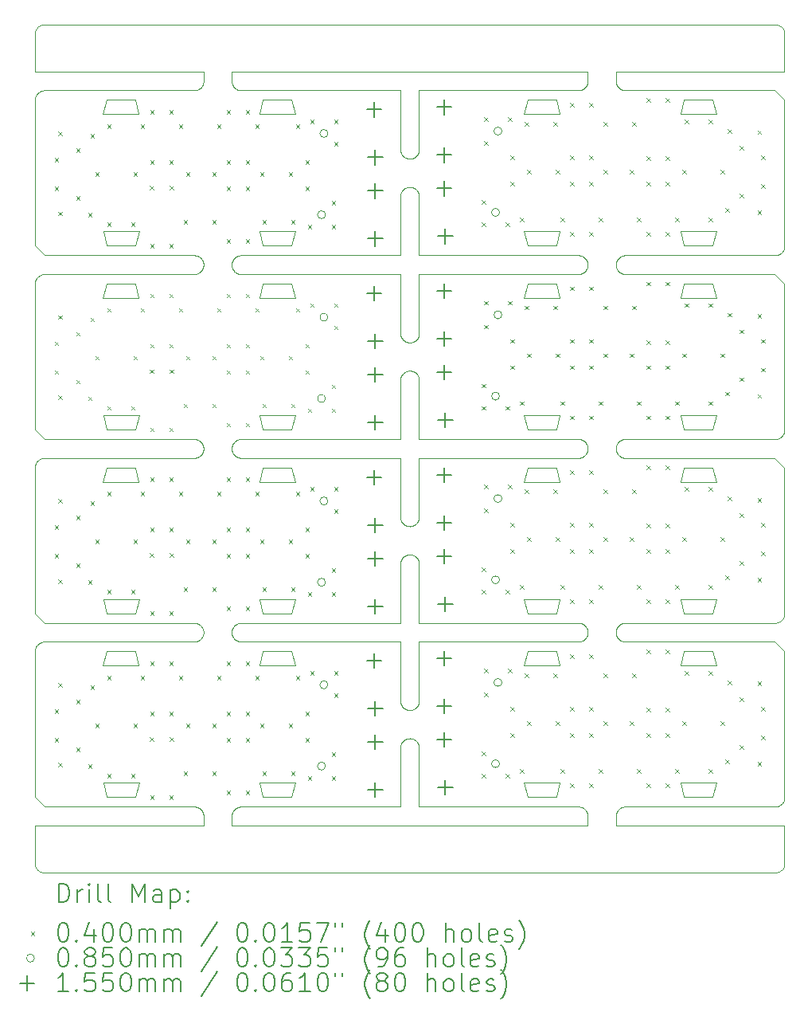
<source format=gbr>
%TF.GenerationSoftware,KiCad,Pcbnew,(6.0.10)*%
%TF.CreationDate,2023-02-03T22:18:13+05:30*%
%TF.ProjectId,Diplexer Panel,4469706c-6578-4657-9220-50616e656c2e,rev?*%
%TF.SameCoordinates,Original*%
%TF.FileFunction,Drillmap*%
%TF.FilePolarity,Positive*%
%FSLAX45Y45*%
G04 Gerber Fmt 4.5, Leading zero omitted, Abs format (unit mm)*
G04 Created by KiCad (PCBNEW (6.0.10)) date 2023-02-03 22:18:13*
%MOMM*%
%LPD*%
G01*
G04 APERTURE LIST*
%ADD10C,0.100000*%
%ADD11C,0.200000*%
%ADD12C,0.040000*%
%ADD13C,0.085000*%
%ADD14C,0.155000*%
G04 APERTURE END LIST*
D10*
X14826724Y-3423553D02*
X14824325Y-3422948D01*
X17047117Y-8429742D02*
X17047840Y-8427377D01*
X13034819Y-4455068D02*
X13037238Y-4454552D01*
X17079661Y-2677301D02*
X17077783Y-2675721D01*
X14940248Y-7688428D02*
X14941286Y-7690673D01*
X14886864Y-5371857D02*
X14884590Y-5372727D01*
X17087155Y-4635486D02*
X17085122Y-4634077D01*
X14950000Y-3826300D02*
X14950000Y-4452600D01*
X13049543Y-2699729D02*
X13047098Y-2699518D01*
X14848773Y-7331492D02*
X14846300Y-7331431D01*
X14760514Y-5323535D02*
X14759454Y-5321343D01*
X16645573Y-8557769D02*
X16643100Y-8557800D01*
X14750000Y-3826300D02*
X14750030Y-3823826D01*
X14808056Y-3735521D02*
X14810314Y-3734512D01*
X13056900Y-4452600D02*
X14750000Y-4452600D01*
X12978065Y-10348877D02*
X12979599Y-10346961D01*
X10934772Y-2004306D02*
X10925532Y-2007612D01*
X14943194Y-3790038D02*
X14944062Y-3792354D01*
X16715966Y-6436713D02*
X16717638Y-6438536D01*
X17135685Y-4452875D02*
X17138154Y-4452722D01*
X14764448Y-3378077D02*
X14763194Y-3375945D01*
X17135685Y-8557525D02*
X17133221Y-8557311D01*
X18792641Y-6386989D02*
X18796790Y-6383943D01*
X12989312Y-6431498D02*
X12991156Y-6429849D01*
X17044023Y-6518754D02*
X17043718Y-6516300D01*
X17062341Y-4493626D02*
X17063824Y-4491647D01*
X14945626Y-3797048D02*
X14946320Y-3799422D01*
X12616876Y-8537818D02*
X12614878Y-8539277D01*
X17121190Y-10312830D02*
X17123591Y-10312321D01*
X14810883Y-5370932D02*
X14808654Y-5369952D01*
X14898559Y-9271518D02*
X14896382Y-9272693D01*
X10925333Y-2708234D02*
X10920656Y-2710383D01*
X18835028Y-4366385D02*
X18835679Y-4361279D01*
X13007255Y-4465794D02*
X13009417Y-4464592D01*
X12993040Y-4629554D02*
X12991156Y-4627951D01*
X13011608Y-6416044D02*
X13013828Y-6414951D01*
X16712054Y-10337975D02*
X16713811Y-10339689D01*
X12640047Y-10354843D02*
X12641385Y-10356900D01*
X16665181Y-8360268D02*
X16667587Y-8360844D01*
X17087155Y-6422314D02*
X17089222Y-6420955D01*
X14752468Y-7253581D02*
X14751952Y-7251162D01*
X17118613Y-4649556D02*
X17116222Y-4648920D01*
X16738794Y-10381372D02*
X16739478Y-10383729D01*
X12578981Y-6602732D02*
X12576562Y-6603248D01*
X16742177Y-8444245D02*
X16742482Y-8446700D01*
X17111491Y-6410327D02*
X17113848Y-6409574D01*
X10863800Y-4351000D02*
X10965400Y-4452600D01*
X16665010Y-10312830D02*
X16667398Y-10313397D01*
X14913971Y-5355761D02*
X14912081Y-5357296D01*
X12556900Y-4452600D02*
X12559373Y-4452631D01*
X18836200Y-2500000D02*
X18836200Y-2100000D01*
X14870863Y-7633701D02*
X14873276Y-7634247D01*
X12614481Y-2681758D02*
X12612457Y-2683147D01*
X12986189Y-2670711D02*
X12984475Y-2668954D01*
X17048622Y-6472430D02*
X17049461Y-6470103D01*
X16657889Y-6406299D02*
X16660330Y-6406696D01*
X14873276Y-7328753D02*
X14870863Y-7329299D01*
X12973323Y-8512707D02*
X12971990Y-8510623D01*
X12610400Y-10325915D02*
X12612457Y-10327253D01*
X12625854Y-10337975D02*
X12627611Y-10339689D01*
X18824392Y-10957540D02*
X18828588Y-10948668D01*
X12649642Y-8420397D02*
X12650538Y-8422703D01*
X12645092Y-10363260D02*
X12646222Y-10365439D01*
X14812597Y-3419042D02*
X14810314Y-3418088D01*
X12608677Y-6419648D02*
X12610778Y-6420955D01*
X12639093Y-8400842D02*
X12640477Y-8402893D01*
X17085122Y-4634077D02*
X17083124Y-4632618D01*
X10888310Y-4688021D02*
X10885057Y-4692010D01*
X10950015Y-8558972D02*
X10944948Y-8559880D01*
X17097809Y-6416044D02*
X17100028Y-6414951D01*
X16692745Y-8370994D02*
X16694877Y-8372248D01*
X10930114Y-6611524D02*
X10925333Y-6613434D01*
X16690583Y-6593208D02*
X16688391Y-6594355D01*
X12655977Y-4539045D02*
X12656282Y-4541500D01*
X16696978Y-8373555D02*
X16699045Y-8374914D01*
X10960254Y-6605330D02*
X10955121Y-6605721D01*
X17109411Y-10316246D02*
X17111732Y-10315447D01*
X17065799Y-2663439D02*
X17064265Y-2661523D01*
X17056909Y-4501893D02*
X17058190Y-4499777D01*
X12960252Y-4526925D02*
X12960917Y-4524542D01*
X14831562Y-9282385D02*
X14829136Y-9281899D01*
X10886499Y-10973839D02*
X10893089Y-10981111D01*
X12958614Y-8476238D02*
X12958188Y-8473801D01*
X14940248Y-7274572D02*
X14939155Y-7276791D01*
X17083124Y-6585218D02*
X17081163Y-6583710D01*
X14949725Y-7238915D02*
X14949511Y-7241379D01*
X12973323Y-6560107D02*
X12971990Y-6558023D01*
X12588508Y-8362927D02*
X12590846Y-8363738D01*
X14750122Y-7726554D02*
X14750275Y-7724085D01*
X16710688Y-8384098D02*
X16712490Y-8385793D01*
X12656148Y-10398159D02*
X12656418Y-10400598D01*
X14753680Y-9210978D02*
X14753044Y-9208587D01*
X14946320Y-7704622D02*
X14946956Y-7707013D01*
X14850007Y-5378907D02*
X14850000Y-5379514D01*
X13011939Y-2689322D02*
X13009760Y-2688192D01*
X17044815Y-8476238D02*
X17044388Y-8473801D01*
X16741385Y-6523638D02*
X16740899Y-6526063D01*
X16679089Y-2693299D02*
X16676789Y-2694154D01*
X14904907Y-3409877D02*
X14902823Y-3411210D01*
X16739478Y-10383729D02*
X16740103Y-10386102D01*
X12602191Y-8546955D02*
X12599972Y-8548048D01*
X14860946Y-5378299D02*
X14858522Y-5378536D01*
X14861100Y-7632118D02*
X14863554Y-7632423D01*
X10965400Y-2700000D02*
X10960254Y-2700130D01*
X12610778Y-6420955D02*
X12612845Y-6422314D01*
X16677046Y-8551862D02*
X16674708Y-8552673D01*
X10875608Y-10957540D02*
X10880653Y-10965957D01*
X16743107Y-6505207D02*
X16743092Y-6506427D01*
X16737578Y-4585370D02*
X16736738Y-4587697D01*
X12993461Y-2677301D02*
X12991583Y-2675721D01*
X17121019Y-8360268D02*
X17123438Y-8359752D01*
X14896382Y-9595507D02*
X14898559Y-9596682D01*
X14924480Y-5712171D02*
X14926083Y-5714005D01*
X12656892Y-8456573D02*
X12656907Y-8457793D01*
X17058190Y-6558023D02*
X17056909Y-6555907D01*
X14895730Y-5689969D02*
X14897882Y-5691109D01*
X16700681Y-2681758D02*
X16698657Y-2683147D01*
X12963261Y-4517503D02*
X12964158Y-4515197D01*
X12569238Y-4651836D02*
X12566779Y-4652111D01*
X17116222Y-8554120D02*
X17113848Y-8553426D01*
X14949511Y-3336179D02*
X14949236Y-3338638D01*
X12653903Y-2624298D02*
X12653278Y-2626671D01*
X14945626Y-7260752D02*
X14944873Y-7263108D01*
X14801441Y-7644081D02*
X14803618Y-7642907D01*
X17053387Y-6549376D02*
X17052322Y-6547144D01*
X14949881Y-5283768D02*
X14949733Y-5286199D01*
X16681368Y-2692388D02*
X16679089Y-2693299D01*
X17113848Y-6600826D02*
X17111491Y-6600073D01*
X12625854Y-2672425D02*
X12624056Y-2674095D01*
X12583778Y-6408880D02*
X12586152Y-6409574D01*
X14760844Y-9638809D02*
X14761992Y-9636617D01*
X14750764Y-3338638D02*
X14750489Y-3336179D01*
X17091690Y-10324627D02*
X17093810Y-10323391D01*
X17043168Y-8461500D02*
X17043108Y-8459027D01*
X17066936Y-6440400D02*
X17068562Y-6438536D01*
X12571689Y-8556700D02*
X12569238Y-8557036D01*
X10950015Y-6606372D02*
X10944948Y-6607280D01*
X14761992Y-7684017D02*
X14763194Y-7681855D01*
X16655341Y-10311152D02*
X16657773Y-10311482D01*
X12958821Y-10390891D02*
X12959330Y-10388490D01*
X16729290Y-6555907D02*
X16728010Y-6558023D01*
X14904162Y-5362962D02*
X14902099Y-5364256D01*
X14885097Y-9590461D02*
X14887403Y-9591358D01*
X12999319Y-10328642D02*
X13001343Y-10327253D01*
X14772359Y-5341923D02*
X14770848Y-5340014D01*
X10863800Y-6303600D02*
X10965400Y-6405200D01*
X14948934Y-5764341D02*
X14949260Y-5766754D01*
X12636176Y-8396847D02*
X12637659Y-8398826D01*
X12989312Y-4626301D02*
X12987510Y-4624607D01*
X14817230Y-9589622D02*
X14819577Y-9588840D01*
X14751952Y-9203762D02*
X14751496Y-9201331D01*
X17056909Y-8407093D02*
X17058190Y-8404977D01*
X17123591Y-10312321D02*
X17126004Y-10311872D01*
X16688391Y-6594355D02*
X16686172Y-6595448D01*
X14764011Y-5329948D02*
X14762793Y-5327839D01*
X12656282Y-6494100D02*
X12656526Y-6496562D01*
X17102273Y-6413914D02*
X17104544Y-6412932D01*
X16686172Y-8548048D02*
X16683927Y-8549086D01*
X12650538Y-8422703D02*
X12651378Y-8425030D01*
X17057327Y-2651410D02*
X17056091Y-2649290D01*
X12645493Y-8411418D02*
X12646613Y-8413624D01*
X16735842Y-4590003D02*
X16734888Y-4592285D01*
X14887403Y-9276842D02*
X14885097Y-9277739D01*
X13049485Y-6405475D02*
X13051954Y-6405322D01*
X16738053Y-2631368D02*
X16737254Y-2633689D01*
X12616876Y-4632618D02*
X12614878Y-4634077D01*
X17059523Y-4497693D02*
X17060906Y-4495642D01*
X17125869Y-4454096D02*
X17128311Y-4453700D01*
X14870863Y-3424099D02*
X14868438Y-3424585D01*
X17054507Y-8504182D02*
X17053387Y-8501976D01*
X14914799Y-3750135D02*
X14916664Y-3751762D01*
X14891944Y-7640721D02*
X14894176Y-7641787D01*
X14948048Y-3806638D02*
X14948504Y-3809069D01*
X12956968Y-4556300D02*
X12956907Y-4553827D01*
X16645554Y-10310430D02*
X16648007Y-10310520D01*
X16648046Y-6605078D02*
X16645573Y-6605169D01*
X12566779Y-4453089D02*
X12569238Y-4453364D01*
X12956900Y-2500614D02*
X12956892Y-2500007D01*
X16733499Y-10367644D02*
X16734521Y-10369876D01*
X14827062Y-5376234D02*
X14824699Y-5375646D01*
X17050358Y-4515197D02*
X17051312Y-4512915D01*
X14875675Y-3729652D02*
X14878058Y-3730317D01*
X12645493Y-6551582D02*
X12644318Y-6553759D01*
X13251400Y-8811800D02*
X13251400Y-8811800D01*
X12980735Y-4617400D02*
X12979156Y-4615496D01*
X14934245Y-3772422D02*
X14935552Y-3774523D01*
X14799293Y-9597909D02*
X14801441Y-9596682D01*
X14822351Y-5375002D02*
X14820019Y-5374300D01*
X16677046Y-6599262D02*
X16674708Y-6600073D01*
X12606545Y-8370994D02*
X12608677Y-8372248D01*
X14940248Y-9227172D02*
X14939155Y-9229391D01*
X14950000Y-9684100D02*
X14950000Y-10310400D01*
X14949236Y-9196438D02*
X14948900Y-9198889D01*
X12656831Y-4556300D02*
X12656709Y-4558771D01*
X18744879Y-8357279D02*
X18749985Y-8356628D01*
X16733878Y-8415856D02*
X16734888Y-8418115D01*
X14943194Y-9220362D02*
X14942268Y-9222656D01*
X17128427Y-10311482D02*
X17130859Y-10311152D01*
X12586152Y-6600826D02*
X12583778Y-6601520D01*
X12581387Y-4649556D02*
X12578981Y-4650132D01*
X17060906Y-6562158D02*
X17059523Y-6560107D01*
X17069005Y-2667156D02*
X17067379Y-2665317D01*
X16067600Y-6151200D02*
X16448600Y-6151200D01*
X10867043Y-8633934D02*
X10865880Y-8638948D01*
X12656892Y-8459027D02*
X12656831Y-8461500D01*
X17052322Y-6463256D02*
X17053387Y-6461023D01*
X12571689Y-6406299D02*
X12574130Y-6406696D01*
X18811690Y-10274979D02*
X18814943Y-10270990D01*
X14863554Y-9585023D02*
X14866001Y-9585388D01*
X10920656Y-2710383D02*
X10916093Y-2712766D01*
X14916664Y-3751762D02*
X14918487Y-3753433D01*
X18828588Y-10948668D02*
X18831894Y-10939428D01*
X17070234Y-6573687D02*
X17068562Y-6571864D01*
X10934772Y-2004306D02*
X10934772Y-2004306D01*
X13016073Y-4643886D02*
X13013828Y-4642848D01*
X17731300Y-4198600D02*
X18112300Y-4198600D01*
X14923701Y-7663912D02*
X14925351Y-7665756D01*
X14928510Y-9622163D02*
X14930018Y-9624124D01*
X14947049Y-5303012D02*
X14946434Y-5305368D01*
X14941286Y-7690673D02*
X14942268Y-7692944D01*
X18734600Y-4652600D02*
X17143100Y-4652600D01*
X14941286Y-3785473D02*
X14942268Y-3787744D01*
X14824325Y-3422948D02*
X14821942Y-3422283D01*
X13016376Y-10318979D02*
X13018632Y-10318012D01*
X17728760Y-6859200D02*
X17728760Y-6859200D01*
X18835028Y-8271585D02*
X18835679Y-8266479D01*
X16733878Y-4510656D02*
X16734888Y-4512915D01*
X12634644Y-4615496D02*
X12633064Y-4617400D01*
X16665181Y-4650132D02*
X16662762Y-4650648D01*
X14773046Y-7295360D02*
X14771490Y-7293437D01*
X14771490Y-9622163D02*
X14773046Y-9620240D01*
X14804270Y-5367831D02*
X14802118Y-5366691D01*
X12657514Y-4552600D02*
X12657514Y-4552600D01*
X14781513Y-7304366D02*
X14779731Y-7302650D01*
X10865880Y-6686348D02*
X10864972Y-6691415D01*
X16645573Y-4452631D02*
X16648046Y-4452722D01*
X10916660Y-2011808D02*
X10908243Y-2016853D01*
X14923701Y-9616512D02*
X14925351Y-9618356D01*
X14750474Y-5288625D02*
X14750267Y-5286199D01*
X17050712Y-10372132D02*
X17051679Y-10369876D01*
X13027648Y-6600826D02*
X13025291Y-6600073D01*
X12583778Y-6601520D02*
X12581387Y-6602156D01*
X17052322Y-4510656D02*
X17053387Y-4508424D01*
X12656526Y-4561238D02*
X12656282Y-4563700D01*
X12963601Y-10374410D02*
X12964512Y-10372132D01*
X12652883Y-6477142D02*
X12653548Y-6479525D01*
X17055682Y-8506359D02*
X17054507Y-8504182D01*
X18791757Y-2016853D02*
X18783340Y-2011808D01*
X17046452Y-6530875D02*
X17045847Y-6528476D01*
X18806911Y-2029289D02*
X18799639Y-2022699D01*
X16699045Y-6588086D02*
X16696978Y-6589445D01*
X14850007Y-5678892D02*
X14851227Y-5678907D01*
X12957518Y-6494100D02*
X12957823Y-6491645D01*
X16737254Y-2633689D02*
X16736399Y-2635990D01*
X16667587Y-4455644D02*
X16669978Y-4456280D01*
X10891761Y-6636801D02*
X10888310Y-6640620D01*
X14877649Y-5682798D02*
X14879981Y-5683500D01*
X18779344Y-8347417D02*
X18783907Y-8345034D01*
X12970709Y-4603307D02*
X12969481Y-4601159D01*
X14768523Y-7673522D02*
X14769982Y-7671524D01*
X12960252Y-6479525D02*
X12960917Y-6477142D01*
X14793042Y-9601906D02*
X14795092Y-9600523D01*
X16735842Y-4515197D02*
X16736738Y-4517503D01*
X14925351Y-9618356D02*
X14926954Y-9620240D01*
X12578981Y-8360268D02*
X12581387Y-8360844D01*
X17081163Y-8536310D02*
X17079240Y-8534754D01*
X14805823Y-9594387D02*
X14808056Y-9593322D01*
X10908243Y-10993547D02*
X10916660Y-10998592D01*
X14944062Y-3360246D02*
X14943194Y-3362562D01*
X12656779Y-2604907D02*
X12656629Y-2607356D01*
X12618837Y-6426690D02*
X12620760Y-6428246D01*
X14761992Y-3373783D02*
X14760844Y-3371591D01*
X18796790Y-10289143D02*
X18800779Y-10285890D01*
X14906958Y-3408493D02*
X14904907Y-3409877D01*
X17091690Y-2685773D02*
X17089600Y-2684485D01*
X14947608Y-5300642D02*
X14947049Y-5303012D01*
X12571573Y-10311482D02*
X12573996Y-10311872D01*
X10864321Y-6696521D02*
X10863930Y-6701654D01*
X12957982Y-2614673D02*
X12957652Y-2612241D01*
X17051312Y-6544885D02*
X17050358Y-6542603D01*
X12964158Y-6542603D02*
X12963261Y-6540297D01*
X14950000Y-5778900D02*
X14950000Y-6405200D01*
X12578810Y-10312830D02*
X12581198Y-10313397D01*
X13027871Y-2695694D02*
X13025532Y-2694953D01*
X12616876Y-4472582D02*
X12618837Y-4474090D01*
X12653278Y-2626671D02*
X12652594Y-2629028D01*
X12559373Y-8557769D02*
X12556900Y-8557800D01*
X14943402Y-5743179D02*
X14944244Y-5745464D01*
X17138193Y-2699880D02*
X17135744Y-2699729D01*
X17073710Y-4624607D02*
X17071950Y-4622869D01*
X14826724Y-7634247D02*
X14829136Y-7633701D01*
X16743107Y-6505192D02*
X16743714Y-6505200D01*
X16725293Y-4495642D02*
X16726677Y-4497693D01*
X16696600Y-10325915D02*
X16698657Y-10327253D01*
X10920656Y-4662983D02*
X10916093Y-4665366D01*
X14764011Y-5727852D02*
X14765279Y-5725773D01*
X14849992Y-3426307D02*
X14848773Y-3426292D01*
X14817705Y-5684258D02*
X14820019Y-5683500D01*
X16736738Y-6540297D02*
X16735842Y-6542603D01*
X14763194Y-7281145D02*
X14761992Y-7278983D01*
X13018632Y-2692388D02*
X13016376Y-2691421D01*
X12962422Y-8490570D02*
X12961640Y-8488223D01*
X14765279Y-5725773D02*
X14766598Y-5723726D01*
X12595456Y-8550068D02*
X12593162Y-8550994D01*
X17123438Y-6407152D02*
X17125869Y-6406696D01*
X14777993Y-9253490D02*
X14776298Y-9251688D01*
X14868438Y-7329785D02*
X14866001Y-7330211D01*
X14948048Y-9664438D02*
X14948504Y-9666869D01*
X14878058Y-7327483D02*
X14875675Y-7328148D01*
X17075512Y-6578901D02*
X17073710Y-6577207D01*
X14769982Y-9244076D02*
X14768523Y-9242078D01*
X14853700Y-3726368D02*
X14856171Y-3726490D01*
X17043108Y-8459027D02*
X17043093Y-8457807D01*
X16735842Y-6467797D02*
X16736738Y-6470103D01*
X13051954Y-8557678D02*
X13049485Y-8557525D01*
X12641810Y-6452377D02*
X12643090Y-6454493D01*
X14948551Y-5295864D02*
X14948108Y-5298259D01*
X17083124Y-6425182D02*
X17085122Y-6423723D01*
X17043168Y-4556300D02*
X17043108Y-4553827D01*
X17045301Y-4531736D02*
X17045847Y-4529324D01*
X14891944Y-9593322D02*
X14894176Y-9594387D01*
X17045301Y-8436936D02*
X17045847Y-8434524D01*
X12987510Y-4480593D02*
X12989312Y-4478899D01*
X18744879Y-10309879D02*
X18749985Y-10309228D01*
X14948048Y-3345962D02*
X14947532Y-3348381D01*
X17043582Y-2609802D02*
X17043371Y-2607356D01*
X13020638Y-6412006D02*
X13022954Y-6411138D01*
X14756806Y-7695238D02*
X14757732Y-7692944D01*
X14934245Y-3380178D02*
X14932886Y-3382245D01*
X12634644Y-8394904D02*
X12636176Y-8396847D01*
X18791757Y-10993547D02*
X18799639Y-10987701D01*
X18831541Y-4381415D02*
X18832957Y-4376466D01*
X14948048Y-7711838D02*
X14948504Y-7714269D01*
X17070675Y-2668954D02*
X17069005Y-2667156D01*
X10900361Y-10987701D02*
X10908243Y-10993547D01*
X16742909Y-8451629D02*
X16743031Y-8454100D01*
X12645493Y-4506218D02*
X12646613Y-4508424D01*
X14750764Y-9671762D02*
X14751099Y-9669311D01*
X17045847Y-8481076D02*
X17045301Y-8478664D01*
X16660196Y-2698528D02*
X16657773Y-2698918D01*
X14878058Y-9588117D02*
X14880423Y-9588840D01*
X14836445Y-9585023D02*
X14838900Y-9584718D01*
X16703076Y-8377782D02*
X16705037Y-8379290D01*
X17059523Y-8512707D02*
X17058190Y-8510623D01*
X17055682Y-4504041D02*
X17056909Y-4501893D01*
X12958372Y-2617096D02*
X12957982Y-2614673D01*
X12574130Y-8556304D02*
X12571689Y-8556700D01*
X14882770Y-9589622D02*
X14885097Y-9590461D01*
X11628340Y-4351000D02*
X11590240Y-4198600D01*
X18806911Y-10981111D02*
X18813501Y-10973839D01*
X10903210Y-6626457D02*
X10899221Y-6629710D01*
X17113848Y-4648226D02*
X17111491Y-4647473D01*
X16650456Y-2699729D02*
X16648007Y-2699880D01*
X14850000Y-3725686D02*
X14850000Y-3725686D01*
X12647678Y-4510656D02*
X12648688Y-4512915D01*
X14765279Y-5332027D02*
X14764011Y-5329948D01*
X14932886Y-7675555D02*
X14934245Y-7677622D01*
X17043291Y-4546429D02*
X17043474Y-4543962D01*
X12618423Y-2678835D02*
X12616470Y-2680321D01*
X18836200Y-4351000D02*
X18836200Y-2801600D01*
X16410500Y-4351000D02*
X16105700Y-4351000D01*
X14884590Y-5372727D02*
X14882295Y-5373542D01*
X14946320Y-3353178D02*
X14945626Y-3355552D01*
X12564315Y-4652325D02*
X12561846Y-4652478D01*
X12655977Y-8471355D02*
X12655611Y-8473801D01*
X10874183Y-2756856D02*
X10872034Y-2761533D01*
X12980735Y-6440400D02*
X12982362Y-6438536D01*
X12648688Y-6465514D02*
X12649642Y-6467797D01*
X12649288Y-2638268D02*
X12648321Y-2640524D01*
X16743107Y-8457807D02*
X16743092Y-8459027D01*
X14801441Y-9271518D02*
X14799293Y-9270291D01*
X14772359Y-5715877D02*
X14773917Y-5714005D01*
X13049485Y-6604925D02*
X13047021Y-6604711D01*
X13632400Y-6151200D02*
X13594300Y-6303600D01*
X14900005Y-5692301D02*
X14902099Y-5693544D01*
X12631438Y-4619264D02*
X12629766Y-4621087D01*
X14826724Y-7328753D02*
X14824325Y-7328148D01*
X17731300Y-6151200D02*
X18112300Y-6151200D01*
X13016073Y-4461314D02*
X13018344Y-4460332D01*
X17118613Y-8360844D02*
X17121019Y-8360268D01*
X16067600Y-6859200D02*
X16105700Y-6706800D01*
X17097809Y-4463445D02*
X17100028Y-4462352D01*
X12960917Y-6477142D02*
X12961640Y-6474777D01*
X17053387Y-8501976D02*
X17052322Y-8499744D01*
X14806449Y-5688882D02*
X14808654Y-5687848D01*
X14846338Y-5378833D02*
X14843906Y-5378714D01*
X16735488Y-2638268D02*
X16734521Y-2640524D01*
X18813501Y-2036561D02*
X18806911Y-2029289D01*
X16743100Y-10410400D02*
X16743100Y-10509786D01*
X17043130Y-2602454D02*
X17043100Y-2600000D01*
X16655438Y-4453364D02*
X16657889Y-4453700D01*
X14935552Y-7283277D02*
X14934245Y-7285378D01*
X13014144Y-10320001D02*
X13016376Y-10318979D01*
X14927640Y-5341923D02*
X14926083Y-5343795D01*
X10930114Y-8564124D02*
X10925333Y-8566034D01*
X16688391Y-4463445D02*
X16690583Y-4464592D01*
X12970709Y-4501893D02*
X12971990Y-4499777D01*
X16710688Y-4478899D02*
X16712490Y-4480593D01*
X17058615Y-2653500D02*
X17057327Y-2651410D01*
X14797177Y-7646590D02*
X14799293Y-7645309D01*
X12991583Y-2675721D02*
X12989744Y-2674095D01*
X18739746Y-10310270D02*
X18744879Y-10309879D01*
X14878058Y-9280083D02*
X14875675Y-9280748D01*
X14910153Y-5699015D02*
X14912081Y-5700504D01*
X14824699Y-5682154D02*
X14827062Y-5681566D01*
X14891944Y-3417078D02*
X14889685Y-3418088D01*
X12959897Y-2624298D02*
X12959330Y-2621910D01*
X16726677Y-8402893D02*
X16728010Y-8404977D01*
X12991156Y-6580551D02*
X12989312Y-6578901D01*
X17085122Y-6586677D02*
X17083124Y-6585218D01*
X10865880Y-2781148D02*
X10864972Y-2786215D01*
X14932033Y-5336088D02*
X14930617Y-5338069D01*
X18819347Y-2044443D02*
X18813501Y-2036561D01*
X12652160Y-6535623D02*
X12651378Y-6537970D01*
X14922007Y-9253490D02*
X14920268Y-9255250D01*
X12595456Y-6412932D02*
X12597727Y-6413914D01*
X14850000Y-5678286D02*
X14850007Y-5678892D01*
X17113848Y-8362174D02*
X17116222Y-8361480D01*
X14752468Y-7709419D02*
X14753044Y-7707013D01*
X14863554Y-9283177D02*
X14861100Y-9283482D01*
X10888310Y-6640620D02*
X10885057Y-6644610D01*
X14891944Y-9274878D02*
X14889685Y-9275888D01*
X17051312Y-4592285D02*
X17050358Y-4590003D01*
X14797177Y-7316410D02*
X14795092Y-7315077D01*
X13032413Y-6408244D02*
X13034819Y-6407668D01*
X14801441Y-3413718D02*
X14799293Y-3412490D01*
X14902099Y-5364256D02*
X14900005Y-5365499D01*
X16730109Y-2649290D02*
X16728873Y-2651410D01*
X12583778Y-8554120D02*
X12581387Y-8554756D01*
X13020638Y-4645794D02*
X13018344Y-4644868D01*
X17050712Y-2638268D02*
X17049801Y-2635990D01*
X12956907Y-6503973D02*
X12956968Y-6501500D01*
X18817990Y-10266841D02*
X18820822Y-10262543D01*
X16657773Y-10311482D02*
X16660196Y-10311872D01*
X17125869Y-6603704D02*
X17123438Y-6603248D01*
X18112300Y-4198600D02*
X18112300Y-4198600D01*
X17140626Y-4652569D02*
X17138154Y-4652478D01*
X10888310Y-2735421D02*
X10885057Y-2739410D01*
X14849992Y-9584093D02*
X14850000Y-9583486D01*
X16410500Y-6706800D02*
X16448600Y-6859200D01*
X12628050Y-6575468D02*
X12626290Y-6577207D01*
X14776298Y-3393888D02*
X14774649Y-3392044D01*
X12645493Y-6458818D02*
X12646613Y-6461023D01*
X18811690Y-8322379D02*
X18814943Y-8318390D01*
X17118613Y-8554756D02*
X17116222Y-8554120D01*
X13056900Y-10310400D02*
X14750000Y-10310400D01*
X12994963Y-4631110D02*
X12993040Y-4629554D01*
X16655438Y-6405964D02*
X16657889Y-6406299D01*
X16704623Y-10331565D02*
X16706539Y-10333099D01*
X13032413Y-4649556D02*
X13030022Y-4648920D01*
X16681656Y-4644868D02*
X16679362Y-4645794D01*
X17044815Y-6486762D02*
X17045301Y-6484336D01*
X12647678Y-4594544D02*
X12646613Y-4596776D01*
X13251400Y-2954000D02*
X13289500Y-2801600D01*
X14856094Y-5679086D02*
X14858522Y-5679264D01*
X17043582Y-10400598D02*
X17043852Y-10398159D01*
X16696978Y-8542045D02*
X16694877Y-8543352D01*
X14939155Y-9229391D02*
X14938008Y-9231583D01*
X13594300Y-4754200D02*
X13632400Y-4906600D01*
X18074200Y-10208800D02*
X17769400Y-10208800D01*
X17113848Y-6409574D02*
X17116222Y-6408880D01*
X16694510Y-10324627D02*
X16696600Y-10325915D01*
X14941286Y-9643273D02*
X14942268Y-9645544D01*
X14863554Y-7330577D02*
X14861100Y-7330882D01*
X14829136Y-7329299D02*
X14826724Y-7328753D01*
X12956892Y-8457807D02*
X12956286Y-8457800D01*
X17133298Y-2699518D02*
X17130859Y-2699248D01*
X16667587Y-8554756D02*
X16665181Y-8555332D01*
X16665181Y-6602732D02*
X16662762Y-6603248D01*
X17043718Y-8446700D02*
X17044023Y-8444245D01*
X18823434Y-10258107D02*
X18825817Y-10253544D01*
X12581387Y-4455644D02*
X12583778Y-4456280D01*
X11587700Y-2954000D02*
X11625800Y-2801600D01*
X16706960Y-8380846D02*
X16708844Y-8382449D01*
X14758714Y-9224927D02*
X14757732Y-9222656D01*
X14821942Y-7327483D02*
X14819577Y-7326760D01*
X14898559Y-9596682D02*
X14900707Y-9597909D01*
X14769982Y-7291476D02*
X14768523Y-7289478D01*
X12629766Y-6573687D02*
X12628050Y-6575468D01*
X12960252Y-8432125D02*
X12960917Y-8429742D01*
X12636176Y-6566153D02*
X12634644Y-6568096D01*
X18832957Y-8281666D02*
X18834120Y-8276652D01*
X12957090Y-4546429D02*
X12957274Y-4543962D01*
X11933140Y-10208800D02*
X11933140Y-10208800D01*
X12556900Y-2700000D02*
X10965400Y-2700000D01*
X14758714Y-9643273D02*
X14759751Y-9641028D01*
X12633064Y-8522600D02*
X12631438Y-8524464D01*
X12968307Y-6458818D02*
X12969481Y-6456641D01*
X14777167Y-5710378D02*
X14778857Y-5708624D01*
X17095617Y-8369792D02*
X17097809Y-8368644D01*
X10965400Y-4652600D02*
X10960254Y-4652730D01*
X16739083Y-6477142D02*
X16739748Y-6479525D01*
X16674708Y-4457727D02*
X16677046Y-4458538D01*
X14829136Y-9281899D02*
X14826724Y-9281353D01*
X14756806Y-9647838D02*
X14757732Y-9645544D01*
X12656629Y-2607356D02*
X12656418Y-2609802D01*
X12961640Y-8488223D02*
X12960917Y-8485858D01*
X17121019Y-6602732D02*
X17118613Y-6602156D01*
X14774649Y-9249844D02*
X14773046Y-9247960D01*
X13009417Y-6417192D02*
X13011608Y-6416044D01*
X13020910Y-10317101D02*
X13023211Y-10316246D01*
X14797177Y-3741390D02*
X14799293Y-3740109D01*
X14774649Y-3760556D02*
X14776298Y-3758712D01*
X17058190Y-4605423D02*
X17056909Y-4603307D01*
X14829136Y-3424099D02*
X14826724Y-3423553D01*
X12655611Y-6489199D02*
X12655977Y-6491645D01*
X12614878Y-4634077D02*
X12612845Y-4635486D01*
X12620760Y-8534754D02*
X12618837Y-8536310D01*
X12979599Y-2663439D02*
X12978065Y-2661523D01*
X14791026Y-3407059D02*
X14789047Y-3405576D01*
X13011608Y-4463445D02*
X13013828Y-4462352D01*
X12995377Y-10331565D02*
X12997330Y-10330079D01*
X13005123Y-6419648D02*
X13007255Y-6418394D01*
X16740103Y-10386102D02*
X16740670Y-10388490D01*
X16702670Y-2680321D02*
X16700681Y-2681758D01*
X12606545Y-8544606D02*
X12604383Y-8545808D01*
X17043093Y-4552607D02*
X17042486Y-4552600D01*
X13632400Y-2954000D02*
X13632400Y-2954000D01*
X16741628Y-10393304D02*
X16742018Y-10395727D01*
X12590846Y-6411138D02*
X12593162Y-6412006D01*
X12604383Y-6417192D02*
X12606545Y-6418394D01*
X12969891Y-2649290D02*
X12968708Y-2647140D01*
X17042486Y-2500000D02*
X18836200Y-2500000D01*
X12588268Y-10315447D02*
X12590589Y-10316246D01*
X14949260Y-5291046D02*
X14948934Y-5293459D01*
X12590589Y-10316246D02*
X12592889Y-10317101D01*
X18739746Y-6405069D02*
X18744879Y-6404679D01*
X11590240Y-6151200D02*
X11971240Y-6151200D01*
X14939486Y-5323535D02*
X14938372Y-5325701D01*
X12597727Y-8549086D02*
X12595456Y-8550068D01*
X12968307Y-6551582D02*
X12967187Y-6549376D01*
X14750122Y-9679154D02*
X14750275Y-9676685D01*
X12653548Y-4578275D02*
X12652883Y-4580658D01*
X12998922Y-4471123D02*
X13000955Y-4469714D01*
X16722376Y-6444247D02*
X16723859Y-6446226D01*
X10903210Y-4673857D02*
X10899221Y-4677110D01*
X18808239Y-10278799D02*
X18811690Y-10274979D01*
X17043291Y-6499029D02*
X17043474Y-6496562D01*
X16648046Y-6405322D02*
X16650515Y-6405475D01*
X14833999Y-7330211D02*
X14831562Y-7329785D01*
X18834120Y-6324052D02*
X18835028Y-6318985D01*
X12633064Y-6440400D02*
X12634644Y-6442304D01*
X14949511Y-9193979D02*
X14949236Y-9196438D01*
X12996924Y-4632618D02*
X12994963Y-4631110D01*
X12959647Y-8434524D02*
X12960252Y-8432125D01*
X16726677Y-8512707D02*
X16725293Y-8514758D01*
X10955121Y-6605721D02*
X10950015Y-6606372D01*
X14785200Y-3402464D02*
X14783336Y-3400838D01*
X10944948Y-8559880D02*
X10939934Y-8561043D01*
X14898559Y-3738881D02*
X14900707Y-3740109D01*
X14928510Y-3764363D02*
X14930018Y-3766324D01*
X12656526Y-4543962D02*
X12656709Y-4546429D01*
X14925351Y-7665756D02*
X14926954Y-7667640D01*
X13594300Y-10208800D02*
X13289500Y-10208800D01*
X12639093Y-6562158D02*
X12637659Y-6564174D01*
X16674468Y-10315447D02*
X16676789Y-10316246D01*
X16742909Y-4558771D02*
X16742726Y-4561238D01*
X12651378Y-4519830D02*
X12652160Y-4522177D01*
X12967577Y-2644961D02*
X12966501Y-2642756D01*
X10944948Y-4654680D02*
X10939934Y-4655843D01*
X12986189Y-10339689D02*
X12987946Y-10337975D01*
X14753044Y-3350787D02*
X14752468Y-3348381D01*
X14759751Y-9227172D02*
X14758714Y-9224927D01*
X17089222Y-4468355D02*
X17091323Y-4467048D01*
X14820019Y-5374300D02*
X14817705Y-5373542D01*
X14839054Y-5679501D02*
X14841477Y-5679264D01*
X17128427Y-2698918D02*
X17126004Y-2698528D01*
X17063824Y-6444247D02*
X17065356Y-6442304D01*
X17097809Y-4641755D02*
X17095617Y-4640608D01*
X16648046Y-4652478D02*
X16645573Y-4652569D01*
X17070234Y-8526287D02*
X17068562Y-8524464D01*
X12956892Y-6505192D02*
X12956907Y-6503973D01*
X14753680Y-9657222D02*
X14754374Y-9654848D01*
X10888310Y-8593221D02*
X10885057Y-8597210D01*
X14838900Y-3425682D02*
X14836445Y-3425377D01*
X16706539Y-2677301D02*
X16704623Y-2678835D01*
X12574130Y-6406696D02*
X12576562Y-6407152D01*
X16652979Y-4652111D02*
X16650515Y-4652325D01*
X16650515Y-8358075D02*
X16652979Y-8358289D01*
X14829439Y-5681037D02*
X14831828Y-5680565D01*
X14939155Y-7276791D02*
X14938008Y-7278983D01*
X12624488Y-6578901D02*
X12622644Y-6580551D01*
X14750764Y-9196438D02*
X14750489Y-9193979D01*
X18760066Y-10307157D02*
X18765015Y-10305741D01*
X17049461Y-8422703D02*
X17050358Y-8420397D01*
X14831828Y-5680565D02*
X14834228Y-5680152D01*
X12651054Y-10376711D02*
X12651853Y-10379032D01*
X16743107Y-8457793D02*
X16743714Y-8457800D01*
X16679362Y-6412006D02*
X16681656Y-6412932D01*
X16648007Y-2699880D02*
X16645554Y-2699970D01*
X12597727Y-6413914D02*
X12599972Y-6414951D01*
X16741811Y-8441799D02*
X16742177Y-8444245D01*
X14760844Y-7686208D02*
X14761992Y-7684017D01*
X10863800Y-10208800D02*
X10965400Y-10310400D01*
X10879178Y-4700457D02*
X10876566Y-4704893D01*
X14750000Y-7231500D02*
X14750000Y-6605200D01*
X14915824Y-5354181D02*
X14913971Y-5355761D01*
X17053387Y-6461023D02*
X17054507Y-6458818D01*
X16692745Y-4465794D02*
X16694877Y-4467048D01*
X14751892Y-5759541D02*
X14752392Y-5757158D01*
X12652594Y-2629028D02*
X12651853Y-2631368D01*
X12960252Y-4578275D02*
X12959647Y-4575876D01*
X14938008Y-3778817D02*
X14939155Y-3781008D01*
X12624488Y-8531501D02*
X12622644Y-8533151D01*
X10876566Y-2752293D02*
X10874183Y-2756856D01*
X14750030Y-5776465D02*
X14750118Y-5774031D01*
X17087155Y-8374914D02*
X17089222Y-8373555D01*
X18835679Y-4361279D02*
X18836070Y-4356146D01*
X16742177Y-6518754D02*
X16741811Y-6521201D01*
X18800779Y-10285890D02*
X18804599Y-10282439D01*
X12961640Y-4583023D02*
X12960917Y-4580658D01*
X14782362Y-5352556D02*
X14780589Y-5350887D01*
X10939934Y-4655843D02*
X10934985Y-4657259D01*
X16696978Y-6420955D02*
X16699045Y-6422314D01*
X10939934Y-2703243D02*
X10934985Y-2704659D01*
X16732813Y-6461023D02*
X16733878Y-6463256D01*
X16686172Y-6414951D02*
X16688391Y-6416044D01*
X17077356Y-4627951D02*
X17075512Y-4626301D01*
X12993040Y-4475646D02*
X12994963Y-4474090D01*
X16645573Y-6605169D02*
X16643100Y-6605200D01*
X14758447Y-5319126D02*
X14757495Y-5316885D01*
X17058190Y-6452377D02*
X17059523Y-6450292D01*
X16662762Y-6407152D02*
X16665181Y-6407668D01*
X13289500Y-2801600D02*
X13594300Y-2801600D01*
X18814943Y-6365790D02*
X18817990Y-6361641D01*
X16740899Y-8478664D02*
X16740353Y-8481076D01*
X12959897Y-10386102D02*
X12960522Y-10383729D01*
X14908974Y-9264859D02*
X14906958Y-9266294D01*
X12559354Y-2699970D02*
X12556900Y-2700000D01*
X16743031Y-4548900D02*
X16743092Y-4551373D01*
X14947532Y-7709419D02*
X14948048Y-7711838D01*
X12971990Y-8510623D02*
X12970709Y-8508507D01*
X18820822Y-4404743D02*
X18823434Y-4400307D01*
X14799994Y-5692301D02*
X14802118Y-5691109D01*
X10907359Y-8576010D02*
X10903210Y-8579057D01*
X16742482Y-4563700D02*
X16742177Y-4566155D01*
X17049801Y-10374410D02*
X17050712Y-10372132D01*
X14767114Y-3382245D02*
X14765755Y-3380178D01*
X12655611Y-8473801D02*
X12655185Y-8476238D01*
X18734600Y-10310400D02*
X18739746Y-10310270D01*
X14770848Y-5717786D02*
X14772359Y-5715877D01*
X14843906Y-5378714D02*
X14841477Y-5378536D01*
X12633064Y-4617400D02*
X12631438Y-4619264D01*
X16696600Y-2684485D02*
X16694510Y-2685773D01*
X16712490Y-6577207D02*
X16710688Y-6578901D01*
X17047840Y-6474777D02*
X17048622Y-6472430D01*
X14898559Y-7318918D02*
X14896382Y-7320093D01*
X12976140Y-6446226D02*
X12977624Y-6444247D01*
X14853661Y-5678967D02*
X14856094Y-5679086D01*
X18779344Y-4442217D02*
X18783907Y-4439834D01*
X17130762Y-4651836D02*
X17128311Y-4651500D01*
X14846300Y-7331431D02*
X14843829Y-7331309D01*
X14756806Y-9220362D02*
X14755938Y-9218046D01*
X14769383Y-5338069D02*
X14767966Y-5336088D01*
X16667587Y-4649556D02*
X16665181Y-4650132D01*
X14751496Y-3809069D02*
X14751952Y-3806638D01*
X16688061Y-2689322D02*
X16685855Y-2690399D01*
X12959647Y-8481076D02*
X12959101Y-8478664D01*
X14850000Y-9284714D02*
X14849992Y-9284107D01*
X12653548Y-6479525D02*
X12654153Y-6481924D01*
X16652979Y-8557311D02*
X16650515Y-8557525D01*
X12973323Y-4497693D02*
X12974706Y-4495642D01*
X12977624Y-4491647D02*
X12979156Y-4489704D01*
X14948108Y-5759541D02*
X14948551Y-5761936D01*
X16741385Y-4534162D02*
X16741811Y-4536599D01*
X17077356Y-4477249D02*
X17079240Y-4475646D01*
X16672352Y-8362174D02*
X16674708Y-8362927D01*
X14942505Y-5740915D02*
X14943402Y-5743179D01*
X12604040Y-10322208D02*
X12606190Y-10323391D01*
X16674708Y-6410327D02*
X16677046Y-6411138D01*
X11933140Y-10208800D02*
X11628340Y-10208800D01*
X16701078Y-4471123D02*
X16703076Y-4472582D01*
X16712490Y-8529807D02*
X16710688Y-8531501D01*
X14750489Y-9193979D02*
X14750275Y-9191515D01*
X12989312Y-8384098D02*
X12991156Y-8382449D01*
X14751099Y-9198889D02*
X14750764Y-9196438D01*
X12649642Y-6467797D02*
X12650538Y-6470103D01*
X16714250Y-4622869D02*
X16712490Y-4624607D01*
X12635735Y-2661523D02*
X12634201Y-2663439D01*
X16692745Y-6592006D02*
X16690583Y-6593208D01*
X14925351Y-3760556D02*
X14926954Y-3762440D01*
X12656709Y-6511371D02*
X12656526Y-6513838D01*
X14916664Y-9258638D02*
X14914799Y-9260264D01*
X14776298Y-9251688D02*
X14774649Y-9249844D01*
X12578981Y-4650132D02*
X12576562Y-4650648D01*
X12622644Y-4477249D02*
X12624488Y-4478899D01*
X12991156Y-6429849D02*
X12993040Y-6428246D01*
X17769400Y-4351000D02*
X17731300Y-4198600D01*
X17054507Y-8411418D02*
X17055682Y-8409241D01*
X13594300Y-4351000D02*
X13594300Y-4351000D01*
X17067379Y-2665317D02*
X17065799Y-2663439D01*
X16742829Y-10403044D02*
X16742979Y-10405493D01*
X17043093Y-4552593D02*
X17043108Y-4551373D01*
X17047840Y-4522177D02*
X17048622Y-4519830D01*
X16740353Y-8434524D02*
X16740899Y-8436936D01*
X12556900Y-6605200D02*
X10965400Y-6605200D01*
X16667398Y-10313397D02*
X16669771Y-10314022D01*
X16733878Y-6463256D02*
X16734888Y-6465514D01*
X14799293Y-3740109D02*
X14801441Y-3738881D01*
X14943194Y-9647838D02*
X14944062Y-9650154D01*
X14935552Y-3378077D02*
X14934245Y-3380178D01*
X12977624Y-8518753D02*
X12976140Y-8516774D01*
X16652902Y-10310882D02*
X16655341Y-10311152D01*
X17071950Y-6575468D02*
X17070234Y-6573687D01*
X10868459Y-2771185D02*
X10867043Y-2776134D01*
X12588508Y-6600073D02*
X12586152Y-6600826D01*
X12962745Y-10376711D02*
X12963601Y-10374410D01*
X12956892Y-4552607D02*
X12956286Y-4552600D01*
X12616876Y-6425182D02*
X12618837Y-6426690D01*
X14949526Y-5288625D02*
X14949260Y-5291046D01*
X12650538Y-6540297D02*
X12649642Y-6542603D01*
X16717638Y-4619264D02*
X16715966Y-4621087D01*
X12588508Y-4457727D02*
X12590846Y-4458538D01*
X12653903Y-10386102D02*
X12654470Y-10388490D01*
X16720844Y-8520696D02*
X16719264Y-8522600D01*
X14926083Y-5714005D02*
X14927640Y-5715877D01*
X12960917Y-8485858D02*
X12960252Y-8483475D01*
X14949236Y-3338638D02*
X14948900Y-3341089D01*
X17048946Y-10376711D02*
X17049801Y-10374410D01*
X10925532Y-11002788D02*
X10934772Y-11006094D01*
X14791026Y-9603341D02*
X14793042Y-9601906D01*
X14930617Y-5719731D02*
X14932033Y-5721712D01*
X16743092Y-4553827D02*
X16743031Y-4556300D01*
X16739748Y-4526925D02*
X16740353Y-4529324D01*
X18788343Y-6389822D02*
X18792641Y-6386989D01*
X10863800Y-10910400D02*
X10864282Y-10920202D01*
X12957274Y-6496562D02*
X12957518Y-6494100D01*
X13011608Y-6594355D02*
X13009417Y-6593208D01*
X16721935Y-10348877D02*
X16723421Y-10350830D01*
X13047021Y-8557311D02*
X13044562Y-8557036D01*
X12989312Y-4478899D02*
X12991156Y-4477249D01*
X16731693Y-6458818D02*
X16732813Y-6461023D01*
X14773046Y-3762440D02*
X14774649Y-3760556D01*
X16662762Y-6603248D02*
X16660330Y-6603704D01*
X17116222Y-6601520D02*
X17113848Y-6600826D01*
X16732422Y-10365439D02*
X16733499Y-10367644D01*
X16704623Y-2678835D02*
X16702670Y-2680321D01*
X14949511Y-3816421D02*
X14949725Y-3818885D01*
X18831894Y-2070971D02*
X18828588Y-2061732D01*
X18835679Y-10219079D02*
X18836070Y-10213946D01*
X14896382Y-9272693D02*
X14894176Y-9273813D01*
X17130762Y-6405964D02*
X17133221Y-6405689D01*
X17061342Y-2657581D02*
X17059953Y-2655557D01*
X16715525Y-2668954D02*
X16713811Y-2670711D01*
X14949236Y-7243838D02*
X14948900Y-7246289D01*
X12559354Y-10310430D02*
X12561807Y-10310520D01*
X14755127Y-7699891D02*
X14755938Y-7697554D01*
X14812597Y-9276842D02*
X14810314Y-9275888D01*
X17063824Y-4613553D02*
X17062341Y-4611574D01*
X14750030Y-3823826D02*
X14750122Y-3821354D01*
X16699045Y-4635486D02*
X16696978Y-4636845D01*
X17111491Y-6600073D02*
X17109154Y-6599262D01*
X11933140Y-6303600D02*
X11628340Y-6303600D01*
X17071950Y-6434931D02*
X17073710Y-6433193D01*
X12962422Y-8425030D02*
X12963261Y-8422703D01*
X16723859Y-8398826D02*
X16725293Y-8400842D01*
X17063824Y-4491647D02*
X17065356Y-4489704D01*
X17056909Y-8508507D02*
X17055682Y-8506359D01*
X12583571Y-10314022D02*
X12585928Y-10314706D01*
X17043474Y-6513838D02*
X17043291Y-6511371D01*
X17043371Y-10403044D02*
X17043582Y-10400598D01*
X12636176Y-4613553D02*
X12634644Y-4615496D01*
X14764448Y-9632323D02*
X14765755Y-9630222D01*
X11587700Y-4906600D02*
X11625800Y-4754200D01*
X14949725Y-3818885D02*
X14949878Y-3821354D01*
X16723859Y-4493626D02*
X16725293Y-4495642D01*
X18112300Y-6151200D02*
X18074200Y-6303600D01*
X12967577Y-10365439D02*
X12968708Y-10363260D01*
X17062779Y-10350830D02*
X17064265Y-10348877D01*
X17095617Y-8545808D02*
X17093455Y-8544606D01*
X14910153Y-5358785D02*
X14908191Y-5360226D01*
X18760066Y-4449357D02*
X18765015Y-4447941D01*
X14933402Y-5334074D02*
X14932033Y-5336088D01*
X14950000Y-2700000D02*
X14950000Y-3326300D01*
X17072389Y-10339689D02*
X17074146Y-10337975D01*
X12626290Y-8529807D02*
X12624488Y-8531501D01*
X12578981Y-6407668D02*
X12581387Y-6408244D01*
X17048622Y-4585370D02*
X17047840Y-4583023D01*
X14786028Y-5702039D02*
X14787919Y-5700504D01*
X10885057Y-4692010D02*
X10882010Y-4696159D01*
X17138154Y-4652478D02*
X17135685Y-4652325D01*
X17065799Y-10346961D02*
X17067379Y-10345083D01*
X14908974Y-7650740D02*
X14910953Y-7652224D01*
X17075512Y-4626301D02*
X17073710Y-4624607D01*
X12599972Y-8548048D02*
X12597727Y-8549086D01*
X14851227Y-9284092D02*
X14850007Y-9284107D01*
X17118802Y-10313397D02*
X17121190Y-10312830D01*
X16710688Y-6431498D02*
X16712490Y-6433193D01*
X13003022Y-8373555D02*
X13005123Y-8372248D01*
X14889117Y-5370932D02*
X14886864Y-5371857D01*
X18765015Y-6400540D02*
X18769886Y-6398876D01*
X12581387Y-6408244D02*
X12583778Y-6408880D01*
X18783907Y-6392434D02*
X18788343Y-6389822D01*
X12652883Y-6533258D02*
X12652160Y-6535623D01*
X17766860Y-8659400D02*
X18071660Y-8659400D01*
X17047117Y-6477142D02*
X17047840Y-6474777D01*
X14774649Y-3392044D02*
X14773046Y-3390160D01*
X14763194Y-9233745D02*
X14761992Y-9231583D01*
X12964512Y-2638268D02*
X12963601Y-2635990D01*
X14920268Y-3755150D02*
X14922007Y-3756910D01*
X14793042Y-3408493D02*
X14791026Y-3407059D01*
X16692390Y-2687009D02*
X16690240Y-2688192D01*
X17050358Y-8420397D02*
X17051312Y-8418115D01*
X16739748Y-4578275D02*
X16739083Y-4580658D01*
X14779731Y-3755150D02*
X14781513Y-3753433D01*
X12640047Y-2655557D02*
X12638658Y-2657581D01*
X13042111Y-4453700D02*
X13044562Y-4453364D01*
X18734600Y-6605200D02*
X17143100Y-6605200D01*
X13027648Y-4648226D02*
X13025291Y-4647473D01*
X17728760Y-4906600D02*
X17728760Y-4906600D01*
X18074200Y-6303600D02*
X18074200Y-6303600D01*
X16410500Y-6303600D02*
X16105700Y-6303600D01*
X16734888Y-8497485D02*
X16733878Y-8499744D01*
X12987510Y-8529807D02*
X12985750Y-8528069D01*
X12971990Y-4605423D02*
X12970709Y-4603307D01*
X13032602Y-10313397D02*
X13034990Y-10312830D01*
X16712490Y-6433193D02*
X16714250Y-6434931D01*
X12989744Y-10336305D02*
X12991583Y-10334679D01*
X18831541Y-10239215D02*
X18832957Y-10234266D01*
X16708417Y-2675721D02*
X16706539Y-2677301D01*
X12606545Y-6592006D02*
X12604383Y-6593208D01*
X12966121Y-6547144D02*
X12965112Y-6544885D01*
X16726677Y-4607507D02*
X16725293Y-4609558D01*
X16720401Y-10346961D02*
X16721935Y-10348877D01*
X14949725Y-9191515D02*
X14949511Y-9193979D01*
X12576562Y-6407152D02*
X12578981Y-6407668D01*
X12564315Y-6604925D02*
X12561846Y-6605078D01*
X17075944Y-10336305D02*
X17077783Y-10334679D01*
X12998922Y-6423723D02*
X13000955Y-6422314D01*
X14841362Y-9283726D02*
X14838900Y-9283482D01*
X14930018Y-3386276D02*
X14928510Y-3388237D01*
X12608310Y-10324627D02*
X12610400Y-10325915D01*
X18828588Y-2061732D02*
X18824392Y-2052860D01*
X17043168Y-8454100D02*
X17043291Y-8451629D01*
X14755127Y-3357908D02*
X14754374Y-3355552D01*
X12956892Y-8457793D02*
X12956907Y-8456573D01*
X12967187Y-4508424D02*
X12968307Y-4506218D01*
X13034819Y-8360268D02*
X13037238Y-8359752D01*
X12586152Y-6409574D02*
X12588508Y-6410327D01*
X12643090Y-6555907D02*
X12641810Y-6558023D01*
X17083124Y-8377782D02*
X17085122Y-8376323D01*
X13042111Y-6406299D02*
X13044562Y-6405964D01*
X10965400Y-8557800D02*
X10960254Y-8557930D01*
X17093810Y-10323391D02*
X17095960Y-10322208D01*
X17051312Y-8497485D02*
X17050358Y-8495203D01*
X14863363Y-5378003D02*
X14860946Y-5378299D01*
X14826724Y-9586847D02*
X14829136Y-9586301D01*
X12958614Y-6523638D02*
X12958188Y-6521201D01*
X14856171Y-7631690D02*
X14858638Y-7631874D01*
X18749985Y-10309228D02*
X18755052Y-10308320D01*
X13056900Y-8557800D02*
X13054426Y-8557769D01*
X14885097Y-9277739D02*
X14882770Y-9278578D01*
X17043168Y-6508900D02*
X17043108Y-6506427D01*
X12648688Y-8418115D02*
X12649642Y-8420397D01*
X13020638Y-8550994D02*
X13018344Y-8550068D01*
X14875675Y-3422948D02*
X14873276Y-3423553D01*
X14882770Y-9278578D02*
X14880423Y-9279360D01*
X17143100Y-4452600D02*
X18734600Y-4452600D01*
X12956907Y-6506427D02*
X12956892Y-6505207D01*
X13044562Y-8557036D02*
X13042111Y-8556700D01*
X14940546Y-5736457D02*
X14941552Y-5738674D01*
X12644318Y-4504041D02*
X12645493Y-4506218D01*
X14752468Y-9206181D02*
X14751952Y-9203762D01*
X12959330Y-10388490D02*
X12959897Y-10386102D01*
X10939934Y-8561043D02*
X10934985Y-8562459D01*
X13013828Y-8367551D02*
X13016073Y-8366514D01*
X17048147Y-2631368D02*
X17047406Y-2629028D01*
X14904907Y-7647923D02*
X14906958Y-7649306D01*
X14865772Y-5680152D02*
X14868172Y-5680565D01*
X17073710Y-8529807D02*
X17071950Y-8528069D01*
X17138154Y-8557678D02*
X17135685Y-8557525D01*
X17077356Y-8382449D02*
X17079240Y-8380846D01*
X14870863Y-9586301D02*
X14873276Y-9586847D01*
X10865880Y-8638948D02*
X10864972Y-8644015D01*
X14856094Y-5378714D02*
X14853661Y-5378833D01*
X16703076Y-4632618D02*
X16701078Y-4634077D01*
X13009760Y-10322208D02*
X13011939Y-10321078D01*
X14898559Y-3413718D02*
X14896382Y-3414893D01*
X14922007Y-3756910D02*
X14923701Y-3758712D01*
X12656831Y-4548900D02*
X12656892Y-4551373D01*
X14764448Y-7679723D02*
X14765755Y-7677622D01*
X14797177Y-9599190D02*
X14799293Y-9597909D01*
X17058190Y-4499777D02*
X17059523Y-4497693D01*
X16738360Y-8427377D02*
X16739083Y-8429742D01*
X18836200Y-2801600D02*
X18734600Y-2700000D01*
X14773046Y-3390160D02*
X14771490Y-3388237D01*
X12958821Y-2619509D02*
X12958372Y-2617096D01*
X14795838Y-5362962D02*
X14793807Y-5361618D01*
X14944062Y-9650154D02*
X14944873Y-9652491D01*
X14751496Y-9666869D02*
X14751952Y-9664438D01*
X18074200Y-8256200D02*
X17769400Y-8256200D01*
X16741385Y-6486762D02*
X16741811Y-6489199D01*
X12614481Y-10328642D02*
X12616470Y-10330079D01*
X12957171Y-10403044D02*
X12957381Y-10400598D01*
X14900707Y-7317690D02*
X14898559Y-7318918D01*
X17053387Y-4596776D02*
X17052322Y-4594544D01*
X10963800Y-2000000D02*
X10953998Y-2000481D01*
X14771490Y-9246037D02*
X14769982Y-9244076D01*
X16742482Y-8468900D02*
X16742177Y-8471355D01*
X16742018Y-10395727D02*
X16742348Y-10398159D01*
X12970709Y-8407093D02*
X12971990Y-8404977D01*
X12974706Y-8400842D02*
X12976140Y-8398826D01*
X16694877Y-8372248D02*
X16696978Y-8373555D01*
X17079240Y-6582154D02*
X17077356Y-6580551D01*
X16067600Y-10056400D02*
X16448600Y-10056400D01*
X16729290Y-8407093D02*
X16730518Y-8409241D01*
X16679362Y-6598394D02*
X16677046Y-6599262D01*
X12612845Y-8540686D02*
X12610778Y-8542045D01*
X17043718Y-4563700D02*
X17043474Y-4561238D01*
X12599655Y-2690399D02*
X12597424Y-2691421D01*
X14882295Y-5684258D02*
X14884590Y-5685073D01*
X17043093Y-6505207D02*
X17042486Y-6505200D01*
X16650515Y-6405475D02*
X16652979Y-6405689D01*
X14904907Y-9600523D02*
X14906958Y-9601906D01*
X17102273Y-4643886D02*
X17100028Y-4642848D01*
X16105700Y-6303600D02*
X16067600Y-6151200D01*
X16105700Y-6706800D02*
X16410500Y-6706800D01*
X12982362Y-6571864D02*
X12980735Y-6569999D01*
X12652160Y-4522177D02*
X12652883Y-4524542D01*
X14831562Y-3424585D02*
X14829136Y-3424099D01*
X17065356Y-8394904D02*
X17066936Y-8393000D01*
X14801441Y-3738881D02*
X14803618Y-3737707D01*
X17044388Y-6521201D02*
X17044023Y-6518754D01*
X12644318Y-8506359D02*
X12643090Y-8508507D01*
X14751952Y-3345962D02*
X14751496Y-3343530D01*
X16655438Y-6604436D02*
X16652979Y-6604711D01*
X14799293Y-3412490D02*
X14797177Y-3411210D01*
X14755127Y-9215709D02*
X14754374Y-9213352D01*
X13632400Y-8103800D02*
X13594300Y-8256200D01*
X17042486Y-6505200D02*
X17043093Y-6505192D01*
X12985750Y-6575468D02*
X12984033Y-6573687D01*
X17065356Y-4489704D02*
X17066936Y-4487800D01*
X16672352Y-8553426D02*
X16669978Y-8554120D01*
X13005123Y-6590752D02*
X13003022Y-6589445D01*
X16708844Y-8533151D02*
X16706960Y-8534754D01*
X12957274Y-4561238D02*
X12957090Y-4558771D01*
X16706960Y-4475646D02*
X16708844Y-4477249D01*
X14946956Y-3350787D02*
X14946320Y-3353178D01*
X18769886Y-10304076D02*
X18774667Y-10302166D01*
X14866001Y-9282812D02*
X14863554Y-9283177D01*
X14819577Y-7326760D02*
X14817230Y-7325978D01*
X17059523Y-8402893D02*
X17060906Y-8400842D01*
X16672352Y-4456974D02*
X16674708Y-4457727D01*
X14930018Y-9624124D02*
X14931477Y-9626122D01*
X12626290Y-8385793D02*
X12628050Y-8387531D01*
X17095617Y-6417192D02*
X17097809Y-6416044D01*
X14949878Y-3821354D02*
X14949969Y-3823826D01*
X12978065Y-2661523D02*
X12976579Y-2659570D01*
X14895730Y-5367831D02*
X14893551Y-5368918D01*
X16652979Y-4453089D02*
X16655438Y-4453364D01*
X12646613Y-6461023D02*
X12647678Y-6463256D01*
X14789047Y-7310776D02*
X14787104Y-7309244D01*
X14853700Y-7631568D02*
X14856171Y-7631690D01*
X13005490Y-2685773D02*
X13003400Y-2684485D01*
X16743107Y-2500007D02*
X16743100Y-2500614D01*
X16723421Y-10350830D02*
X16724858Y-10352819D01*
X12620760Y-6428246D02*
X12622644Y-6429849D01*
X14776298Y-7299088D02*
X14774649Y-7297244D01*
X12612845Y-8374914D02*
X12614878Y-8376323D01*
X17060906Y-8514758D02*
X17059523Y-8512707D01*
X14757495Y-5740915D02*
X14758447Y-5738674D01*
X16725293Y-6562158D02*
X16723859Y-6564174D01*
X16730518Y-8506359D02*
X16729290Y-8508507D01*
X16722376Y-8518753D02*
X16720844Y-8520696D01*
X11971240Y-4198600D02*
X11971240Y-4198600D01*
X18835718Y-10920202D02*
X18836200Y-10910400D01*
X12957274Y-6513838D02*
X12957090Y-6511371D01*
X11625800Y-8659400D02*
X11930600Y-8659400D01*
X12995377Y-2678835D02*
X12993461Y-2677301D01*
X14942268Y-7692944D02*
X14943194Y-7695238D01*
X12656892Y-6503973D02*
X12656907Y-6505192D01*
X17143100Y-8357800D02*
X18734600Y-8357800D01*
X12643090Y-6454493D02*
X12644318Y-6456641D01*
X12656892Y-4551373D02*
X12656907Y-4552593D01*
X16741385Y-4571038D02*
X16740899Y-4573464D01*
X16728010Y-8404977D02*
X16729290Y-8407093D01*
X14868438Y-3424585D02*
X14866001Y-3425011D01*
X12646613Y-8501976D02*
X12645493Y-8504182D01*
X12956286Y-2500000D02*
X16743714Y-2500000D01*
X13051993Y-10310520D02*
X13054446Y-10310430D01*
X17045301Y-4573464D02*
X17044815Y-4571038D01*
X12647299Y-2642756D02*
X12646222Y-2644961D01*
X12960522Y-10383729D02*
X12961206Y-10381372D01*
X17044023Y-8444245D02*
X17044388Y-8441799D01*
X12956930Y-10407946D02*
X12957020Y-10405493D01*
X12989744Y-2674095D02*
X12987946Y-2672425D01*
X12957090Y-8451629D02*
X12957274Y-8449162D01*
X13037238Y-4454552D02*
X13039669Y-4454096D01*
X12569141Y-2699248D02*
X12566702Y-2699518D01*
X17138154Y-4452722D02*
X17140626Y-4452631D01*
X13251400Y-8103800D02*
X13632400Y-8103800D01*
X14831562Y-9585815D02*
X14833999Y-9585388D01*
X17044182Y-2614673D02*
X17043852Y-2612241D01*
X17048622Y-8425030D02*
X17049461Y-8422703D01*
X14918487Y-7658633D02*
X14920268Y-7660350D01*
X11625800Y-6706800D02*
X11930600Y-6706800D01*
X17043108Y-4553827D02*
X17043093Y-4552607D01*
X16740899Y-8436936D02*
X16741385Y-8439362D01*
X14947532Y-9206181D02*
X14946956Y-9208587D01*
X14799293Y-9270291D02*
X14797177Y-9269010D01*
X16729290Y-4501893D02*
X16730518Y-4504041D01*
X14750267Y-5771601D02*
X14750474Y-5769175D01*
X17065356Y-4615496D02*
X17063824Y-4613553D01*
X14759751Y-9641028D02*
X14760844Y-9638809D01*
X16735488Y-10372132D02*
X16736399Y-10374410D01*
X13054446Y-10310430D02*
X13056900Y-10310400D01*
X14868172Y-5377235D02*
X14865772Y-5377648D01*
X12655185Y-8476238D02*
X12654699Y-8478664D01*
X17074146Y-2672425D02*
X17072389Y-2670711D01*
X16729290Y-6454493D02*
X16730518Y-6456641D01*
X14891346Y-5687848D02*
X14893551Y-5688882D01*
X10882010Y-6648759D02*
X10879178Y-6653057D01*
X14920268Y-7302650D02*
X14918487Y-7304366D01*
X12578981Y-4455068D02*
X12581387Y-4455644D01*
X14950000Y-4652600D02*
X14950000Y-5278900D01*
X12624488Y-4626301D02*
X12622644Y-4627951D01*
X14924480Y-5345629D02*
X14922833Y-5347422D01*
X12644318Y-4601159D02*
X12643090Y-4603307D01*
X18829876Y-6338886D02*
X18831541Y-6334015D01*
X14841362Y-3425926D02*
X14838900Y-3425682D01*
X12646613Y-4508424D02*
X12647678Y-4510656D01*
X12569141Y-10311152D02*
X12571573Y-10311482D01*
X17054908Y-10363260D02*
X17056091Y-10361110D01*
X18799639Y-10987701D02*
X18806911Y-10981111D01*
X14894176Y-7641787D02*
X14896382Y-7642907D01*
X14942268Y-9645544D02*
X14943194Y-9647838D01*
X12993040Y-8380846D02*
X12994963Y-8379290D01*
X16719264Y-6440400D02*
X16720844Y-6442304D01*
X13000955Y-8374914D02*
X13003022Y-8373555D01*
X17073710Y-6433193D02*
X17075512Y-6431498D01*
X13009417Y-4640608D02*
X13007255Y-4639406D01*
X11968700Y-4906600D02*
X11968700Y-4906600D01*
X12971990Y-8404977D02*
X12973323Y-8402893D01*
X10863800Y-4754200D02*
X10863800Y-6303600D01*
X12574130Y-6603704D02*
X12571689Y-6604100D01*
X18074200Y-8256200D02*
X18074200Y-8256200D01*
X18814943Y-8318390D02*
X18817990Y-8314241D01*
X14812597Y-7324242D02*
X14810314Y-7323288D01*
X10863800Y-2100000D02*
X10863800Y-2500000D01*
X17104544Y-8365532D02*
X17106838Y-8364606D01*
X12656907Y-8457807D02*
X12656892Y-8459027D01*
X12654699Y-6484336D02*
X12655185Y-6486762D01*
X16735842Y-8420397D02*
X16736738Y-8422703D01*
X14751952Y-7711838D02*
X14752468Y-7709419D01*
X17109154Y-8363738D02*
X17111491Y-8362927D01*
X17093455Y-6592006D02*
X17091323Y-6590752D01*
X16715525Y-10341446D02*
X16717195Y-10343244D01*
X14914799Y-3402464D02*
X14912896Y-3404044D01*
X14750764Y-7719162D02*
X14751099Y-7716711D01*
X16737578Y-8425030D02*
X16738360Y-8427377D01*
X17056909Y-6454493D02*
X17058190Y-6452377D01*
X16706960Y-6582154D02*
X16705037Y-6583710D01*
X14932886Y-9628155D02*
X14934245Y-9630222D01*
X18832957Y-6329066D02*
X18834120Y-6324052D01*
X14851227Y-5378892D02*
X14850007Y-5378907D01*
X14754239Y-5750092D02*
X14754969Y-5747769D01*
X12652160Y-4583023D02*
X12651378Y-4585370D01*
X14769383Y-5719731D02*
X14770848Y-5717786D01*
X14756806Y-3362562D02*
X14755938Y-3360246D01*
X14932886Y-9240045D02*
X14931477Y-9242078D01*
X18829876Y-10244086D02*
X18831541Y-10239215D01*
X12655977Y-6491645D02*
X12656282Y-6494100D01*
X12657514Y-4552600D02*
X12656907Y-4552607D01*
X16067600Y-6151200D02*
X16067600Y-6151200D01*
X16719264Y-4487800D02*
X16720844Y-4489704D01*
X16643100Y-10310400D02*
X16645554Y-10310430D01*
X18074200Y-6303600D02*
X17769400Y-6303600D01*
X12960917Y-8429742D02*
X12961640Y-8427377D01*
X14846300Y-3426231D02*
X14843829Y-3426109D01*
X16105700Y-6706800D02*
X16105700Y-6706800D01*
X12976140Y-6564174D02*
X12974706Y-6562158D01*
X14932886Y-3770355D02*
X14934245Y-3772422D01*
X14763194Y-9634455D02*
X14764448Y-9632323D01*
X14843829Y-7331309D02*
X14841362Y-7331126D01*
X16743100Y-2600000D02*
X16743070Y-2602454D01*
X14950000Y-4452600D02*
X16643100Y-4452600D01*
X12956900Y-10410400D02*
X12956930Y-10407946D01*
X14944873Y-7699891D02*
X14945626Y-7702248D01*
X14750030Y-9186574D02*
X14750000Y-9184100D01*
X14946320Y-7258378D02*
X14945626Y-7260752D01*
X13049485Y-8358075D02*
X13051954Y-8357922D01*
X11933140Y-8256200D02*
X11628340Y-8256200D01*
X18825817Y-6348344D02*
X18827966Y-6343666D01*
X18783907Y-10297634D02*
X18788343Y-10295022D01*
X14891944Y-7322278D02*
X14889685Y-7323288D01*
X17042486Y-4552600D02*
X17043093Y-4552593D01*
X14938008Y-9636617D02*
X14939155Y-9638809D01*
X16742829Y-2607356D02*
X16742618Y-2609802D01*
X13037238Y-6407152D02*
X13039669Y-6406696D01*
X18774468Y-2007612D02*
X18765228Y-2004306D01*
X14949878Y-3331246D02*
X14949725Y-3333715D01*
X17047840Y-8427377D02*
X17048622Y-8425030D01*
X12561846Y-8357922D02*
X12564315Y-8358075D01*
X14943194Y-3362562D02*
X14942268Y-3364856D01*
X17079240Y-6428246D02*
X17081163Y-6426690D01*
X14945626Y-9654848D02*
X14946320Y-9657222D01*
X12561807Y-10310520D02*
X12564256Y-10310671D01*
X14751892Y-5298259D02*
X14751449Y-5295864D01*
X14850000Y-3725686D02*
X14850007Y-3726292D01*
X12586152Y-4456974D02*
X12588508Y-4457727D01*
X14785200Y-7655335D02*
X14787104Y-7653756D01*
X12564315Y-4452875D02*
X12566779Y-4453089D01*
X16734888Y-4592285D02*
X16733878Y-4594544D01*
X16742909Y-8463971D02*
X16742726Y-8466438D01*
X17135685Y-6604925D02*
X17133221Y-6604711D01*
X14810314Y-9275888D02*
X14808056Y-9274878D01*
X16734521Y-10369876D02*
X16735488Y-10372132D01*
X14767966Y-5336088D02*
X14766598Y-5334074D01*
X12640477Y-8512707D02*
X12639093Y-8514758D01*
X14750030Y-5281335D02*
X14750000Y-5278900D01*
X11590240Y-10056400D02*
X11971240Y-10056400D01*
X16708417Y-10334679D02*
X16710256Y-10336305D01*
X12651853Y-10379032D02*
X12652594Y-10381372D01*
X12979599Y-10346961D02*
X12981179Y-10345083D01*
X18836070Y-6308746D02*
X18836200Y-6303600D01*
X16731292Y-2647140D02*
X16730109Y-2649290D01*
X10865721Y-10929909D02*
X10868106Y-10939428D01*
X17135744Y-2699729D02*
X17133298Y-2699518D01*
X14750740Y-5291046D02*
X14750474Y-5288625D01*
X13018344Y-4644868D02*
X13016073Y-4643886D01*
X14836445Y-3425377D02*
X14833999Y-3425011D01*
X16740353Y-6528476D02*
X16739748Y-6530875D01*
X14872938Y-5376234D02*
X14870561Y-5376763D01*
X16669978Y-4456280D02*
X16672352Y-4456974D01*
X14767114Y-9628155D02*
X14768523Y-9626122D01*
X14754374Y-7260752D02*
X14753680Y-7258378D01*
X12957823Y-8471355D02*
X12957518Y-8468900D01*
X17138193Y-10310520D02*
X17140646Y-10310430D01*
X13044562Y-4453364D02*
X13047021Y-4453089D01*
X12994963Y-6426690D02*
X12996924Y-6425182D01*
X12989312Y-8531501D02*
X12987510Y-8529807D01*
X11971240Y-6151200D02*
X11933140Y-6303600D01*
X14937206Y-5327839D02*
X14935989Y-5329948D01*
X16650515Y-6604925D02*
X16648046Y-6605078D01*
X17062341Y-8516774D02*
X17060906Y-8514758D01*
X17069005Y-10343244D02*
X17070675Y-10341446D01*
X16742979Y-2604907D02*
X16742829Y-2607356D01*
X16681656Y-8365532D02*
X16683927Y-8366514D01*
X12982805Y-10343244D02*
X12984475Y-10341446D01*
X17077356Y-6580551D02*
X17075512Y-6578901D01*
X14769982Y-9624124D02*
X14771490Y-9622163D01*
X16742482Y-4541500D02*
X16742726Y-4543962D01*
X12610400Y-2684485D02*
X12608310Y-2685773D01*
X14926954Y-7295360D02*
X14925351Y-7297244D01*
X10955121Y-2700521D02*
X10950015Y-2701172D01*
X14791026Y-3745540D02*
X14793042Y-3744106D01*
X14944062Y-7697554D02*
X14944873Y-7699891D01*
X16723859Y-6446226D02*
X16725293Y-6448242D01*
X12601861Y-2689322D02*
X12599655Y-2690399D01*
X12656526Y-8449162D02*
X12656709Y-8451629D01*
X14764448Y-7283277D02*
X14763194Y-7281145D01*
X17049461Y-6470103D02*
X17050358Y-6467797D01*
X17051312Y-6465514D02*
X17052322Y-6463256D01*
X14885097Y-7637861D02*
X14887403Y-7638758D01*
X14878058Y-7635517D02*
X14880423Y-7636240D01*
X17049461Y-4587697D02*
X17048622Y-4585370D01*
X14768523Y-7289478D02*
X14767114Y-7287445D01*
X14918487Y-3399166D02*
X14916664Y-3400838D01*
X14817230Y-3731822D02*
X14819577Y-3731040D01*
X14947532Y-3348381D02*
X14946956Y-3350787D01*
X14797177Y-9269010D02*
X14795092Y-9267677D01*
X16723421Y-2659570D02*
X16721935Y-2661523D01*
X10895401Y-2727961D02*
X10891761Y-2731601D01*
X12590846Y-4646662D02*
X12588508Y-4647473D01*
X12571689Y-6604100D02*
X12569238Y-6604436D01*
X12656900Y-10509786D02*
X12656907Y-10510393D01*
X14912896Y-3404044D02*
X14910953Y-3405576D01*
X12956892Y-2500007D02*
X12956286Y-2500000D01*
X14866001Y-3425011D02*
X14863554Y-3425377D01*
X12583778Y-8361480D02*
X12586152Y-8362174D01*
X13034819Y-6602732D02*
X13032413Y-6602156D01*
X14752392Y-5757158D02*
X14752950Y-5754788D01*
X12958614Y-4571038D02*
X12958188Y-4568601D01*
X14949511Y-7721621D02*
X14949725Y-7724085D01*
X14785200Y-9260264D02*
X14783336Y-9258638D01*
X14759454Y-5736457D02*
X14760514Y-5734264D01*
X10916093Y-4665366D02*
X10911657Y-4667978D01*
X16732813Y-8501976D02*
X16731693Y-8504182D01*
X10934985Y-4657259D02*
X10930114Y-4658924D01*
X14923701Y-3758712D02*
X14925351Y-3760556D01*
X17044023Y-6491645D02*
X17044388Y-6489199D01*
X10925333Y-6613434D02*
X10920656Y-6615583D01*
X17043291Y-6511371D02*
X17043168Y-6508900D01*
X13044562Y-6604436D02*
X13042111Y-6604100D01*
X13037391Y-10312321D02*
X13039804Y-10311872D01*
X16739083Y-6533258D02*
X16738360Y-6535623D01*
X10885057Y-2739410D02*
X10882010Y-2743559D01*
X18788343Y-4437222D02*
X18792641Y-4434390D01*
X14948504Y-9201331D02*
X14948048Y-9203762D01*
X17140646Y-2699970D02*
X17138193Y-2699880D01*
X17048622Y-8490570D02*
X17047840Y-8488223D01*
X14902099Y-5693544D02*
X14904162Y-5694838D01*
X12646613Y-6549376D02*
X12645493Y-6551582D01*
X14803618Y-7320093D02*
X14801441Y-7318918D01*
X14908191Y-5697574D02*
X14910153Y-5699015D01*
X14875301Y-5682154D02*
X14877649Y-5682798D01*
X14846300Y-7631568D02*
X14848773Y-7631507D01*
X10911657Y-6620578D02*
X10907359Y-6623410D01*
X17087155Y-6588086D02*
X17085122Y-6586677D01*
X12656709Y-8451629D02*
X12656831Y-8454100D01*
X13054446Y-2699970D02*
X13051993Y-2699880D01*
X12595168Y-2692388D02*
X12592889Y-2693299D01*
X12583571Y-2696378D02*
X12581198Y-2697003D01*
X14849992Y-5678892D02*
X14850000Y-5678286D01*
X12957381Y-10400598D02*
X12957652Y-10398159D01*
X16655438Y-8557036D02*
X16652979Y-8557311D01*
X14880423Y-9279360D02*
X14878058Y-9280083D01*
X18755052Y-6403120D02*
X18760066Y-6401957D01*
X12977624Y-8396847D02*
X12979156Y-8394904D01*
X14906958Y-3744106D02*
X14908974Y-3745540D01*
X14829136Y-7633701D02*
X14831562Y-7633214D01*
X14812597Y-7638758D02*
X14814903Y-7637861D01*
X14767114Y-7287445D02*
X14765755Y-7285378D01*
X14750474Y-5769175D02*
X14750740Y-5766754D01*
X16681656Y-6412932D02*
X16683927Y-6413914D01*
X12569238Y-6405964D02*
X12571689Y-6406299D01*
X13030022Y-4456280D02*
X13032413Y-4455644D01*
X12618837Y-6583710D02*
X12616876Y-6585218D01*
X12640477Y-4497693D02*
X12641810Y-4499777D01*
X14949969Y-7729026D02*
X14950000Y-7731500D01*
X12626290Y-6433193D02*
X12628050Y-6434931D01*
X14812597Y-3733558D02*
X14814903Y-3732661D01*
X10870124Y-6671514D02*
X10868459Y-6676385D01*
X14949970Y-5281335D02*
X14949881Y-5283768D01*
X14878058Y-3730317D02*
X14880423Y-3731040D01*
X16699045Y-6422314D02*
X16701078Y-6423723D01*
X16739478Y-2626671D02*
X16738794Y-2629028D01*
X14781513Y-7658633D02*
X14783336Y-7656962D01*
X14843829Y-3726490D02*
X14846300Y-3726368D01*
X12622644Y-6580551D02*
X12620760Y-6582154D01*
X12593162Y-6412006D02*
X12595456Y-6412932D01*
X14918487Y-3753433D02*
X14920268Y-3755150D01*
X14808056Y-9593322D02*
X14810314Y-9592312D01*
X13003022Y-8542045D02*
X13000955Y-8540686D01*
X12972415Y-2653500D02*
X12971127Y-2651410D01*
X12984033Y-6436713D02*
X12985750Y-6434931D01*
X18804599Y-4424639D02*
X18808239Y-4420999D01*
X14793042Y-7649306D02*
X14795092Y-7647923D01*
X12991583Y-10334679D02*
X12993461Y-10333099D01*
X10895401Y-8585761D02*
X10891761Y-8589401D01*
X14875675Y-7328148D02*
X14873276Y-7328753D01*
X14821942Y-9280083D02*
X14819577Y-9279360D01*
X14875675Y-7634852D02*
X14878058Y-7635517D01*
X16742482Y-8446700D02*
X16742726Y-8449162D01*
X14750030Y-7729026D02*
X14750122Y-7726554D01*
X14771490Y-3764363D02*
X14773046Y-3762440D01*
X14799293Y-7645309D02*
X14801441Y-7644081D01*
X12561846Y-8557678D02*
X12559373Y-8557769D01*
X16738360Y-4522177D02*
X16739083Y-4524542D01*
X17104544Y-6412932D02*
X17106838Y-6412006D01*
X14767114Y-7675555D02*
X14768523Y-7673522D01*
X14942268Y-9222656D02*
X14941286Y-9224927D01*
X12634644Y-6442304D02*
X12636176Y-6444247D01*
X16714250Y-4482331D02*
X16715966Y-4484113D01*
X10891761Y-4684201D02*
X10888310Y-4688021D01*
X14902823Y-3411210D02*
X14900707Y-3412490D01*
X17068562Y-8391136D02*
X17070234Y-8389313D01*
X16692745Y-6418394D02*
X16694877Y-6419648D01*
X14750489Y-3336179D02*
X14750275Y-3333715D01*
X16715966Y-8526287D02*
X16714250Y-8528069D01*
X14889685Y-9592312D02*
X14891944Y-9593322D01*
X16743100Y-2500614D02*
X16743100Y-2600000D01*
X18109760Y-6859200D02*
X17728760Y-6859200D01*
X10864972Y-6691415D02*
X10864321Y-6696521D01*
X14751449Y-5761936D02*
X14751892Y-5759541D01*
X17109154Y-8551862D02*
X17106838Y-8550994D01*
X16743714Y-4552600D02*
X16743107Y-4552607D01*
X16690583Y-4464592D02*
X16692745Y-4465794D01*
X14880423Y-3731040D02*
X14882770Y-3731822D01*
X14773046Y-9247960D02*
X14771490Y-9246037D01*
X17048946Y-2633689D02*
X17048147Y-2631368D01*
X14902823Y-9599190D02*
X14904907Y-9600523D01*
X13023211Y-2694154D02*
X13020910Y-2693299D01*
X16706960Y-4629554D02*
X16705037Y-4631110D01*
X17083124Y-4632618D02*
X17081163Y-4631110D01*
X14849992Y-9284107D02*
X14848773Y-9284092D01*
X11930600Y-8659400D02*
X11968700Y-8811800D01*
X17043093Y-8457793D02*
X17043108Y-8456573D01*
X17044815Y-4534162D02*
X17045301Y-4531736D01*
X10925333Y-8566034D02*
X10920656Y-8568183D01*
X12637659Y-6446226D02*
X12639093Y-6448242D01*
X10863930Y-8654254D02*
X10863800Y-8659400D01*
X16105700Y-8659400D02*
X16410500Y-8659400D01*
X16655438Y-4651836D02*
X16652979Y-4652111D01*
X14848773Y-9584108D02*
X14849992Y-9584093D01*
X12639093Y-4609558D02*
X12637659Y-4611574D01*
X16740353Y-4529324D02*
X16740899Y-4531736D01*
X16643100Y-8557800D02*
X14950000Y-8557800D01*
X13020638Y-6598394D02*
X13018344Y-6597468D01*
X12655977Y-6518754D02*
X12655611Y-6521201D01*
X12576409Y-2698079D02*
X12573996Y-2698528D01*
X12564256Y-10310671D02*
X12566702Y-10310882D01*
X17135744Y-10310671D02*
X17138193Y-10310520D01*
X16643100Y-6605200D02*
X14950000Y-6605200D01*
X17046452Y-8483475D02*
X17045847Y-8481076D01*
X18744879Y-6404679D02*
X18749985Y-6404028D01*
X14758714Y-7690673D02*
X14759751Y-7688428D01*
X14948900Y-9198889D02*
X14948504Y-9201331D01*
X16712490Y-4480593D02*
X16714250Y-4482331D01*
X17065356Y-6442304D02*
X17066936Y-6440400D01*
X12599972Y-6595448D02*
X12597727Y-6596486D01*
X14781513Y-9256966D02*
X14779731Y-9255250D01*
X14843829Y-3426109D02*
X14841362Y-3425926D01*
X12633064Y-8393000D02*
X12634644Y-8394904D01*
X11933140Y-4351000D02*
X11628340Y-4351000D01*
X12957518Y-8446700D02*
X12957823Y-8444245D01*
X12636176Y-8518753D02*
X12634644Y-8520696D01*
X12571689Y-4651500D02*
X12569238Y-4651836D01*
X16728010Y-4605423D02*
X16726677Y-4607507D01*
X17143100Y-6405200D02*
X18734600Y-6405200D01*
X16448600Y-6151200D02*
X16410500Y-6303600D01*
X14780589Y-5350887D02*
X14778857Y-5349175D01*
X10882010Y-8601359D02*
X10879178Y-8605657D01*
X10950015Y-4653772D02*
X10944948Y-4654680D01*
X16715966Y-4621087D02*
X16714250Y-4622869D01*
X14750122Y-3821354D02*
X14750275Y-3818885D01*
X16679362Y-8550994D02*
X16677046Y-8551862D01*
X12559373Y-8357830D02*
X12561846Y-8357922D01*
X17043474Y-6496562D02*
X17043718Y-6494100D01*
X14936806Y-9233745D02*
X14935552Y-9235877D01*
X16448600Y-10056400D02*
X16410500Y-10208800D01*
X14870561Y-5376763D02*
X14868172Y-5377235D01*
X14949878Y-9189046D02*
X14949725Y-9191515D01*
X14933402Y-5723726D02*
X14934720Y-5725773D01*
X16742726Y-4543962D02*
X16742909Y-4546429D01*
X12634201Y-10346961D02*
X12635735Y-10348877D01*
X16735842Y-8495203D02*
X16734888Y-8497485D01*
X13027871Y-10314706D02*
X13030229Y-10314022D01*
X14758714Y-3785473D02*
X14759751Y-3783228D01*
X17143100Y-8557800D02*
X17140626Y-8557769D01*
X14755755Y-5745464D02*
X14756597Y-5743179D01*
X14926954Y-3390160D02*
X14925351Y-3392044D01*
X14824699Y-5375646D02*
X14822351Y-5375002D01*
X12959101Y-6526063D02*
X12958614Y-6523638D01*
X16713811Y-2670711D02*
X16712054Y-2672425D01*
X12654978Y-2619509D02*
X12654470Y-2621910D01*
X12645493Y-4598982D02*
X12644318Y-4601159D01*
X17046452Y-4526925D02*
X17047117Y-4524542D01*
X11587700Y-6859200D02*
X11587700Y-6859200D01*
X14821942Y-3422283D02*
X14819577Y-3421560D01*
X12959101Y-6484336D02*
X12959647Y-6481924D01*
X10899221Y-6629710D02*
X10895401Y-6633161D01*
X17143100Y-6605200D02*
X17140626Y-6605169D01*
X10886499Y-2036561D02*
X10880653Y-2044443D01*
X12657514Y-8457800D02*
X12656907Y-8457807D01*
X12639093Y-4495642D02*
X12640477Y-4497693D01*
X18825817Y-10253544D02*
X18827966Y-10248867D01*
X12604383Y-8545808D02*
X12602191Y-8546955D01*
X14920268Y-9255250D02*
X14918487Y-9256966D01*
X12650538Y-4587697D02*
X12649642Y-4590003D01*
X17130762Y-4453364D02*
X17133221Y-4453089D01*
X14914799Y-7655335D02*
X14916664Y-7656962D01*
X16643100Y-8357800D02*
X16645573Y-8357830D01*
X16683927Y-4461314D02*
X16686172Y-4462352D01*
X14944062Y-3792354D02*
X14944873Y-3794691D01*
X10916660Y-10998592D02*
X10925532Y-11002788D01*
X12641810Y-4499777D02*
X12643090Y-4501893D01*
X17100028Y-6414951D02*
X17102273Y-6413914D01*
X17055682Y-6553759D02*
X17054507Y-6551582D01*
X12965112Y-8418115D02*
X12966121Y-8415856D01*
X10864282Y-2090198D02*
X10863800Y-2100000D01*
X18734600Y-8557800D02*
X17143100Y-8557800D01*
X12656892Y-6506427D02*
X12656831Y-6508900D01*
X12643909Y-2649290D02*
X12642673Y-2651410D01*
X12981179Y-2665317D02*
X12979599Y-2663439D01*
X16708844Y-6429849D02*
X16710688Y-6431498D01*
X14806449Y-5368918D02*
X14804270Y-5367831D01*
X16677046Y-6411138D02*
X16679362Y-6412006D01*
X12656526Y-8466438D02*
X12656282Y-8468900D01*
X16708844Y-4627951D02*
X16706960Y-4629554D01*
X12964158Y-6467797D02*
X12965112Y-6465514D01*
X14940546Y-5321343D02*
X14939486Y-5323535D01*
X12984033Y-8526287D02*
X12982362Y-8524464D01*
X17043718Y-6516300D02*
X17043474Y-6513838D01*
X14761992Y-9636617D02*
X14763194Y-9634455D01*
X12626290Y-4624607D02*
X12624488Y-4626301D01*
X14923701Y-3393888D02*
X14922007Y-3395690D01*
X18109760Y-8811800D02*
X17728760Y-8811800D01*
X14750000Y-9184100D02*
X14750000Y-8557800D01*
X16740899Y-6484336D02*
X16741385Y-6486762D01*
X16715966Y-6573687D02*
X16714250Y-6575468D01*
X17083124Y-8537818D02*
X17081163Y-8536310D01*
X12595456Y-8365532D02*
X12597727Y-8366514D01*
X18765228Y-11006094D02*
X18774468Y-11002788D01*
X16739748Y-8483475D02*
X16739083Y-8485858D01*
X16741811Y-4536599D02*
X16742177Y-4539045D01*
X14908191Y-5360226D02*
X14906193Y-5361618D01*
X12631438Y-8391136D02*
X12633064Y-8393000D01*
X12643090Y-4603307D02*
X12641810Y-4605423D01*
X18834120Y-8276652D02*
X18835028Y-8271585D01*
X16679362Y-4645794D02*
X16677046Y-4646662D01*
X16681656Y-8550068D02*
X16679362Y-8550994D01*
X12655818Y-10395727D02*
X12656148Y-10398159D01*
X12652883Y-4580658D02*
X12652160Y-4583023D01*
X14944873Y-7263108D02*
X14944062Y-7265446D01*
X12965112Y-6544885D02*
X12964158Y-6542603D01*
X13251400Y-6859200D02*
X13289500Y-6706800D01*
X13013828Y-6414951D02*
X13016073Y-6413914D01*
X12574130Y-8359296D02*
X12576562Y-8359752D01*
X10934772Y-11006094D02*
X10944291Y-11008479D01*
X18746002Y-11009918D02*
X18755709Y-11008479D01*
X16655438Y-8358564D02*
X16657889Y-8358899D01*
X14821942Y-9588117D02*
X14824325Y-9587452D01*
X12966121Y-4594544D02*
X12965112Y-4592285D01*
X10876566Y-6657493D02*
X10874183Y-6662056D01*
X16740670Y-2621910D02*
X16740103Y-2624298D01*
X12640477Y-6450292D02*
X12641810Y-6452377D01*
X17051679Y-2640524D02*
X17050712Y-2638268D01*
X16669978Y-8554120D02*
X16667587Y-8554756D01*
X12652160Y-8427377D02*
X12652883Y-8429742D01*
X13027648Y-6409574D02*
X13030022Y-6408880D01*
X14755127Y-9652491D02*
X14755938Y-9650154D01*
X14767966Y-5721712D02*
X14769383Y-5719731D01*
X12648688Y-4592285D02*
X12647678Y-4594544D01*
X12958372Y-10393304D02*
X12958821Y-10390891D01*
X12653548Y-6530875D02*
X12652883Y-6533258D01*
X16743107Y-4552607D02*
X16743092Y-4553827D01*
X17731300Y-8103800D02*
X18112300Y-8103800D01*
X14945626Y-9213352D02*
X14944873Y-9215709D01*
X14930617Y-5338069D02*
X14929152Y-5340014D01*
X11968700Y-6859200D02*
X11587700Y-6859200D01*
X14870863Y-9281899D02*
X14868438Y-9282385D01*
X12956907Y-4553827D02*
X12956892Y-4552607D01*
X17054908Y-2647140D02*
X17053778Y-2644961D01*
X14887403Y-3733558D02*
X14889685Y-3734512D01*
X14791026Y-7312259D02*
X14789047Y-7310776D01*
X17053387Y-4508424D02*
X17054507Y-4506218D01*
X14838900Y-9584718D02*
X14841362Y-9584474D01*
X18774468Y-11002788D02*
X18783340Y-10998592D01*
X12656907Y-2500007D02*
X12656900Y-2500614D01*
X14918487Y-7304366D02*
X14916664Y-7306038D01*
X14750000Y-8557800D02*
X13056900Y-8557800D01*
X14938008Y-7278983D02*
X14936806Y-7281145D01*
X12961640Y-6535623D02*
X12960917Y-6533258D01*
X14765755Y-3772422D02*
X14767114Y-3770355D01*
X13018632Y-10318012D02*
X13020910Y-10317101D01*
X17043093Y-8457807D02*
X17042486Y-8457800D01*
X14889685Y-9275888D02*
X14887403Y-9276842D01*
X14750267Y-5286199D02*
X14750118Y-5283768D01*
X18817990Y-6361641D02*
X18820822Y-6357343D01*
X14853700Y-7331431D02*
X14851227Y-7331492D01*
X13009417Y-4464592D02*
X13011608Y-4463445D01*
X12656907Y-10510393D02*
X12657514Y-10510400D01*
X14928510Y-7669563D02*
X14930018Y-7671524D01*
X16696978Y-4468355D02*
X16699045Y-4469714D01*
X14779731Y-7302650D02*
X14777993Y-7300890D01*
X16701078Y-4634077D02*
X16699045Y-4635486D01*
X12618837Y-4474090D02*
X12620760Y-4475646D01*
X14941552Y-5319126D02*
X14940546Y-5321343D01*
X14897882Y-5366691D02*
X14895730Y-5367831D01*
X12957274Y-8466438D02*
X12957090Y-8463971D01*
X12622644Y-4627951D02*
X12620760Y-4629554D01*
X12962422Y-4585370D02*
X12961640Y-4583023D01*
X16679362Y-8364606D02*
X16681656Y-8365532D01*
X12620760Y-6582154D02*
X12618837Y-6583710D01*
X17128311Y-4453700D02*
X17130762Y-4453364D01*
X16734888Y-6544885D02*
X16733878Y-6547144D01*
X14834228Y-5680152D02*
X14836637Y-5679797D01*
X14882770Y-7325978D02*
X14880423Y-7326760D01*
X12984033Y-8389313D02*
X12985750Y-8387531D01*
X14777167Y-5347422D02*
X14775520Y-5345629D01*
X12616876Y-8377782D02*
X12618837Y-8379290D01*
X14836445Y-3727223D02*
X14838900Y-3726918D01*
X12559373Y-4652569D02*
X12556900Y-4652600D01*
X12578810Y-2697570D02*
X12576409Y-2698079D01*
X12564315Y-6405475D02*
X12566779Y-6405689D01*
X14940248Y-3369372D02*
X14939155Y-3371591D01*
X12641385Y-10356900D02*
X12642673Y-10358990D01*
X12597424Y-2691421D02*
X12595168Y-2692388D01*
X17123438Y-6603248D02*
X17121019Y-6602732D01*
X12985750Y-4482331D02*
X12987510Y-4480593D01*
X10864972Y-4738815D02*
X10864321Y-4743921D01*
X14949733Y-5771601D02*
X14949881Y-5774031D01*
X10944291Y-2001921D02*
X10934772Y-2004306D01*
X12629325Y-2668954D02*
X12627611Y-2670711D01*
X17121019Y-6407668D02*
X17123438Y-6407152D01*
X14904907Y-3742723D02*
X14906958Y-3744106D01*
X17100344Y-2690399D02*
X17098139Y-2689322D01*
X14776298Y-3758712D02*
X14777993Y-3756910D01*
X18831894Y-10939428D02*
X18834279Y-10929909D01*
X12966121Y-4510656D02*
X12967187Y-4508424D01*
X12956892Y-10510393D02*
X12956900Y-10509786D01*
X12647678Y-8415856D02*
X12648688Y-8418115D01*
X14808056Y-3417078D02*
X14805823Y-3416013D01*
X14817230Y-3420778D02*
X14814903Y-3419938D01*
X10863800Y-10510400D02*
X10863800Y-10910400D01*
X14856171Y-7331309D02*
X14853700Y-7331431D01*
X17100028Y-6595448D02*
X17097809Y-6594355D01*
X12641810Y-8404977D02*
X12643090Y-8407093D01*
X12958188Y-4568601D02*
X12957823Y-4566155D01*
X16665181Y-4455068D02*
X16667587Y-4455644D01*
X14919411Y-5350887D02*
X14917637Y-5352556D01*
X16738360Y-6474777D02*
X16739083Y-6477142D01*
X16683927Y-6413914D02*
X16686172Y-6414951D01*
X10863800Y-2801600D02*
X10863800Y-4351000D01*
X14751099Y-3341089D02*
X14750764Y-3338638D01*
X14848773Y-7631507D02*
X14849992Y-7631492D01*
X14750030Y-7233973D02*
X14750000Y-7231500D01*
X16690583Y-4640608D02*
X16688391Y-4641755D01*
X18071660Y-8659400D02*
X18071660Y-8659400D01*
X14898559Y-7644081D02*
X14900707Y-7645309D01*
X14803618Y-9595507D02*
X14805823Y-9594387D01*
X13025532Y-2694953D02*
X13023211Y-2694154D01*
X12976579Y-10350830D02*
X12978065Y-10348877D01*
X12624488Y-8384098D02*
X12626290Y-8385793D01*
X14926954Y-7667640D02*
X14928510Y-7669563D01*
X14947532Y-9662019D02*
X14948048Y-9664438D01*
X16688391Y-4641755D02*
X16686172Y-4642848D01*
X12657514Y-10510400D02*
X10863800Y-10510400D01*
X14817230Y-7637022D02*
X14819577Y-7636240D01*
X16717638Y-6571864D02*
X16715966Y-6573687D01*
X12648688Y-8497485D02*
X12647678Y-8499744D01*
X16696978Y-6589445D02*
X16694877Y-6590752D01*
X16728873Y-10358990D02*
X16730109Y-10361110D01*
X12969481Y-6456641D02*
X12970709Y-6454493D01*
X16706960Y-8534754D02*
X16705037Y-8536310D01*
X13632400Y-4198600D02*
X13594300Y-4351000D01*
X12643090Y-4501893D02*
X12644318Y-4504041D01*
X17047406Y-2629028D02*
X17046722Y-2626671D01*
X12624056Y-2674095D02*
X12622217Y-2675721D01*
X14753566Y-5305368D02*
X14752950Y-5303012D01*
X17047117Y-4524542D02*
X17047840Y-4522177D01*
X18836200Y-8256200D02*
X18836200Y-6706800D01*
X18734600Y-4452600D02*
X18739746Y-4452470D01*
X17123438Y-8359752D02*
X17125869Y-8359296D01*
X12610778Y-4636845D02*
X12608677Y-4638152D01*
X17070234Y-4484113D02*
X17071950Y-4482331D01*
X14789047Y-9604824D02*
X14791026Y-9603341D01*
X14884590Y-5685073D02*
X14886864Y-5685943D01*
X18834279Y-10929909D02*
X18835718Y-10920202D01*
X12656418Y-10400598D02*
X12656629Y-10403044D01*
X18829876Y-4386286D02*
X18831541Y-4381415D01*
X12956286Y-10510400D02*
X12956892Y-10510393D01*
X13009417Y-6593208D02*
X13007255Y-6592006D01*
X14752468Y-3804219D02*
X14753044Y-3801813D01*
X12586152Y-4648226D02*
X12583778Y-4648920D01*
X16655341Y-2699248D02*
X16652902Y-2699518D01*
X14902823Y-9269010D02*
X14900707Y-9270291D01*
X17109154Y-6599262D02*
X17106838Y-6598394D01*
X12987510Y-6577207D02*
X12985750Y-6575468D01*
X14915824Y-5703619D02*
X14917637Y-5705244D01*
X16742726Y-6513838D02*
X16742482Y-6516300D01*
X12597424Y-10318979D02*
X12599655Y-10320001D01*
X10925333Y-4660834D02*
X10920656Y-4662983D01*
X14810314Y-7323288D02*
X14808056Y-7322278D01*
X17044023Y-4566155D02*
X17043718Y-4563700D01*
X18112300Y-8103800D02*
X18074200Y-8256200D01*
X12980735Y-4487800D02*
X12982362Y-4485936D01*
X18834279Y-2080491D02*
X18831894Y-2070971D01*
X14948900Y-9669311D02*
X14949236Y-9671762D01*
X17052701Y-2642756D02*
X17051679Y-2640524D01*
X14773917Y-5343795D02*
X14772359Y-5341923D01*
X12959647Y-6528476D02*
X12959101Y-6526063D01*
X12959330Y-2621910D02*
X12958821Y-2619509D01*
X16738360Y-6535623D02*
X16737578Y-6537970D01*
X12622644Y-6429849D02*
X12624488Y-6431498D01*
X14880423Y-3421560D02*
X14878058Y-3422283D01*
X16690583Y-8545808D02*
X16688391Y-8546955D01*
X12982805Y-2667156D02*
X12981179Y-2665317D01*
X11628340Y-10208800D02*
X11590240Y-10056400D01*
X16728873Y-2651410D02*
X16727585Y-2653500D01*
X16657889Y-4453700D02*
X16660330Y-4454096D01*
X12593162Y-4645794D02*
X12590846Y-4646662D01*
X14900707Y-3412490D02*
X14898559Y-3413718D01*
X13042111Y-8358899D02*
X13044562Y-8358564D01*
X14908974Y-9603341D02*
X14910953Y-9604824D01*
X13005123Y-8543352D02*
X13003022Y-8542045D01*
X16742726Y-8466438D02*
X16742482Y-8468900D01*
X14826724Y-3729047D02*
X14829136Y-3728501D01*
X13013828Y-8548048D02*
X13011608Y-8546955D01*
X17043474Y-4561238D02*
X17043291Y-4558771D01*
X14934720Y-5332027D02*
X14933402Y-5334074D01*
X16645573Y-8357830D02*
X16648046Y-8357922D01*
X16743092Y-8459027D02*
X16743031Y-8461500D01*
X12958614Y-8439362D02*
X12959101Y-8436936D01*
X12583778Y-4456280D02*
X12586152Y-4456974D01*
X12998922Y-4634077D02*
X12996924Y-4632618D01*
X12585928Y-10314706D02*
X12588268Y-10315447D01*
X17045301Y-8478664D02*
X17044815Y-8476238D01*
X14936806Y-3776655D02*
X14938008Y-3778817D01*
X13251400Y-6151200D02*
X13632400Y-6151200D01*
X16734888Y-6465514D02*
X16735842Y-6467797D01*
X18074200Y-4351000D02*
X17769400Y-4351000D01*
X17104544Y-6597468D02*
X17102273Y-6596486D01*
X17066936Y-8522600D02*
X17065356Y-8520696D01*
X16692745Y-4639406D02*
X16690583Y-4640608D01*
X12971127Y-2651410D02*
X12969891Y-2649290D01*
X14916664Y-3400838D02*
X14914799Y-3402464D01*
X12973323Y-6450292D02*
X12974706Y-6448242D01*
X12980735Y-8522600D02*
X12979156Y-8520696D01*
X17059523Y-6560107D02*
X17058190Y-6558023D01*
X13047098Y-2699518D02*
X13044659Y-2699248D01*
X18792641Y-8339589D02*
X18796790Y-8336543D01*
X14848773Y-5678907D02*
X14849992Y-5678892D01*
X12964158Y-8420397D02*
X12965112Y-8418115D01*
X12629766Y-6436713D02*
X12631438Y-6438536D01*
X14833999Y-3425011D02*
X14831562Y-3424585D01*
X14814903Y-9590461D02*
X14817230Y-9589622D01*
X12957652Y-10398159D02*
X12957982Y-10395727D01*
X13039669Y-8359296D02*
X13042111Y-8358899D01*
X14751065Y-5293459D02*
X14750740Y-5291046D01*
X12644318Y-8409241D02*
X12645493Y-8411418D01*
X16705037Y-4474090D02*
X16706960Y-4475646D01*
X14824325Y-3729652D02*
X14826724Y-3729047D01*
X17045847Y-6481924D02*
X17046452Y-6479525D01*
X17065356Y-6568096D02*
X17063824Y-6566153D01*
X12593162Y-8364606D02*
X12595456Y-8365532D01*
X12957274Y-4543962D02*
X12957518Y-4541500D01*
X17085519Y-10328642D02*
X17087543Y-10327253D01*
X14947608Y-5757158D02*
X14948108Y-5759541D01*
X12652883Y-8429742D02*
X12653548Y-8432125D01*
X13030022Y-6601520D02*
X13027648Y-6600826D01*
X16734888Y-8418115D02*
X16735842Y-8420397D01*
X10920656Y-6615583D02*
X10916093Y-6617966D01*
X14922007Y-7300890D02*
X14920268Y-7302650D01*
X14944244Y-5745464D02*
X14945031Y-5747769D01*
X17043852Y-10398159D02*
X17044182Y-10395727D01*
X14756597Y-5314621D02*
X14755755Y-5312336D01*
X14908974Y-3407059D02*
X14906958Y-3408493D01*
X14945760Y-5307708D02*
X14945031Y-5310031D01*
X12977624Y-6566153D02*
X12976140Y-6564174D01*
X12655611Y-8441799D02*
X12655977Y-8444245D01*
X14763194Y-3375945D02*
X14761992Y-3373783D01*
X12620760Y-4629554D02*
X12618837Y-4631110D01*
X12966121Y-6463256D02*
X12967187Y-6461023D01*
X12610778Y-8373555D02*
X12612845Y-8374914D01*
X10939934Y-6608443D02*
X10934985Y-6609859D01*
X17059953Y-10354843D02*
X17061342Y-10352819D01*
X18774667Y-6396966D02*
X18779344Y-6394817D01*
X14838900Y-3726918D02*
X14841362Y-3726674D01*
X16448600Y-2954000D02*
X16067600Y-2954000D01*
X14912896Y-7653756D02*
X14914799Y-7655335D01*
X17138154Y-6605078D02*
X17135685Y-6604925D01*
X17075944Y-2674095D02*
X17074146Y-2672425D01*
X14751496Y-3343530D02*
X14751099Y-3341089D01*
X12984033Y-6573687D02*
X12982362Y-6571864D01*
X17083530Y-10330079D02*
X17085519Y-10328642D01*
X12968307Y-4598982D02*
X12967187Y-4596776D01*
X16105700Y-2801600D02*
X16410500Y-2801600D01*
X13594300Y-6706800D02*
X13632400Y-6859200D01*
X14768523Y-9242078D02*
X14767114Y-9240045D01*
X14805823Y-9273813D02*
X14803618Y-9272693D01*
X13044659Y-2699248D02*
X13042227Y-2698918D01*
X12628050Y-6434931D02*
X12629766Y-6436713D01*
X14929152Y-5717786D02*
X14930617Y-5719731D01*
X12987946Y-10337975D02*
X12989744Y-10336305D01*
X17114072Y-10314706D02*
X17116429Y-10314022D01*
X13007255Y-8370994D02*
X13009417Y-8369792D01*
X18799639Y-2022699D02*
X18791757Y-2016853D01*
X14753680Y-7258378D02*
X14753044Y-7255987D01*
X13056900Y-2700000D02*
X13054446Y-2699970D01*
X12576562Y-4650648D02*
X12574130Y-4651104D01*
X14887403Y-7324242D02*
X14885097Y-7325138D01*
X14941286Y-7272327D02*
X14940248Y-7274572D01*
X14850007Y-7331507D02*
X14850000Y-7332114D01*
X11971240Y-8103800D02*
X11933140Y-8256200D01*
X12637221Y-2659570D02*
X12635735Y-2661523D01*
X14941552Y-5738674D02*
X14942505Y-5740915D01*
X14750122Y-3331246D02*
X14750030Y-3328773D01*
X14948551Y-5761936D02*
X14948934Y-5764341D01*
X12636176Y-6444247D02*
X12637659Y-6446226D01*
X14947532Y-7253581D02*
X14946956Y-7255987D01*
X12974706Y-4495642D02*
X12976140Y-4493626D01*
X12652160Y-6474777D02*
X12652883Y-6477142D01*
X18071660Y-8659400D02*
X18109760Y-8811800D01*
X10963800Y-11010400D02*
X18736200Y-11010400D01*
X12973753Y-10354843D02*
X12975141Y-10352819D01*
X17044182Y-10395727D02*
X17044572Y-10393304D01*
X14753044Y-9208587D02*
X14752468Y-9206181D01*
X14808056Y-9274878D02*
X14805823Y-9273813D01*
X12656900Y-2600000D02*
X12656870Y-2602454D01*
X14918487Y-9611234D02*
X14920268Y-9612950D01*
X12576562Y-8359752D02*
X12578981Y-8360268D01*
X14776298Y-7663912D02*
X14777993Y-7662110D01*
X13034819Y-8555332D02*
X13032413Y-8554756D01*
X16067600Y-4198600D02*
X16448600Y-4198600D01*
X14797901Y-5364256D02*
X14795838Y-5362962D01*
X12644318Y-6553759D02*
X12643090Y-6555907D01*
X17045847Y-6528476D02*
X17045301Y-6526063D01*
X14900707Y-7645309D02*
X14902823Y-7646590D01*
X14793042Y-9266294D02*
X14791026Y-9264859D01*
X14760514Y-5734264D02*
X14761628Y-5732099D01*
X18836200Y-4754200D02*
X18734600Y-4652600D01*
X14880423Y-7326760D02*
X14878058Y-7327483D01*
X14889685Y-3734512D02*
X14891944Y-3735521D01*
X17043474Y-4543962D02*
X17043718Y-4541500D01*
X14949236Y-9671762D02*
X14949511Y-9674221D01*
X14784176Y-5354181D02*
X14782362Y-5352556D01*
X14936806Y-3375945D02*
X14935552Y-3378077D01*
X16730518Y-4601159D02*
X16729290Y-4603307D01*
X14851227Y-7331492D02*
X14850007Y-7331507D01*
X12629766Y-8389313D02*
X12631438Y-8391136D01*
X14795092Y-3742723D02*
X14797177Y-3741390D01*
X10880653Y-10965957D02*
X10886499Y-10973839D01*
X10876566Y-4704893D02*
X10874183Y-4709456D01*
X14841477Y-5679264D02*
X14843906Y-5679086D01*
X14942505Y-5316885D02*
X14941552Y-5319126D01*
X17055682Y-6456641D02*
X17056909Y-6454493D01*
X14937206Y-5729961D02*
X14938372Y-5732099D01*
X10870124Y-2766314D02*
X10868459Y-2771185D01*
X17085122Y-6423723D02*
X17087155Y-6422314D01*
X16734888Y-4512915D02*
X16735842Y-4515197D01*
X18779344Y-10300017D02*
X18783907Y-10297634D01*
X12599972Y-6414951D02*
X12602191Y-6416044D01*
X14900707Y-3740109D02*
X14902823Y-3741390D01*
X16743031Y-6508900D02*
X16742909Y-6511371D01*
X12656907Y-6505192D02*
X12657514Y-6505200D01*
X12620760Y-4475646D02*
X12622644Y-4477249D01*
X12569238Y-6604436D02*
X12566779Y-6604711D01*
X10874183Y-6662056D02*
X10872034Y-6666733D01*
X14789047Y-3405576D02*
X14787104Y-3404044D01*
X14752950Y-5303012D02*
X14752392Y-5300642D01*
X10867043Y-2776134D02*
X10865880Y-2781148D01*
X14754374Y-7702248D02*
X14755127Y-7699891D01*
X12655818Y-2614673D02*
X12655428Y-2617096D01*
X14750000Y-10310400D02*
X14750000Y-9684100D01*
X17128311Y-4651500D02*
X17125869Y-4651104D01*
X12654699Y-4573464D02*
X12654153Y-4575876D01*
X16410500Y-10208800D02*
X16410500Y-10208800D01*
X12566779Y-8358289D02*
X12569238Y-8358564D01*
X12957823Y-6518754D02*
X12957518Y-6516300D01*
X14931477Y-9242078D02*
X14930018Y-9244076D01*
X12969481Y-6553759D02*
X12968307Y-6551582D01*
X14930018Y-9244076D02*
X14928510Y-9246037D01*
X16669771Y-10314022D02*
X16672128Y-10314706D01*
X14791026Y-9264859D02*
X14789047Y-9263376D01*
X16725293Y-4609558D02*
X16723859Y-4611574D01*
X12620760Y-8380846D02*
X12622644Y-8382449D01*
X12559373Y-6605169D02*
X12556900Y-6605200D01*
X12654978Y-10390891D02*
X12655428Y-10393304D01*
X14949970Y-5776465D02*
X14950000Y-5778900D01*
X16743107Y-10510393D02*
X16743714Y-10510400D01*
X18792641Y-4434390D02*
X18796790Y-4431343D01*
X17059523Y-6450292D02*
X17060906Y-6448242D01*
X17111491Y-8362927D02*
X17113848Y-8362174D01*
X13000955Y-6422314D02*
X13003022Y-6420955D01*
X12957823Y-6491645D02*
X12958188Y-6489199D01*
X12622644Y-8533151D02*
X12620760Y-8534754D01*
X18832957Y-4376466D02*
X18834120Y-4371452D01*
X18808239Y-4420999D02*
X18811690Y-4417179D01*
X14785200Y-9607936D02*
X14787104Y-9606356D01*
X17095960Y-2688192D02*
X17093810Y-2687009D01*
X14928510Y-3388237D02*
X14926954Y-3390160D01*
X16725293Y-8400842D02*
X16726677Y-8402893D01*
X12656870Y-10407946D02*
X12656900Y-10410400D01*
X12612845Y-6588086D02*
X12610778Y-6589445D01*
X12985750Y-4622869D02*
X12984033Y-4621087D01*
X14783336Y-7656962D02*
X14785200Y-7655335D01*
X17045530Y-10388490D02*
X17046097Y-10386102D01*
X16740353Y-8481076D02*
X16739748Y-8483475D01*
X12956930Y-2602454D02*
X12956900Y-2600000D01*
X12612845Y-4635486D02*
X12610778Y-4636845D01*
X12588508Y-8552673D02*
X12586152Y-8553426D01*
X12656907Y-6505207D02*
X12656892Y-6506427D01*
X17045301Y-6526063D02*
X17044815Y-6523638D01*
X14765755Y-9630222D02*
X14767114Y-9628155D01*
X18736200Y-2000000D02*
X10963800Y-2000000D01*
X14870863Y-3728501D02*
X14873276Y-3729047D01*
X14925351Y-7297244D02*
X14923701Y-7299088D01*
X10895401Y-4680561D02*
X10891761Y-4684201D01*
X14787919Y-5357296D02*
X14786028Y-5355761D01*
X13594300Y-8659400D02*
X13632400Y-8811800D01*
X13049543Y-10310671D02*
X13051993Y-10310520D01*
X10874183Y-8614656D02*
X10872034Y-8619333D01*
X16683927Y-6596486D02*
X16681656Y-6597468D01*
X10930114Y-2706324D02*
X10925333Y-2708234D01*
X16105700Y-4351000D02*
X16067600Y-4198600D01*
X12643090Y-8407093D02*
X12644318Y-8409241D01*
X17731300Y-10056400D02*
X18112300Y-10056400D01*
X16742018Y-2614673D02*
X16741628Y-2617096D01*
X17769400Y-8256200D02*
X17731300Y-8103800D01*
X12626290Y-4480593D02*
X12628050Y-4482331D01*
X14777993Y-3756910D02*
X14779731Y-3755150D01*
X14910953Y-3405576D02*
X14908974Y-3407059D01*
X10953998Y-2000481D02*
X10944291Y-2001921D01*
X14875301Y-5375646D02*
X14872938Y-5376234D01*
X17091323Y-6590752D02*
X17089222Y-6589445D01*
X13023211Y-10316246D02*
X13025532Y-10315447D01*
X16686172Y-4642848D02*
X16683927Y-4643886D01*
X17077356Y-8533151D02*
X17075512Y-8531501D01*
X12965112Y-4592285D02*
X12964158Y-4590003D01*
X17100344Y-10320001D02*
X17102576Y-10318979D01*
X17128311Y-8556700D02*
X17125869Y-8556304D01*
X16681656Y-4460332D02*
X16683927Y-4461314D01*
X12576562Y-4454552D02*
X12578981Y-4455068D01*
X16650515Y-4452875D02*
X16652979Y-4453089D01*
X16679089Y-10317101D02*
X16681368Y-10318012D01*
X14761992Y-7278983D02*
X14760844Y-7276791D01*
X12967187Y-8413624D02*
X12968307Y-8411418D01*
X17095960Y-10322208D02*
X17098139Y-10321078D01*
X10916093Y-6617966D02*
X10911657Y-6620578D01*
X14887403Y-7638758D02*
X14889685Y-7639712D01*
X14931477Y-9626122D02*
X14932886Y-9628155D01*
X14758714Y-3367127D02*
X14757732Y-3364856D01*
X14783336Y-9609562D02*
X14785200Y-9607936D01*
X16448600Y-4906600D02*
X16067600Y-4906600D01*
X12979156Y-6442304D02*
X12980735Y-6440400D01*
X14814903Y-9277739D02*
X14812597Y-9276842D01*
X12654699Y-8436936D02*
X12655185Y-8439362D01*
X14945760Y-5750092D02*
X14946434Y-5752432D01*
X14902823Y-3741390D02*
X14904907Y-3742723D01*
X16730518Y-6553759D02*
X16729290Y-6555907D01*
X16712490Y-4624607D02*
X16710688Y-4626301D01*
X12651853Y-2631368D02*
X12651054Y-2633689D01*
X14894176Y-3416013D02*
X14891944Y-3417078D01*
X14821942Y-3730317D02*
X14824325Y-3729652D01*
X12561846Y-6405322D02*
X12564315Y-6405475D01*
X16657773Y-2698918D02*
X16655341Y-2699248D01*
X14912896Y-9261844D02*
X14910953Y-9263376D01*
X14947532Y-3804219D02*
X14948048Y-3806638D01*
X14750122Y-7236446D02*
X14750030Y-7233973D01*
X17058190Y-8404977D02*
X17059523Y-8402893D01*
X17057327Y-10358990D02*
X17058615Y-10356900D01*
X14761992Y-3778817D02*
X14763194Y-3776655D01*
X17135685Y-4652325D02*
X17133221Y-4652111D01*
X17095617Y-4464592D02*
X17097809Y-4463445D01*
X17050358Y-4590003D02*
X17049461Y-4587697D01*
X14756806Y-7267762D02*
X14755938Y-7265446D01*
X14803618Y-3414893D02*
X14801441Y-3413718D01*
X14851227Y-3426292D02*
X14850007Y-3426307D01*
X12957823Y-8444245D02*
X12958188Y-8441799D01*
X12976579Y-2659570D02*
X12975141Y-2657581D01*
X18769886Y-8351476D02*
X18774667Y-8349566D01*
X14939155Y-3371591D02*
X14938008Y-3373783D01*
X16679362Y-4459406D02*
X16681656Y-4460332D01*
X13000955Y-4469714D02*
X13003022Y-4468355D01*
X14863554Y-7632423D02*
X14866001Y-7632788D01*
X16643100Y-4452600D02*
X16645573Y-4452631D01*
X16688391Y-6416044D02*
X16690583Y-6417192D01*
X13251400Y-4906600D02*
X13289500Y-4754200D01*
X18749985Y-8356628D02*
X18755052Y-8355720D01*
X12641810Y-8510623D02*
X12640477Y-8512707D01*
X13025291Y-4457727D02*
X13027648Y-4456974D01*
X14801441Y-9596682D02*
X14803618Y-9595507D01*
X16740899Y-6526063D02*
X16740353Y-6528476D01*
X12624488Y-4478899D02*
X12626290Y-4480593D01*
X18755052Y-8355720D02*
X18760066Y-8354557D01*
X13051954Y-6405322D02*
X13054426Y-6405230D01*
X17125869Y-8359296D02*
X17128311Y-8358899D01*
X12646613Y-8413624D02*
X12647678Y-8415856D01*
X13056900Y-8357800D02*
X14750000Y-8357800D01*
X13000955Y-8540686D02*
X12998922Y-8539277D01*
X18796790Y-4431343D02*
X18800779Y-4428090D01*
X14849992Y-7331507D02*
X14848773Y-7331492D01*
X13051954Y-6605078D02*
X13049485Y-6604925D01*
X18071660Y-2801600D02*
X18109760Y-2954000D01*
X12968708Y-10363260D02*
X12969891Y-10361110D01*
X17052322Y-6547144D02*
X17051312Y-6544885D01*
X18755052Y-10308320D02*
X18760066Y-10307157D01*
X16648007Y-10310520D02*
X16650456Y-10310671D01*
X16726677Y-6450292D02*
X16728010Y-6452377D01*
X14904907Y-7315077D02*
X14902823Y-7316410D01*
X12556900Y-6405200D02*
X12559373Y-6405230D01*
X14950000Y-8557800D02*
X14950000Y-9184100D01*
X14949969Y-3328773D02*
X14949878Y-3331246D01*
X17102576Y-2691421D02*
X17100344Y-2690399D01*
X12595168Y-10318012D02*
X12597424Y-10318979D01*
X16672128Y-10314706D02*
X16674468Y-10315447D01*
X12965112Y-8497485D02*
X12964158Y-8495203D01*
X17091323Y-4638152D02*
X17089222Y-4636845D01*
X14783336Y-7306038D02*
X14781513Y-7304366D01*
X12962422Y-4519830D02*
X12963261Y-4517503D01*
X17118802Y-2697003D02*
X17116429Y-2696378D01*
X12956968Y-4548900D02*
X12957090Y-4546429D01*
X17123591Y-2698079D02*
X17121190Y-2697570D01*
X17045530Y-2621910D02*
X17045021Y-2619509D01*
X16681368Y-10318012D02*
X16683624Y-10318979D01*
X10867043Y-4728734D02*
X10865880Y-4733748D01*
X14949969Y-9186574D02*
X14949878Y-9189046D01*
X14777993Y-7662110D02*
X14779731Y-7660350D01*
X13594300Y-8256200D02*
X13289500Y-8256200D01*
X17123438Y-8555848D02*
X17121019Y-8555332D01*
X14750489Y-7241379D02*
X14750275Y-7238915D01*
X13007255Y-4639406D02*
X13005123Y-4638152D01*
X17070675Y-10341446D02*
X17072389Y-10339689D01*
X18783340Y-10998592D02*
X18791757Y-10993547D01*
X17097809Y-8368644D02*
X17100028Y-8367551D01*
X14750275Y-9191515D02*
X14750122Y-9189046D01*
X17081163Y-4474090D02*
X17083124Y-4472582D01*
X13030229Y-2696378D02*
X13027871Y-2695694D01*
X10920656Y-8568183D02*
X10916093Y-8570566D01*
X14930018Y-3766324D02*
X14931477Y-3768322D01*
X16674708Y-8362927D02*
X16677046Y-8363738D01*
X17068562Y-6438536D02*
X17070234Y-6436713D01*
X13022954Y-4646662D02*
X13020638Y-4645794D01*
X17046452Y-4578275D02*
X17045847Y-4575876D01*
X16728010Y-6558023D02*
X16726677Y-6560107D01*
X16662609Y-2698079D02*
X16660196Y-2698528D01*
X16410500Y-8256200D02*
X16105700Y-8256200D01*
X17044815Y-4571038D02*
X17044388Y-4568601D01*
X12649642Y-4590003D02*
X12648688Y-4592285D01*
X14873276Y-7634247D02*
X14875675Y-7634852D01*
X14755127Y-7263108D02*
X14754374Y-7260752D01*
X12648321Y-2640524D02*
X12647299Y-2642756D01*
X12602191Y-4641755D02*
X12599972Y-4642848D01*
X16720844Y-6568096D02*
X16719264Y-6569999D01*
X14873276Y-9281353D02*
X14870863Y-9281899D01*
X17043108Y-8456573D02*
X17043168Y-8454100D01*
X17059523Y-4607507D02*
X17058190Y-4605423D01*
X12656831Y-6508900D02*
X12656709Y-6511371D01*
X13005123Y-4638152D02*
X13003022Y-4636845D01*
X12634644Y-8520696D02*
X12633064Y-8522600D01*
X14750000Y-3326300D02*
X14750000Y-2700000D01*
X13039804Y-10311872D02*
X13042227Y-10311482D01*
X12655977Y-8444245D02*
X12656282Y-8446700D01*
X16726247Y-2655557D02*
X16724858Y-2657581D01*
X14810314Y-9592312D02*
X14812597Y-9591358D01*
X12968708Y-2647140D02*
X12967577Y-2644961D01*
X16743031Y-8461500D02*
X16742909Y-8463971D01*
X16717638Y-8524464D02*
X16715966Y-8526287D01*
X12956286Y-8457800D02*
X12956892Y-8457793D01*
X16719264Y-4617400D02*
X16717638Y-4619264D01*
X12976140Y-8516774D02*
X12974706Y-8514758D01*
X17052701Y-10367644D02*
X17053778Y-10365439D01*
X12650538Y-8492897D02*
X12649642Y-8495203D01*
X12581387Y-6602156D02*
X12578981Y-6602732D01*
X13014144Y-2690399D02*
X13011939Y-2689322D01*
X17045301Y-6484336D02*
X17045847Y-6481924D01*
X12655185Y-4534162D02*
X12655611Y-4536599D01*
X17052322Y-8499744D02*
X17051312Y-8497485D01*
X14917637Y-5705244D02*
X14919411Y-5706913D01*
X14906193Y-5696181D02*
X14908191Y-5697574D01*
X16720844Y-4615496D02*
X16719264Y-4617400D01*
X17043291Y-8463971D02*
X17043168Y-8461500D01*
X17064265Y-2661523D02*
X17062779Y-2659570D01*
X17095617Y-4640608D02*
X17093455Y-4639406D01*
X16737578Y-6472430D02*
X16738360Y-6474777D01*
X17070234Y-8389313D02*
X17071950Y-8387531D01*
X10899221Y-4677110D02*
X10895401Y-4680561D01*
X14769982Y-3386276D02*
X14768523Y-3384278D01*
X16688061Y-10321078D02*
X16690240Y-10322208D01*
X16681656Y-6597468D02*
X16679362Y-6598394D01*
X16702670Y-10330079D02*
X16704623Y-10331565D01*
X13009760Y-2688192D02*
X13007610Y-2687009D01*
X16729290Y-4603307D02*
X16728010Y-4605423D01*
X14949260Y-5766754D02*
X14949526Y-5769175D01*
X12965479Y-2640524D02*
X12964512Y-2638268D01*
X14922007Y-3395690D02*
X14920268Y-3397450D01*
X18834120Y-10229252D02*
X18835028Y-10224185D01*
X12958614Y-4534162D02*
X12959101Y-4531736D01*
X17060906Y-6448242D02*
X17062341Y-6446226D01*
X14763194Y-3776655D02*
X14764448Y-3774523D01*
X17766860Y-2801600D02*
X18071660Y-2801600D01*
X17045847Y-4529324D02*
X17046452Y-4526925D01*
X14946956Y-9659613D02*
X14947532Y-9662019D01*
X14750000Y-8357800D02*
X14750000Y-7731500D01*
X17081163Y-6426690D02*
X17083124Y-6425182D01*
X11590240Y-8103800D02*
X11590240Y-8103800D01*
X12957381Y-2609802D02*
X12957171Y-2607356D01*
X13025291Y-8362927D02*
X13027648Y-8362174D01*
X10965400Y-8357800D02*
X12556900Y-8357800D01*
X14920268Y-9612950D02*
X14922007Y-9614710D01*
X13013828Y-4462352D02*
X13016073Y-4461314D01*
X16727585Y-2653500D02*
X16726247Y-2655557D01*
X10895401Y-6633161D02*
X10891761Y-6636801D01*
X12957518Y-8468900D02*
X12957274Y-8466438D01*
X14872938Y-5681566D02*
X14875301Y-5682154D01*
X14753680Y-7704622D02*
X14754374Y-7702248D01*
X16723859Y-6564174D02*
X16722376Y-6566153D01*
X14793042Y-7313693D02*
X14791026Y-7312259D01*
X16677046Y-8363738D02*
X16679362Y-8364606D01*
X14919411Y-5706913D02*
X14921143Y-5708624D01*
X14946956Y-7255987D02*
X14946320Y-7258378D01*
X17043100Y-2600000D02*
X17043100Y-2500614D01*
X16720401Y-2663439D02*
X16718821Y-2665317D01*
X10930114Y-4658924D02*
X10925333Y-4660834D01*
X12640477Y-4607507D02*
X12639093Y-4609558D01*
X14817230Y-7325978D02*
X14814903Y-7325138D01*
X16718821Y-2665317D02*
X16717195Y-2667156D01*
X17055682Y-4601159D02*
X17054507Y-4598982D01*
X14757732Y-7270056D02*
X14756806Y-7267762D01*
X16688391Y-8368644D02*
X16690583Y-8369792D01*
X13025291Y-4647473D02*
X13022954Y-4646662D01*
X17085122Y-8376323D02*
X17087155Y-8374914D01*
X14822351Y-5682798D02*
X14824699Y-5682154D01*
X12956968Y-8461500D02*
X12956907Y-8459027D01*
X13001343Y-10327253D02*
X13003400Y-10325915D01*
X12965112Y-4512915D02*
X12966121Y-4510656D01*
X18760066Y-6401957D02*
X18765015Y-6400540D01*
X14920268Y-7660350D02*
X14922007Y-7662110D01*
X14767114Y-3770355D02*
X14768523Y-3768322D01*
X18792641Y-10292190D02*
X18796790Y-10289143D01*
X17106838Y-4645794D02*
X17104544Y-4644868D01*
X16719264Y-8522600D02*
X16717638Y-8524464D01*
X17123438Y-4454552D02*
X17125869Y-4454096D01*
X12656900Y-2500614D02*
X12656900Y-2600000D01*
X14939155Y-3781008D02*
X14940248Y-3783228D01*
X12593162Y-6598394D02*
X12590846Y-6599262D01*
X16645554Y-2699970D02*
X16643100Y-2700000D01*
X12641810Y-6558023D02*
X12640477Y-6560107D01*
X12556900Y-8357800D02*
X12559373Y-8357830D01*
X17043718Y-6494100D02*
X17044023Y-6491645D01*
X16718821Y-10345083D02*
X16720401Y-10346961D01*
X17138154Y-6405322D02*
X17140626Y-6405230D01*
X18835028Y-10224185D02*
X18835679Y-10219079D01*
X12628050Y-4622869D02*
X12626290Y-4624607D01*
X12959647Y-4529324D02*
X12960252Y-4526925D01*
X12957982Y-10395727D02*
X12958372Y-10393304D01*
X12656148Y-2612241D02*
X12655818Y-2614673D01*
X17093455Y-8544606D02*
X17091323Y-8543352D01*
X12610778Y-4468355D02*
X12612845Y-4469714D01*
X16742618Y-10400598D02*
X16742829Y-10403044D01*
X12977624Y-6444247D02*
X12979156Y-6442304D01*
X17081577Y-10331565D02*
X17083530Y-10330079D01*
X14762793Y-5327839D02*
X14761628Y-5325701D01*
X12599655Y-10320001D02*
X12601861Y-10321078D01*
X16742348Y-2612241D02*
X16742018Y-2614673D01*
X14750275Y-7724085D02*
X14750489Y-7721621D01*
X16733878Y-4594544D02*
X16732813Y-4596776D01*
X16742348Y-10398159D02*
X16742618Y-10400598D01*
X18112300Y-10056400D02*
X18074200Y-10208800D01*
X14946320Y-9657222D02*
X14946956Y-9659613D01*
X17043474Y-8466438D02*
X17043291Y-8463971D01*
X12576562Y-8555848D02*
X12574130Y-8556304D01*
X14893551Y-5688882D02*
X14895730Y-5689969D01*
X17049801Y-2635990D02*
X17048946Y-2633689D01*
X17113848Y-4456974D02*
X17116222Y-4456280D01*
X12618837Y-8536310D02*
X12616876Y-8537818D01*
X16741628Y-2617096D02*
X16741178Y-2619509D01*
X13016073Y-6413914D02*
X13018344Y-6412932D01*
X12957090Y-8463971D02*
X12956968Y-8461500D01*
X18804599Y-10282439D02*
X18808239Y-10278799D01*
X12984033Y-4484113D02*
X12985750Y-4482331D01*
X18836070Y-4356146D02*
X18836200Y-4351000D01*
X14833999Y-9282812D02*
X14831562Y-9282385D01*
X14781513Y-3399166D02*
X14779731Y-3397450D01*
X12586152Y-8553426D02*
X12583778Y-8554120D01*
X12590846Y-8551862D02*
X12588508Y-8552673D01*
X13018344Y-8550068D02*
X13016073Y-8549086D01*
X12597727Y-8366514D02*
X12599972Y-8367551D01*
X14759751Y-3783228D02*
X14760844Y-3781008D01*
X16669978Y-6408880D02*
X16672352Y-6409574D01*
X13030022Y-8554120D02*
X13027648Y-8553426D01*
X16730518Y-6456641D02*
X16731693Y-6458818D01*
X14949969Y-3823826D02*
X14950000Y-3826300D01*
X14851227Y-3726307D02*
X14853700Y-3726368D01*
X14850007Y-9284107D02*
X14850000Y-9284714D01*
X17074146Y-10337975D02*
X17075944Y-10336305D01*
X18109760Y-4906600D02*
X17728760Y-4906600D01*
X12654153Y-4529324D02*
X12654699Y-4531736D01*
X14894176Y-7321213D02*
X14891944Y-7322278D01*
X14846300Y-9284032D02*
X14843829Y-9283909D01*
X13027648Y-8553426D02*
X13025291Y-8552673D01*
X14836445Y-9283177D02*
X14836445Y-9283177D01*
X14850000Y-9583486D02*
X14850007Y-9584093D01*
X13289500Y-8256200D02*
X13251400Y-8103800D01*
X16652979Y-6604711D02*
X16650515Y-6604925D01*
X16705037Y-6583710D02*
X16703076Y-6585218D01*
X17046097Y-2624298D02*
X17045530Y-2621910D01*
X12597727Y-4643886D02*
X12595456Y-4644868D01*
X16739083Y-8429742D02*
X16739748Y-8432125D01*
X16743031Y-4556300D02*
X16742909Y-4558771D01*
X14850000Y-3426914D02*
X14850000Y-3426914D01*
X12656870Y-2602454D02*
X12656779Y-2604907D01*
X14882770Y-3420778D02*
X14880423Y-3421560D01*
X16736399Y-2635990D02*
X16735488Y-2638268D01*
X18820822Y-6357343D02*
X18823434Y-6352907D01*
X14887403Y-9591358D02*
X14889685Y-9592312D01*
X17138154Y-8357922D02*
X17140626Y-8357830D01*
X12982362Y-6438536D02*
X12984033Y-6436713D01*
X14801441Y-7318918D02*
X14799293Y-7317690D01*
X14930018Y-7671524D02*
X14931477Y-7673522D01*
X12561846Y-4652478D02*
X12559373Y-4652569D01*
X14833999Y-3727588D02*
X14836445Y-3727223D01*
X12957090Y-4558771D02*
X12956968Y-4556300D01*
X12637659Y-6564174D02*
X12636176Y-6566153D01*
X14925351Y-9249844D02*
X14923701Y-9251688D01*
X14824325Y-9587452D02*
X14826724Y-9586847D01*
X14761628Y-5732099D02*
X14762793Y-5729961D01*
X14932033Y-5721712D02*
X14933402Y-5723726D01*
X12966501Y-10367644D02*
X12967577Y-10365439D01*
X17093455Y-8370994D02*
X17095617Y-8369792D01*
X14799994Y-5365499D02*
X14797901Y-5364256D01*
X17118613Y-6408244D02*
X17121019Y-6407668D01*
X12597727Y-6596486D02*
X12595456Y-6597468D01*
X17093810Y-2687009D02*
X17091690Y-2685773D01*
X12979156Y-8520696D02*
X12977624Y-8518753D01*
X12592889Y-2693299D02*
X12590589Y-2694154D01*
X14774649Y-7297244D02*
X14773046Y-7295360D01*
X17062341Y-8398826D02*
X17063824Y-8396847D01*
X18783907Y-8345034D02*
X18788343Y-8342422D01*
X14886864Y-5685943D02*
X14889117Y-5686868D01*
X14861100Y-3726918D02*
X14863554Y-3727223D01*
X16733878Y-6547144D02*
X16732813Y-6549376D01*
X14885097Y-7325138D02*
X14882770Y-7325978D01*
X14912896Y-3748556D02*
X14914799Y-3750135D01*
X14906958Y-9601906D02*
X14908974Y-9603341D01*
X12974706Y-4609558D02*
X12973323Y-4607507D01*
X13030229Y-10314022D02*
X13032602Y-10313397D01*
X12586152Y-8362174D02*
X12588508Y-8362927D01*
X17081163Y-4631110D02*
X17079240Y-4629554D01*
X12564315Y-8557525D02*
X12561846Y-8557678D01*
X14943194Y-7267762D02*
X14942268Y-7270056D01*
X12654470Y-10388490D02*
X12654978Y-10390891D01*
X18769886Y-4446276D02*
X18774667Y-4444366D01*
X17079240Y-4629554D02*
X17077356Y-4627951D01*
X10955121Y-8558321D02*
X10950015Y-8558972D01*
X14750000Y-4452600D02*
X14750000Y-3826300D01*
X12654699Y-8478664D02*
X12654153Y-8481076D01*
X12652883Y-8485858D02*
X12652160Y-8488223D01*
X14889117Y-5686868D02*
X14891346Y-5687848D01*
X10885057Y-6644610D02*
X10882010Y-6648759D01*
X17043093Y-10510393D02*
X17043100Y-10509786D01*
X14769982Y-3766324D02*
X14771490Y-3764363D01*
X17054507Y-6551582D02*
X17053387Y-6549376D01*
X17081577Y-2678835D02*
X17079661Y-2677301D01*
X13056900Y-4652600D02*
X13054426Y-4652569D01*
X14849992Y-7631492D02*
X14850000Y-7630886D01*
X16676789Y-2694154D02*
X16674468Y-2694953D01*
X14808056Y-7640721D02*
X14810314Y-7639712D01*
X13632400Y-8811800D02*
X13251400Y-8811800D01*
X18071660Y-4754200D02*
X18109760Y-4906600D01*
X16725293Y-6448242D02*
X16726677Y-6450292D01*
X17043852Y-2612241D02*
X17043582Y-2609802D01*
X12976140Y-4493626D02*
X12977624Y-4491647D01*
X14791809Y-5360226D02*
X14789846Y-5358785D01*
X12628050Y-4482331D02*
X12629766Y-4484113D01*
X10911657Y-4667978D02*
X10907359Y-4670810D01*
X17097809Y-8546955D02*
X17095617Y-8545808D01*
X18749985Y-4451428D02*
X18755052Y-4450520D01*
X14894176Y-9273813D02*
X14891944Y-9274878D01*
X17068562Y-4619264D02*
X17066936Y-4617400D01*
X14860946Y-5679501D02*
X14863363Y-5679797D01*
X18783340Y-2011808D02*
X18774468Y-2007612D01*
X14824325Y-7634852D02*
X14826724Y-7634247D01*
X14781513Y-3753433D02*
X14783336Y-3751762D01*
X17121190Y-2697570D02*
X17118802Y-2697003D01*
X16736738Y-4517503D02*
X16737578Y-4519830D01*
X12982362Y-4619264D02*
X12980735Y-4617400D01*
X17068562Y-4485936D02*
X17070234Y-4484113D01*
X17071950Y-8528069D02*
X17070234Y-8526287D01*
X12647299Y-10367644D02*
X12648321Y-10369876D01*
X12624488Y-6431498D02*
X12626290Y-6433193D01*
X12566779Y-8557311D02*
X12564315Y-8557525D01*
X14846300Y-9584168D02*
X14848773Y-9584108D01*
X18804599Y-8329839D02*
X18808239Y-8326199D01*
X13289500Y-4351000D02*
X13251400Y-4198600D01*
X14949725Y-7724085D02*
X14949878Y-7726554D01*
X14810314Y-3418088D02*
X14808056Y-3417078D01*
X14784176Y-5703619D02*
X14786028Y-5702039D01*
X12602191Y-8368644D02*
X12604383Y-8369792D01*
X12576409Y-10312321D02*
X12578810Y-10312830D01*
X11625800Y-2801600D02*
X11930600Y-2801600D01*
X12985750Y-8528069D02*
X12984033Y-8526287D01*
X14944873Y-9652491D02*
X14945626Y-9654848D01*
X12974706Y-8514758D02*
X12973323Y-8512707D01*
X13000955Y-4635486D02*
X12998922Y-4634077D01*
X14900005Y-5365499D02*
X14897882Y-5366691D01*
X17109154Y-4458538D02*
X17111491Y-4457727D01*
X16731693Y-6551582D02*
X16730518Y-6553759D01*
X14805823Y-3736587D02*
X14808056Y-3735521D01*
X10872034Y-8619333D02*
X10870124Y-8624114D01*
X16669978Y-6601520D02*
X16667587Y-6602156D01*
X17128311Y-8358899D02*
X17130762Y-8358564D01*
X16737254Y-10376711D02*
X16738053Y-10379032D01*
X12627611Y-2670711D02*
X12625854Y-2672425D01*
X17130859Y-10311152D02*
X17133298Y-10310882D01*
X12638658Y-10352819D02*
X12640047Y-10354843D01*
X12583778Y-4648920D02*
X12581387Y-4649556D01*
X12963261Y-4587697D02*
X12962422Y-4585370D01*
X12980735Y-6569999D02*
X12979156Y-6568096D01*
X17075512Y-6431498D02*
X17077356Y-6429849D01*
X13632400Y-10056400D02*
X13594300Y-10208800D01*
X16699045Y-8540686D02*
X16696978Y-8542045D01*
X14891346Y-5369952D02*
X14889117Y-5370932D01*
X12612457Y-2683147D02*
X12610400Y-2684485D01*
X14785200Y-3750135D02*
X14787104Y-3748556D01*
X14935552Y-3774523D02*
X14936806Y-3776655D01*
X14863554Y-3727223D02*
X14866001Y-3727588D01*
X14928510Y-9246037D02*
X14926954Y-9247960D01*
X10893089Y-10981111D02*
X10900361Y-10987701D01*
X16710688Y-4626301D02*
X16708844Y-4627951D01*
X12614878Y-6586677D02*
X12612845Y-6588086D01*
X16726677Y-6560107D02*
X16725293Y-6562158D01*
X13054426Y-4452631D02*
X13056900Y-4452600D01*
X16683624Y-10318979D02*
X16685855Y-10320001D01*
X18796790Y-6383943D02*
X18800779Y-6380690D01*
X18746002Y-2000481D02*
X18736200Y-2000000D01*
X16448600Y-8811800D02*
X16448600Y-8811800D01*
X14950000Y-10310400D02*
X16643100Y-10310400D01*
X14849992Y-3726292D02*
X14850000Y-3725686D01*
X16742618Y-2609802D02*
X16742348Y-2612241D01*
X12599972Y-4642848D02*
X12597727Y-4643886D01*
X16742177Y-4539045D02*
X16742482Y-4541500D01*
X14914799Y-9260264D02*
X14912896Y-9261844D01*
X13037238Y-6603248D02*
X13034819Y-6602732D01*
X16696978Y-4636845D02*
X16694877Y-4638152D01*
X12585928Y-2695694D02*
X12583571Y-2696378D01*
X17049461Y-4517503D02*
X17050358Y-4515197D01*
X14917637Y-5352556D02*
X14915824Y-5354181D01*
X18820822Y-10262543D02*
X18823434Y-10258107D01*
X10871412Y-10948668D02*
X10875608Y-10957540D01*
X13003400Y-10325915D02*
X13005490Y-10324627D01*
X12634644Y-6568096D02*
X12633064Y-6569999D01*
X14861100Y-9584718D02*
X14863554Y-9585023D01*
X12959101Y-8478664D02*
X12958614Y-8476238D01*
X14936806Y-9634455D02*
X14938008Y-9636617D01*
X17085122Y-8539277D02*
X17083124Y-8537818D01*
X16732813Y-4508424D02*
X16733878Y-4510656D01*
X17065356Y-8520696D02*
X17063824Y-8518753D01*
X13022954Y-6411138D02*
X13025291Y-6410327D01*
X13054426Y-6605169D02*
X13051954Y-6605078D01*
X18734600Y-8357800D02*
X18739746Y-8357669D01*
X14916664Y-7656962D02*
X14918487Y-7658633D01*
X18827966Y-6343666D02*
X18829876Y-6338886D01*
X14756806Y-3790038D02*
X14757732Y-3787744D01*
X16683927Y-4643886D02*
X16681656Y-4644868D01*
X17104544Y-4460332D02*
X17106838Y-4459406D01*
X16667587Y-6602156D02*
X16665181Y-6602732D01*
X14773046Y-7667640D02*
X14774649Y-7665756D01*
X14783336Y-9258638D02*
X14781513Y-9256966D01*
X14914799Y-9607936D02*
X14916664Y-9609562D01*
X12956907Y-8459027D02*
X12956892Y-8457807D01*
X14908974Y-3745540D02*
X14910953Y-3747024D01*
X13011608Y-8368644D02*
X13013828Y-8367551D01*
X17064265Y-10348877D02*
X17065799Y-10346961D01*
X14944062Y-9218046D02*
X14943194Y-9220362D01*
X17123438Y-4650648D02*
X17121019Y-4650132D01*
X10882010Y-2743559D02*
X10879178Y-2747857D01*
X12656709Y-8463971D02*
X12656526Y-8466438D01*
X16725293Y-8514758D02*
X16723859Y-8516774D01*
X12998922Y-8539277D02*
X12996924Y-8537818D01*
X18765228Y-2004306D02*
X18755709Y-2001921D01*
X14750000Y-4652600D02*
X13056900Y-4652600D01*
X12651378Y-6537970D02*
X12650538Y-6540297D01*
X17044388Y-4568601D02*
X17044023Y-4566155D01*
X16677046Y-4458538D02*
X16679362Y-4459406D01*
X14889685Y-7323288D02*
X14887403Y-7324242D01*
X12977624Y-4613553D02*
X12976140Y-4611574D01*
X12975141Y-10352819D02*
X12976579Y-10350830D01*
X17140626Y-8357830D02*
X17143100Y-8357800D01*
X14778857Y-5708624D02*
X14780589Y-5706913D01*
X16736399Y-10374410D02*
X16737254Y-10376711D01*
X12957652Y-2612241D02*
X12957381Y-2609802D01*
X10891761Y-2731601D02*
X10888310Y-2735421D01*
X14787919Y-5700504D02*
X14789846Y-5699015D01*
X16729290Y-8508507D02*
X16728010Y-8510623D01*
X14843829Y-9283909D02*
X14841362Y-9283726D01*
X12971990Y-4499777D02*
X12973323Y-4497693D01*
X13044562Y-4651836D02*
X13042111Y-4651500D01*
X14767114Y-9240045D02*
X14765755Y-9237978D01*
X12960252Y-8483475D02*
X12959647Y-8481076D01*
X14829136Y-3728501D02*
X14831562Y-3728014D01*
X13594300Y-4351000D02*
X13289500Y-4351000D01*
X12597727Y-4461314D02*
X12599972Y-4462352D01*
X16741178Y-10390891D02*
X16741628Y-10393304D01*
X16732813Y-8413624D02*
X16733878Y-8415856D01*
X17055682Y-8409241D02*
X17056909Y-8407093D01*
X16660330Y-4651104D02*
X16657889Y-4651500D01*
X14815410Y-5372727D02*
X14813135Y-5371857D01*
X14942268Y-7270056D02*
X14941286Y-7272327D01*
X17060906Y-4609558D02*
X17059523Y-4607507D01*
X14805823Y-7641787D02*
X14808056Y-7640721D01*
X13251400Y-10056400D02*
X13632400Y-10056400D01*
X12631438Y-6438536D02*
X12633064Y-6440400D01*
X18835679Y-6313879D02*
X18836070Y-6308746D01*
X14942268Y-3787744D02*
X14943194Y-3790038D01*
X13032413Y-4455644D02*
X13034819Y-4455068D01*
X12632621Y-2665317D02*
X12630995Y-2667156D01*
X16672352Y-4648226D02*
X16669978Y-4648920D01*
X12655977Y-4566155D02*
X12655611Y-4568601D01*
X16710688Y-8531501D02*
X16708844Y-8533151D01*
X12590846Y-4458538D02*
X12593162Y-4459406D01*
X13289500Y-4754200D02*
X13289500Y-4754200D01*
X12959647Y-6481924D02*
X12960252Y-6479525D01*
X16660330Y-8359296D02*
X16662762Y-8359752D01*
X14894176Y-9594387D02*
X14896382Y-9595507D01*
X14833999Y-9585388D02*
X14836445Y-9585023D01*
X17063824Y-6566153D02*
X17062341Y-6564174D01*
X12958188Y-8473801D02*
X12957823Y-8471355D01*
X17089222Y-6589445D02*
X17087155Y-6588086D01*
X14931477Y-3384278D02*
X14930018Y-3386276D01*
X12646222Y-2644961D02*
X12645092Y-2647140D01*
X14910953Y-7652224D02*
X14912896Y-7653756D01*
X14810314Y-3734512D02*
X14812597Y-3733558D01*
X14922007Y-7662110D02*
X14923701Y-7663912D01*
X14858522Y-5679264D02*
X14860946Y-5679501D01*
X10900361Y-2022699D02*
X10893089Y-2029289D01*
X13022954Y-8363738D02*
X13025291Y-8362927D01*
X14902823Y-7316410D02*
X14900707Y-7317690D01*
X14810883Y-5686868D02*
X14813135Y-5685943D01*
X14760844Y-3781008D02*
X14761992Y-3778817D01*
X10960254Y-8557930D02*
X10955121Y-8558321D01*
X12968307Y-4506218D02*
X12969481Y-4504041D01*
X12656709Y-6499029D02*
X12656831Y-6501500D01*
X16660196Y-10311872D02*
X16662609Y-10312321D01*
X18109760Y-2954000D02*
X17728760Y-2954000D01*
X12566779Y-6405689D02*
X12569238Y-6405964D01*
X17093455Y-4639406D02*
X17091323Y-4638152D01*
X17111732Y-10315447D02*
X17114072Y-10314706D01*
X14787104Y-7309244D02*
X14785200Y-7307664D01*
X12957823Y-4566155D02*
X12957518Y-4563700D01*
X12656831Y-8454100D02*
X12656892Y-8456573D01*
X18836200Y-10510400D02*
X17042486Y-10510400D01*
X17111491Y-4457727D02*
X17113848Y-4456974D01*
X17043100Y-10410400D02*
X17043130Y-10407946D01*
X17769400Y-10208800D02*
X17731300Y-10056400D01*
X11930600Y-6706800D02*
X11968700Y-6859200D01*
X12646613Y-4596776D02*
X12645493Y-4598982D01*
X16737578Y-4519830D02*
X16738360Y-4522177D01*
X17066936Y-4617400D02*
X17065356Y-4615496D01*
X16688391Y-8546955D02*
X16686172Y-8548048D01*
X14838900Y-9283482D02*
X14836445Y-9283177D01*
X13000955Y-6588086D02*
X12998922Y-6586677D01*
X13025291Y-6600073D02*
X13022954Y-6599262D01*
X14751099Y-3811511D02*
X14751496Y-3809069D01*
X16657889Y-8556700D02*
X16655438Y-8557036D01*
X14949236Y-7719162D02*
X14949511Y-7721621D01*
X14793807Y-5696181D02*
X14795838Y-5694838D01*
X12614878Y-6423723D02*
X12616876Y-6425182D01*
X14754374Y-3797048D02*
X14755127Y-3794691D01*
X12610778Y-6589445D02*
X12608677Y-6590752D01*
X14922833Y-5347422D02*
X14921143Y-5349175D01*
X16665181Y-8555332D02*
X16662762Y-8555848D01*
X12564256Y-2699729D02*
X12561807Y-2699880D01*
X10903210Y-2721257D02*
X10899221Y-2724510D01*
X12994963Y-8379290D02*
X12996924Y-8377782D01*
X16734521Y-2640524D02*
X16733499Y-2642756D01*
X12652160Y-8488223D02*
X12651378Y-8490570D01*
X14810314Y-7639712D02*
X14812597Y-7638758D01*
X12996924Y-8377782D02*
X12998922Y-8376323D01*
X14853661Y-5378833D02*
X14851227Y-5378892D01*
X14768523Y-3384278D02*
X14767114Y-3382245D01*
X13039669Y-4454096D02*
X13042111Y-4453700D01*
X14866001Y-3727588D02*
X14868438Y-3728014D01*
X10864321Y-2791321D02*
X10863930Y-2796454D01*
X10865721Y-2080491D02*
X10864282Y-2090198D01*
X17044572Y-2617096D02*
X17044182Y-2614673D01*
X17070234Y-6436713D02*
X17071950Y-6434931D01*
X14765755Y-3380178D02*
X14764448Y-3378077D01*
X16743092Y-8456573D02*
X16743107Y-8457793D01*
X12630995Y-2667156D02*
X12629325Y-2668954D01*
X14846300Y-3726368D02*
X14848773Y-3726307D01*
X12651054Y-2633689D02*
X12650199Y-2635990D01*
X18800779Y-6380690D02*
X18804599Y-6377239D01*
X14944244Y-5312336D02*
X14943402Y-5314621D01*
X16735842Y-6542603D02*
X16734888Y-6544885D01*
X14750489Y-7721621D02*
X14750764Y-7719162D01*
X14893551Y-5368918D02*
X14891346Y-5369952D01*
X16067600Y-2954000D02*
X16067600Y-2954000D01*
X14935552Y-9235877D02*
X14934245Y-9237978D01*
X16743714Y-10510400D02*
X12956286Y-10510400D01*
X16737578Y-6537970D02*
X16736738Y-6540297D01*
X14831562Y-3728014D02*
X14833999Y-3727588D01*
X12985750Y-6434931D02*
X12987510Y-6433193D01*
X17133221Y-8358289D02*
X17135685Y-8358075D01*
X16699045Y-8374914D02*
X16701078Y-8376323D01*
X13051993Y-2699880D02*
X13049543Y-2699729D01*
X14910953Y-9263376D02*
X14908974Y-9264859D01*
X18739746Y-8357669D02*
X18744879Y-8357279D01*
X14885097Y-3419938D02*
X14882770Y-3420778D01*
X17052322Y-8415856D02*
X17053387Y-8413624D01*
X17046097Y-10386102D02*
X17046722Y-10383729D01*
X14879981Y-5374300D02*
X14877649Y-5375002D01*
X14774649Y-9618356D02*
X14776298Y-9616512D01*
X14808056Y-7322278D02*
X14805823Y-7321213D01*
X16724858Y-2657581D02*
X16723421Y-2659570D01*
X17130762Y-8358564D02*
X17133221Y-8358289D01*
X14948504Y-7248730D02*
X14948048Y-7251162D01*
X17109154Y-6411138D02*
X17111491Y-6410327D01*
X14950000Y-8357800D02*
X16643100Y-8357800D01*
X14820019Y-5683500D02*
X14822351Y-5682798D01*
X11968700Y-8811800D02*
X11587700Y-8811800D01*
X14812597Y-9591358D02*
X14814903Y-9590461D01*
X12967187Y-8501976D02*
X12966121Y-8499744D01*
X14851227Y-9584108D02*
X14853700Y-9584168D01*
X14753680Y-3799422D02*
X14754374Y-3797048D01*
X10863800Y-8256200D02*
X10965400Y-8357800D01*
X14926954Y-3762440D02*
X14928510Y-3764363D01*
X14868172Y-5680565D02*
X14870561Y-5681037D01*
X16714250Y-8528069D02*
X16712490Y-8529807D01*
X13037238Y-8359752D02*
X13039669Y-8359296D01*
X16643100Y-4652600D02*
X14950000Y-4652600D01*
X12626290Y-6577207D02*
X12624488Y-6578901D01*
X14906193Y-5361618D02*
X14904162Y-5362962D01*
X14755938Y-9650154D02*
X14756806Y-9647838D01*
X14948048Y-9203762D02*
X14947532Y-9206181D01*
X14750000Y-7731500D02*
X14750030Y-7729026D01*
X14948900Y-3811511D02*
X14949236Y-3813962D01*
X17102273Y-4461314D02*
X17104544Y-4460332D01*
X14753566Y-5752432D02*
X14754239Y-5750092D01*
X17059953Y-2655557D02*
X17058615Y-2653500D01*
X13034990Y-2697570D02*
X13032602Y-2697003D01*
X18836200Y-6303600D02*
X18836200Y-4754200D01*
X12581198Y-2697003D02*
X12578810Y-2697570D01*
X12994963Y-4474090D02*
X12996924Y-4472582D01*
X14946320Y-9210978D02*
X14945626Y-9213352D01*
X17116222Y-8361480D02*
X17118613Y-8360844D01*
X12588508Y-6410327D02*
X12590846Y-6411138D01*
X10864321Y-4743921D02*
X10863930Y-4749054D01*
X10903210Y-8579057D02*
X10899221Y-8582310D01*
X14889685Y-7639712D02*
X14891944Y-7640721D01*
X12566779Y-6604711D02*
X12564315Y-6604925D01*
X16662762Y-4650648D02*
X16660330Y-4651104D01*
X16720844Y-8394904D02*
X16722376Y-8396847D01*
X17043291Y-8451629D02*
X17043474Y-8449162D01*
X16740353Y-4575876D02*
X16739748Y-4578275D01*
X12962422Y-6537970D02*
X12961640Y-6535623D01*
X18796790Y-8336543D02*
X18800779Y-8333290D01*
X14936806Y-7281145D02*
X14935552Y-7283277D01*
X12634644Y-4489704D02*
X12636176Y-4491647D01*
X14750489Y-9674221D02*
X14750764Y-9671762D01*
X16705037Y-8536310D02*
X16703076Y-8537818D01*
X14791809Y-5697574D02*
X14793807Y-5696181D01*
X12656282Y-6516300D02*
X12655977Y-6518754D01*
X12620339Y-2677301D02*
X12618423Y-2678835D01*
X13032413Y-8360844D02*
X13034819Y-8360268D01*
X17060906Y-4495642D02*
X17062341Y-4493626D01*
X12631438Y-6571864D02*
X12629766Y-6573687D01*
X14858638Y-9283726D02*
X14856171Y-9283909D01*
X16694877Y-8543352D02*
X16692745Y-8544606D01*
X12608677Y-4638152D02*
X12606545Y-4639406D01*
X14813135Y-5685943D02*
X14815410Y-5685073D01*
X13001343Y-2683147D02*
X12999319Y-2681758D01*
X12650538Y-6470103D02*
X12651378Y-6472430D01*
X17769400Y-6303600D02*
X17731300Y-6151200D01*
X17048622Y-4519830D02*
X17049461Y-4517503D01*
X10911657Y-8573178D02*
X10907359Y-8576010D01*
X14779731Y-7660350D02*
X14781513Y-7658633D01*
X12984033Y-4621087D02*
X12982362Y-4619264D01*
X14776298Y-9616512D02*
X14777993Y-9614710D01*
X14750030Y-3328773D02*
X14750000Y-3326300D01*
X12964158Y-4590003D02*
X12963261Y-4587697D01*
X16710256Y-10336305D02*
X16712054Y-10337975D01*
X12592889Y-10317101D02*
X12595168Y-10318012D01*
X12967187Y-6549376D02*
X12966121Y-6547144D01*
X14808654Y-5369952D02*
X14806449Y-5368918D01*
X17079240Y-8534754D02*
X17077356Y-8533151D01*
X14904907Y-9267677D02*
X14902823Y-9269010D01*
X10863930Y-2796454D02*
X10863800Y-2801600D01*
X12957090Y-6499029D02*
X12957274Y-6496562D01*
X14850000Y-5379514D02*
X14849992Y-5378907D01*
X12961947Y-10379032D02*
X12962745Y-10376711D01*
X14752468Y-3348381D02*
X14751952Y-3345962D01*
X17111732Y-2694953D02*
X17109411Y-2694154D01*
X16717195Y-10343244D02*
X16718821Y-10345083D01*
X12628050Y-8387531D02*
X12629766Y-8389313D01*
X14904162Y-5694838D02*
X14906193Y-5696181D01*
X14944873Y-3357908D02*
X14944062Y-3360246D01*
X14803618Y-9272693D02*
X14801441Y-9271518D01*
X17091323Y-4467048D02*
X17093455Y-4465794D01*
X17044388Y-8441799D02*
X17044815Y-8439362D01*
X12601861Y-10321078D02*
X12604040Y-10322208D01*
X16706539Y-10333099D02*
X16708417Y-10334679D01*
X16690240Y-2688192D02*
X16688061Y-2689322D01*
X17121019Y-4650132D02*
X17118613Y-4649556D01*
X14939155Y-7686208D02*
X14940248Y-7688428D01*
X14950000Y-9184100D02*
X14949969Y-9186574D01*
X17100028Y-8548048D02*
X17097809Y-8546955D01*
X16742909Y-6499029D02*
X16743031Y-6501500D01*
X12576562Y-6603248D02*
X12574130Y-6603704D01*
X14939486Y-5734264D02*
X14940546Y-5736457D01*
X14750030Y-9681626D02*
X14750122Y-9679154D01*
X12997330Y-10330079D02*
X12999319Y-10328642D01*
X17104544Y-4644868D02*
X17102273Y-4643886D01*
X14750000Y-6605200D02*
X13056900Y-6605200D01*
X14750275Y-9676685D02*
X14750489Y-9674221D01*
X14858638Y-9584474D02*
X14861100Y-9584718D01*
X14877649Y-5375002D02*
X14875301Y-5375646D01*
X13011939Y-10321078D02*
X13014144Y-10320001D01*
X14753044Y-3801813D02*
X14753680Y-3799422D01*
X16743031Y-6501500D02*
X16743092Y-6503973D01*
X10916093Y-8570566D02*
X10911657Y-8573178D01*
X16650456Y-10310671D02*
X16652902Y-10310882D01*
X10899221Y-2724510D02*
X10895401Y-2727961D01*
X17089222Y-6420955D02*
X17091323Y-6419648D01*
X12963261Y-6470103D02*
X12964158Y-6467797D01*
X17102273Y-6596486D02*
X17100028Y-6595448D01*
X12655185Y-4571038D02*
X12654699Y-4573464D01*
X10876566Y-8610093D02*
X10874183Y-8614656D01*
X16690583Y-6417192D02*
X16692745Y-6418394D01*
X14805823Y-3416013D02*
X14803618Y-3414893D01*
X17133221Y-8557311D02*
X17130762Y-8557036D01*
X16713811Y-10339689D02*
X16715525Y-10341446D01*
X16742177Y-4566155D02*
X16741811Y-4568601D01*
X12599972Y-8367551D02*
X12602191Y-8368644D01*
X14750118Y-5774031D02*
X14750267Y-5771601D01*
X14910953Y-9604824D02*
X14912896Y-9606356D01*
X17118613Y-6602156D02*
X17116222Y-6601520D01*
X12654153Y-4575876D02*
X12653548Y-4578275D01*
X17089222Y-8373555D02*
X17091323Y-8372248D01*
X14757732Y-3787744D02*
X14758714Y-3785473D01*
X14882770Y-7637022D02*
X14885097Y-7637861D01*
X17043718Y-8468900D02*
X17043474Y-8466438D01*
X16686172Y-8367551D02*
X16688391Y-8368644D01*
X14824325Y-7328148D02*
X14821942Y-7327483D01*
X17133221Y-6405689D02*
X17135685Y-6405475D01*
X16740353Y-6481924D02*
X16740899Y-6484336D01*
X14849992Y-5378907D02*
X14848773Y-5378892D01*
X14765755Y-7677622D02*
X14767114Y-7675555D01*
X18749985Y-6404028D02*
X18755052Y-6403120D01*
X16740103Y-2624298D02*
X16739478Y-2626671D01*
X16741811Y-8473801D02*
X16741385Y-8476238D01*
X14795092Y-7647923D02*
X14797177Y-7646590D01*
X14750275Y-7238915D02*
X14750122Y-7236446D01*
X16700681Y-10328642D02*
X16702670Y-10330079D01*
X12559373Y-6405230D02*
X12561846Y-6405322D01*
X14819577Y-9279360D02*
X14817230Y-9278578D01*
X16703076Y-6585218D02*
X16701078Y-6586677D01*
X12956900Y-2600000D02*
X12956900Y-2500614D01*
X14853700Y-3426231D02*
X14851227Y-3426292D01*
X13030022Y-6408880D02*
X13032413Y-6408244D01*
X16067600Y-4906600D02*
X16105700Y-4754200D01*
X12657514Y-6505200D02*
X12656907Y-6505207D01*
X10868106Y-2070971D02*
X10865721Y-2080491D01*
X12964158Y-4515197D02*
X12965112Y-4512915D01*
X17062779Y-2659570D02*
X17061342Y-2657581D01*
X10944291Y-11008479D02*
X10953998Y-11009918D01*
X16726677Y-4497693D02*
X16728010Y-4499777D01*
X18831541Y-8286615D02*
X18832957Y-8281666D01*
X12571689Y-8358899D02*
X12574130Y-8359296D01*
X17111491Y-4647473D02*
X17109154Y-4646662D01*
X14944873Y-3794691D02*
X14945626Y-3797048D01*
X14821942Y-7635517D02*
X14824325Y-7634852D01*
X17072389Y-2670711D02*
X17070675Y-2668954D01*
X14949878Y-7726554D02*
X14949969Y-7729026D01*
X17106838Y-6412006D02*
X17109154Y-6411138D01*
X10899221Y-8582310D02*
X10895401Y-8585761D01*
X18765015Y-4447941D02*
X18769886Y-4446276D01*
X12960917Y-4580658D02*
X12960252Y-4578275D01*
X17066936Y-4487800D02*
X17068562Y-4485936D01*
X17081163Y-8379290D02*
X17083124Y-8377782D01*
X14870863Y-7329299D02*
X14868438Y-7329785D01*
X18836070Y-10213946D02*
X18836200Y-10208800D01*
X12967187Y-4596776D02*
X12966121Y-4594544D01*
X14941286Y-9224927D02*
X14940248Y-9227172D01*
X12573996Y-2698528D02*
X12571573Y-2698918D01*
X12961640Y-8427377D02*
X12962422Y-8425030D01*
X12961640Y-6474777D02*
X12962422Y-6472430D01*
X16742482Y-6494100D02*
X16742726Y-6496562D01*
X14910953Y-3747024D02*
X14912896Y-3748556D01*
X14906958Y-7313693D02*
X14904907Y-7315077D01*
X10965400Y-4452600D02*
X12556900Y-4452600D01*
X17067379Y-10345083D02*
X17069005Y-10343244D01*
X18813501Y-10973839D02*
X18819347Y-10965957D01*
X14868438Y-9585815D02*
X14870863Y-9586301D01*
X12647678Y-6463256D02*
X12648688Y-6465514D01*
X12639093Y-6448242D02*
X12640477Y-6450292D01*
X16710688Y-6578901D02*
X16708844Y-6580551D01*
X16740899Y-4573464D02*
X16740353Y-4575876D01*
X14914799Y-7307664D02*
X14912896Y-7309244D01*
X16685855Y-10320001D02*
X16688061Y-10321078D01*
X16714250Y-6434931D02*
X16715966Y-6436713D01*
X12606190Y-10323391D02*
X12608310Y-10324627D01*
X16743714Y-8457800D02*
X16743107Y-8457807D01*
X14902823Y-7646590D02*
X14904907Y-7647923D01*
X14940248Y-3783228D02*
X14941286Y-3785473D01*
X12964158Y-8495203D02*
X12963261Y-8492897D01*
X12656526Y-6496562D02*
X12656709Y-6499029D01*
X12649642Y-6542603D02*
X12648688Y-6544885D01*
X12655185Y-6523638D02*
X12654699Y-6526063D01*
X14922007Y-9614710D02*
X14923701Y-9616512D01*
X12987510Y-6433193D02*
X12989312Y-6431498D01*
X17135685Y-8358075D02*
X17138154Y-8357922D01*
X14795092Y-3409877D02*
X14793042Y-3408493D01*
X16741811Y-6489199D02*
X16742177Y-6491645D01*
X12969481Y-8409241D02*
X12970709Y-8407093D01*
X16738794Y-2629028D02*
X16738053Y-2631368D01*
X14814903Y-3732661D02*
X14817230Y-3731822D01*
X16731292Y-10363260D02*
X16732422Y-10365439D01*
X14856171Y-9584291D02*
X14858638Y-9584474D01*
X14764448Y-3774523D02*
X14765755Y-3772422D01*
X12961206Y-10381372D02*
X12961947Y-10379032D01*
X17049461Y-6540297D02*
X17048622Y-6537970D01*
X14753044Y-9659613D02*
X14753680Y-9657222D01*
X13003022Y-6420955D02*
X13005123Y-6419648D01*
X11930600Y-2801600D02*
X11968700Y-2954000D01*
X10893089Y-2029289D02*
X10886499Y-2036561D01*
X12656831Y-8461500D02*
X12656709Y-8463971D01*
X12610778Y-8542045D02*
X12608677Y-8543352D01*
X12614878Y-4471123D02*
X12616876Y-4472582D01*
X16712054Y-2672425D02*
X16710256Y-2674095D01*
X14829136Y-9586301D02*
X14831562Y-9585815D01*
X18783907Y-4439834D02*
X18788343Y-4437222D01*
X17106838Y-6598394D02*
X17104544Y-6597468D01*
X17728760Y-8811800D02*
X17766860Y-8659400D01*
X11625800Y-4754200D02*
X11930600Y-4754200D01*
X17042486Y-8457800D02*
X17043093Y-8457793D01*
X14891944Y-3735521D02*
X14894176Y-3736587D01*
X14934245Y-7285378D02*
X14932886Y-7287445D01*
X14882295Y-5373542D02*
X14879981Y-5374300D01*
X16667587Y-8360844D02*
X16669978Y-8361480D01*
X12656709Y-4546429D02*
X12656831Y-4548900D01*
X12595456Y-4460332D02*
X12597727Y-4461314D01*
X16717195Y-2667156D02*
X16715525Y-2668954D01*
X16736738Y-6470103D02*
X16737578Y-6472430D01*
X16657889Y-8358899D02*
X16660330Y-8359296D01*
X13047098Y-10310882D02*
X13049543Y-10310671D01*
X16717638Y-6438536D02*
X16719264Y-6440400D01*
X16660330Y-8556304D02*
X16657889Y-8556700D01*
X16692390Y-10323391D02*
X16694510Y-10324627D01*
X16723859Y-4611574D02*
X16722376Y-4613553D01*
X10868459Y-6676385D02*
X10867043Y-6681334D01*
X17047117Y-6533258D02*
X17046452Y-6530875D01*
X17056091Y-10361110D02*
X17057327Y-10358990D01*
X13007255Y-8544606D02*
X13005123Y-8543352D01*
X14787104Y-3748556D02*
X14789047Y-3747024D01*
X14797901Y-5693544D02*
X14799994Y-5692301D01*
X14938008Y-7684017D02*
X14939155Y-7686208D01*
X14856171Y-3426109D02*
X14853700Y-3426231D01*
X18109760Y-2954000D02*
X18109760Y-2954000D01*
X17043168Y-4548900D02*
X17043291Y-4546429D01*
X12961947Y-2631368D02*
X12961206Y-2629028D01*
X14819577Y-9588840D02*
X14821942Y-9588117D01*
X12650199Y-10374410D02*
X12651054Y-10376711D01*
X12622217Y-2675721D02*
X12620339Y-2677301D01*
X12957090Y-6511371D02*
X12956968Y-6508900D01*
X17077783Y-2675721D02*
X17075944Y-2674095D01*
X16694877Y-4467048D02*
X16696978Y-4468355D01*
X16694877Y-6590752D02*
X16692745Y-6592006D01*
X18811690Y-4417179D02*
X18814943Y-4413190D01*
X17095617Y-6593208D02*
X17093455Y-6592006D01*
X16690240Y-10322208D02*
X16692390Y-10323391D01*
X14929152Y-5340014D02*
X14927640Y-5341923D01*
X17075512Y-8384098D02*
X17077356Y-8382449D01*
X17098139Y-10321078D02*
X17100344Y-10320001D01*
X12956968Y-8454100D02*
X12957090Y-8451629D01*
X13013828Y-4642848D02*
X13011608Y-4641755D01*
X14926954Y-9247960D02*
X14925351Y-9249844D01*
X16742177Y-6491645D02*
X16742482Y-6494100D01*
X14894176Y-3736587D02*
X14896382Y-3737707D01*
X16686172Y-6595448D02*
X16683927Y-6596486D01*
X14777993Y-3395690D02*
X14776298Y-3393888D01*
X17106838Y-4459406D02*
X17109154Y-4458538D01*
X13047021Y-8358289D02*
X13049485Y-8358075D01*
X10916093Y-2712766D02*
X10911657Y-2715378D01*
X14885097Y-3732661D02*
X14887403Y-3733558D01*
X12595456Y-6597468D02*
X12593162Y-6598394D01*
X14754374Y-3355552D02*
X14753680Y-3353178D01*
X12956892Y-4552593D02*
X12956907Y-4551373D01*
X17125869Y-4651104D02*
X17123438Y-4650648D01*
X16743100Y-10509786D02*
X16743107Y-10510393D01*
X18817990Y-8314241D02*
X18820822Y-8309943D01*
X11587700Y-8811800D02*
X11625800Y-8659400D01*
X14775520Y-5712171D02*
X14777167Y-5710378D01*
X17054507Y-6458818D02*
X17055682Y-6456641D01*
X10879178Y-6653057D02*
X10876566Y-6657493D01*
X12654470Y-2621910D02*
X12653903Y-2624298D01*
X17091323Y-8543352D02*
X17089222Y-8542045D01*
X16731693Y-8411418D02*
X16732813Y-8413624D01*
X10891761Y-8589401D02*
X10888310Y-8593221D01*
X16692745Y-8544606D02*
X16690583Y-8545808D01*
X10879178Y-2747857D02*
X10876566Y-2752293D01*
X12971990Y-6452377D02*
X12973323Y-6450292D01*
X10872034Y-6666733D02*
X10870124Y-6671514D01*
X12997330Y-2680321D02*
X12995377Y-2678835D01*
X12956286Y-4552600D02*
X12956892Y-4552593D01*
X17133298Y-10310882D02*
X17135744Y-10310671D01*
X17102576Y-10318979D02*
X17104832Y-10318012D01*
X13049485Y-4452875D02*
X13051954Y-4452722D01*
X17056091Y-2649290D02*
X17054908Y-2647140D01*
X13030022Y-8361480D02*
X13032413Y-8360844D01*
X16701078Y-8376323D02*
X16703076Y-8377782D01*
X17140626Y-6405230D02*
X17143100Y-6405200D01*
X14944873Y-9215709D02*
X14944062Y-9218046D01*
X12963601Y-2635990D02*
X12962745Y-2633689D01*
X12656907Y-4552593D02*
X12657514Y-4552600D01*
X12571573Y-2698918D02*
X12569141Y-2699248D01*
X18736200Y-11010400D02*
X18746002Y-11009918D01*
X12618837Y-8379290D02*
X12620760Y-8380846D01*
X14769982Y-7671524D02*
X14771490Y-7669563D01*
X17045021Y-10390891D02*
X17045530Y-10388490D01*
X14751496Y-7248730D02*
X14751099Y-7246289D01*
X16701078Y-6423723D02*
X16703076Y-6425182D01*
X17050358Y-8495203D02*
X17049461Y-8492897D01*
X12993040Y-6582154D02*
X12991156Y-6580551D01*
X16710256Y-2674095D02*
X16708417Y-2675721D01*
X12656282Y-4563700D02*
X12655977Y-4566155D01*
X17075512Y-8531501D02*
X17073710Y-8529807D01*
X16708844Y-6580551D02*
X16706960Y-6582154D01*
X10865880Y-4733748D02*
X10864972Y-4738815D01*
X14795092Y-9267677D02*
X14793042Y-9266294D01*
X14751952Y-3806638D02*
X14752468Y-3804219D01*
X14779731Y-9255250D02*
X14777993Y-9253490D01*
X17043220Y-2604907D02*
X17043130Y-2602454D01*
X18755052Y-4450520D02*
X18760066Y-4449357D01*
X17071950Y-4622869D02*
X17070234Y-4621087D01*
X14897882Y-5691109D02*
X14900005Y-5692301D01*
X18755709Y-11008479D02*
X18765228Y-11006094D01*
X14945626Y-3355552D02*
X14944873Y-3357908D01*
X17118613Y-4455644D02*
X17121019Y-4455068D01*
X17083530Y-2680321D02*
X17081577Y-2678835D01*
X16721935Y-2661523D02*
X16720401Y-2663439D01*
X14841362Y-7631874D02*
X14843829Y-7631690D01*
X12573996Y-10311872D02*
X12576409Y-10312321D01*
X17085519Y-2681758D02*
X17083530Y-2680321D01*
X16652979Y-6405689D02*
X16655438Y-6405964D01*
X12642673Y-10358990D02*
X12643909Y-10361110D01*
X14789047Y-7652224D02*
X14791026Y-7650740D01*
X12968307Y-8411418D02*
X12969481Y-8409241D01*
X12998922Y-6586677D02*
X12996924Y-6585218D01*
X12959101Y-4573464D02*
X12958614Y-4571038D01*
X12970709Y-6454493D02*
X12971990Y-6452377D01*
X14779731Y-3397450D02*
X14777993Y-3395690D01*
X14896382Y-7642907D02*
X14898559Y-7644081D01*
X16739083Y-4580658D02*
X16738360Y-4583023D01*
X16690583Y-8369792D02*
X16692745Y-8370994D01*
X17044388Y-8473801D02*
X17044023Y-8471355D01*
X14759751Y-3369372D02*
X14758714Y-3367127D01*
X14836637Y-5378003D02*
X14834228Y-5377648D01*
X12606545Y-4465794D02*
X12608677Y-4467048D01*
X17052322Y-4594544D02*
X17051312Y-4592285D01*
X16448600Y-8811800D02*
X16067600Y-8811800D01*
X14819577Y-3731040D02*
X14821942Y-3730317D01*
X14873276Y-3729047D02*
X14875675Y-3729652D01*
X17044023Y-4539045D02*
X17044388Y-4536599D01*
X17043220Y-10405493D02*
X17043371Y-10403044D01*
X17143100Y-10310400D02*
X18734600Y-10310400D01*
X17047840Y-4583023D02*
X17047117Y-4580658D01*
X14802118Y-5691109D02*
X14804270Y-5689969D01*
X14922833Y-5710378D02*
X14924480Y-5712171D01*
X17045847Y-4575876D02*
X17045301Y-4573464D01*
X17116222Y-6408880D02*
X17118613Y-6408244D01*
X17143100Y-2700000D02*
X17140646Y-2699970D01*
X14751099Y-7246289D02*
X14750764Y-7243838D01*
X12569238Y-8557036D02*
X12566779Y-8557311D01*
X12979156Y-6568096D02*
X12977624Y-6566153D01*
X16698657Y-10327253D02*
X16700681Y-10328642D01*
X12654699Y-6526063D02*
X12654153Y-6528476D01*
X17093455Y-6418394D02*
X17095617Y-6417192D01*
X14814903Y-7637861D02*
X14817230Y-7637022D01*
X17053387Y-8413624D02*
X17054507Y-8411418D01*
X14887403Y-3419042D02*
X14885097Y-3419938D01*
X12962745Y-2633689D02*
X12961947Y-2631368D01*
X16686172Y-4462352D02*
X16688391Y-4463445D01*
X13011608Y-4641755D02*
X13009417Y-4640608D01*
X14751449Y-5295864D02*
X14751065Y-5293459D01*
X12578981Y-8555332D02*
X12576562Y-8555848D01*
X17102273Y-8366514D02*
X17104544Y-8365532D01*
X14836445Y-7632423D02*
X14838900Y-7632118D01*
X13037391Y-2698079D02*
X13034990Y-2697570D01*
X16724858Y-10352819D02*
X16726247Y-10354843D01*
X16660330Y-6406696D02*
X16662762Y-6407152D01*
X12976140Y-4611574D02*
X12974706Y-4609558D01*
X10868459Y-8628985D02*
X10867043Y-8633934D01*
X13594300Y-6706800D02*
X13594300Y-6706800D01*
X16706960Y-6428246D02*
X16708844Y-6429849D01*
X12569238Y-8358564D02*
X12571689Y-8358899D01*
X12996924Y-4472582D02*
X12998922Y-4471123D01*
X17044815Y-6523638D02*
X17044388Y-6521201D01*
X12969481Y-8506359D02*
X12968307Y-8504182D01*
X17063824Y-8518753D02*
X17062341Y-8516774D01*
X12629766Y-4621087D02*
X12628050Y-4622869D01*
X16712490Y-8385793D02*
X16714250Y-8387531D01*
X12608677Y-6590752D02*
X12606545Y-6592006D01*
X17128311Y-6406299D02*
X17130762Y-6405964D01*
X13016073Y-8549086D02*
X13013828Y-8548048D01*
X14831562Y-7329785D02*
X14829136Y-7329299D01*
X14754374Y-9213352D02*
X14753680Y-9210978D01*
X10882010Y-4696159D02*
X10879178Y-4700457D01*
X18836200Y-10208800D02*
X18836200Y-8659400D01*
X18744879Y-4452079D02*
X18749985Y-4451428D01*
X12979156Y-8394904D02*
X12980735Y-8393000D01*
X14795838Y-5694838D02*
X14797901Y-5693544D01*
X14829439Y-5376763D02*
X14827062Y-5376234D01*
X14804270Y-5689969D02*
X14806449Y-5688882D01*
X14781513Y-9611234D02*
X14783336Y-9609562D01*
X18825817Y-8300944D02*
X18827966Y-8296266D01*
X12641385Y-2653500D02*
X12640047Y-2655557D01*
X14912896Y-9606356D02*
X14914799Y-9607936D01*
X16731693Y-8504182D02*
X16730518Y-8506359D01*
X12957518Y-6516300D02*
X12957274Y-6513838D01*
X12965479Y-10369876D02*
X12966501Y-10367644D01*
X13027648Y-4456974D02*
X13030022Y-4456280D01*
X18814943Y-10270990D02*
X18817990Y-10266841D01*
X17126004Y-2698528D02*
X17123591Y-2698079D01*
X16410500Y-8659400D02*
X16448600Y-8811800D01*
X12970709Y-8508507D02*
X12969481Y-8506359D01*
X14841362Y-3726674D02*
X14843829Y-3726490D01*
X14819577Y-3421560D02*
X14817230Y-3420778D01*
X12957274Y-8449162D02*
X12957518Y-8446700D01*
X16685855Y-2690399D02*
X16683624Y-2691421D01*
X10944948Y-6607280D02*
X10939934Y-6608443D01*
X14945031Y-5310031D02*
X14944244Y-5312336D01*
X13289500Y-10208800D02*
X13251400Y-10056400D01*
X12602191Y-6594355D02*
X12599972Y-6595448D01*
X12642673Y-2651410D02*
X12641385Y-2653500D01*
X16742177Y-8471355D02*
X16741811Y-8473801D01*
X14771490Y-7293437D02*
X14769982Y-7291476D01*
X12566702Y-10310882D02*
X12569141Y-10311152D01*
X14868438Y-9282385D02*
X14866001Y-9282812D01*
X14843829Y-7631690D02*
X14846300Y-7631568D01*
X16694877Y-4638152D02*
X16692745Y-4639406D01*
X16448600Y-8103800D02*
X16410500Y-8256200D01*
X14950000Y-5278900D02*
X14949970Y-5281335D01*
X12633064Y-4487800D02*
X12634644Y-4489704D01*
X14934720Y-5725773D02*
X14935989Y-5727852D01*
X13034819Y-4650132D02*
X13032413Y-4649556D01*
X12559373Y-4452631D02*
X12561846Y-4452722D01*
X17043291Y-4558771D02*
X17043168Y-4556300D01*
X14751065Y-5764341D02*
X14751449Y-5761936D01*
X17087543Y-10327253D02*
X17089600Y-10325915D01*
X16742909Y-4546429D02*
X16743031Y-4548900D01*
X14836637Y-5679797D02*
X14839054Y-5679501D01*
X14935989Y-5329948D02*
X14934720Y-5332027D01*
X12632621Y-10345083D02*
X12634201Y-10346961D01*
X14760844Y-7276791D02*
X14759751Y-7274572D01*
X17043718Y-4541500D02*
X17044023Y-4539045D01*
X17075512Y-4478899D02*
X17077356Y-4477249D01*
X14921143Y-5349175D02*
X14919411Y-5350887D01*
X16662609Y-10312321D02*
X16665010Y-10312830D01*
X10868106Y-10939428D02*
X10871412Y-10948668D01*
X17133221Y-6604711D02*
X17130762Y-6604436D01*
X12622644Y-8382449D02*
X12624488Y-8384098D01*
X16732813Y-6549376D02*
X16731693Y-6551582D01*
X17766860Y-4754200D02*
X18071660Y-4754200D01*
X14853700Y-9284032D02*
X14851227Y-9284092D01*
X14848773Y-3426292D02*
X14846300Y-3426231D01*
X14768523Y-9626122D02*
X14769982Y-9624124D01*
X14948900Y-7246289D02*
X14948504Y-7248730D01*
X17126004Y-10311872D02*
X17128427Y-10311482D01*
X14850007Y-3426307D02*
X14850000Y-3426914D01*
X14814903Y-7325138D02*
X14812597Y-7324242D01*
X17073710Y-8385793D02*
X17075512Y-8384098D01*
X12640477Y-8402893D02*
X12641810Y-8404977D01*
X12606545Y-4639406D02*
X12604383Y-4640608D01*
X12648688Y-4512915D02*
X12649642Y-4515197D01*
X17070234Y-4621087D02*
X17068562Y-4619264D01*
X16737578Y-8490570D02*
X16736738Y-8492897D01*
X14770848Y-5340014D02*
X14769383Y-5338069D01*
X14787104Y-9606356D02*
X14789047Y-9604824D01*
X14950000Y-6405200D02*
X16643100Y-6405200D01*
X13034819Y-6407668D02*
X13037238Y-6407152D01*
X18836200Y-10910400D02*
X18836200Y-10510400D01*
X14856171Y-9283909D02*
X14853700Y-9284032D01*
X12656900Y-10410400D02*
X12656900Y-10509786D01*
X17046452Y-6479525D02*
X17047117Y-6477142D01*
X13051954Y-8357922D02*
X13054426Y-8357830D01*
X10870124Y-8624114D02*
X10868459Y-8628985D01*
X14755127Y-3794691D02*
X14755938Y-3792354D01*
X13047021Y-4652111D02*
X13044562Y-4651836D01*
X12961206Y-2629028D02*
X12960522Y-2626671D01*
X18734600Y-6405200D02*
X18739746Y-6405069D01*
X13049485Y-8557525D02*
X13047021Y-8557311D01*
X18832957Y-10234266D02*
X18834120Y-10229252D01*
X17091323Y-6419648D02*
X17093455Y-6418394D01*
X12958188Y-6521201D02*
X12957823Y-6518754D01*
X14778857Y-5349175D02*
X14777167Y-5347422D01*
X12956286Y-6505200D02*
X12956892Y-6505192D01*
X16703076Y-8537818D02*
X16701078Y-8539277D01*
X13003022Y-4636845D02*
X13000955Y-4635486D01*
X14836445Y-7330577D02*
X14836445Y-7330577D01*
X12969481Y-4504041D02*
X12970709Y-4501893D01*
X12656282Y-8446700D02*
X12656526Y-8449162D01*
X13003022Y-4468355D02*
X13005123Y-4467048D01*
X16648046Y-8557678D02*
X16645573Y-8557769D01*
X17077783Y-10334679D02*
X17079661Y-10333099D01*
X14841477Y-5378536D02*
X14839054Y-5378299D01*
X14858522Y-5378536D02*
X14856094Y-5378714D01*
X14949733Y-5286199D02*
X14949526Y-5288625D01*
X12967187Y-6461023D02*
X12968307Y-6458818D01*
X14757732Y-3364856D02*
X14756806Y-3362562D01*
X17071950Y-8387531D02*
X17073710Y-8385793D01*
X17109411Y-2694154D02*
X17107110Y-2693299D01*
X16738360Y-4583023D02*
X16737578Y-4585370D01*
X16736738Y-8492897D02*
X16735842Y-8495203D01*
X17081163Y-6583710D02*
X17079240Y-6582154D01*
X18760066Y-8354557D02*
X18765015Y-8353140D01*
X13056900Y-6405200D02*
X14750000Y-6405200D01*
X17087155Y-8540686D02*
X17085122Y-8539277D01*
X16662762Y-8555848D02*
X16660330Y-8556304D01*
X10934985Y-8562459D02*
X10930114Y-8564124D01*
X13018344Y-6412932D02*
X13020638Y-6412006D01*
X10907359Y-6623410D02*
X10903210Y-6626457D01*
X17047117Y-8485858D02*
X17046452Y-8483475D01*
X12965112Y-6465514D02*
X12966121Y-6463256D01*
X14755938Y-9218046D02*
X14755127Y-9215709D01*
X12561807Y-2699880D02*
X12559354Y-2699970D01*
X16732813Y-4596776D02*
X16731693Y-4598982D01*
X18774667Y-4444366D02*
X18779344Y-4442217D01*
X14947049Y-5754788D02*
X14947608Y-5757158D01*
X12637659Y-4493626D02*
X12639093Y-4495642D01*
X12958188Y-4536599D02*
X12958614Y-4534162D01*
X14753044Y-7255987D02*
X14752468Y-7253581D01*
X16703076Y-6425182D02*
X16705037Y-6426690D01*
X14942268Y-3364856D02*
X14941286Y-3367127D01*
X13009417Y-8545808D02*
X13007255Y-8544606D01*
X12984475Y-10341446D02*
X12986189Y-10339689D01*
X12981179Y-10345083D02*
X12982805Y-10343244D01*
X12599972Y-4462352D02*
X12602191Y-4463445D01*
X17135685Y-6405475D02*
X17138154Y-6405322D01*
X16410500Y-2801600D02*
X16448600Y-2954000D01*
X14787104Y-3404044D02*
X14785200Y-3402464D01*
X17062341Y-4611574D02*
X17060906Y-4609558D01*
X16648046Y-4452722D02*
X16650515Y-4452875D01*
X12649288Y-10372132D02*
X12650199Y-10374410D01*
X10960254Y-2700130D02*
X10955121Y-2700521D01*
X12608677Y-8372248D02*
X12610778Y-8373555D01*
X14759751Y-7274572D02*
X14758714Y-7272327D01*
X14802118Y-5366691D02*
X14799994Y-5365499D01*
X14928510Y-7293437D02*
X14926954Y-7295360D01*
X14757732Y-7692944D02*
X14758714Y-7690673D01*
X14875675Y-9280748D02*
X14873276Y-9281353D01*
X14836637Y-5378003D02*
X14836637Y-5378003D01*
X14760844Y-9229391D02*
X14759751Y-9227172D01*
X12628050Y-8528069D02*
X12626290Y-8529807D01*
X17051312Y-4512915D02*
X17052322Y-4510656D01*
X17048622Y-6537970D02*
X17047840Y-6535623D01*
X13594300Y-2801600D02*
X13632400Y-2954000D01*
X12966121Y-8415856D02*
X12967187Y-8413624D01*
X14913971Y-5702039D02*
X14915824Y-5703619D01*
X18779344Y-6394817D02*
X18783907Y-6392434D01*
X13594300Y-6303600D02*
X13289500Y-6303600D01*
X14841362Y-7331126D02*
X14838900Y-7330882D01*
X12643090Y-8508507D02*
X12641810Y-8510623D01*
X17085122Y-4471123D02*
X17087155Y-4469714D01*
X17766860Y-6706800D02*
X18071660Y-6706800D01*
X14912896Y-7309244D02*
X14910953Y-7310776D01*
X12969891Y-10361110D02*
X12971127Y-10358990D01*
X18774667Y-8349566D02*
X18779344Y-8347417D01*
X17087155Y-4469714D02*
X17089222Y-4468355D01*
X13007255Y-6592006D02*
X13005123Y-6590752D01*
X17049461Y-8492897D02*
X17048622Y-8490570D01*
X14906958Y-7649306D02*
X14908974Y-7650740D01*
X13632400Y-6859200D02*
X13251400Y-6859200D01*
X14774649Y-7665756D02*
X14776298Y-7663912D01*
X11930600Y-8659400D02*
X11930600Y-8659400D01*
X17121019Y-8555332D02*
X17118613Y-8554756D01*
X14949969Y-9681626D02*
X14950000Y-9684100D01*
X12652594Y-10381372D02*
X12653278Y-10383729D01*
X18836070Y-8261346D02*
X18836200Y-8256200D01*
X16703076Y-4472582D02*
X16705037Y-4474090D01*
X14861100Y-7330882D02*
X14858638Y-7331126D01*
X18827966Y-10248867D02*
X18829876Y-10244086D01*
X14755755Y-5312336D02*
X14754969Y-5310031D01*
X16698657Y-2683147D02*
X16696600Y-2684485D01*
X14916664Y-9609562D02*
X14918487Y-9611234D01*
X12654153Y-6481924D02*
X12654699Y-6484336D01*
X16694510Y-2685773D02*
X16692390Y-2687009D01*
X14866001Y-7330211D02*
X14863554Y-7330577D01*
X12612845Y-6422314D02*
X12614878Y-6423723D01*
X14938008Y-9231583D02*
X14936806Y-9233745D01*
X14912081Y-5357296D02*
X14910153Y-5358785D01*
X17097809Y-6594355D02*
X17095617Y-6593208D01*
X12653548Y-4526925D02*
X12654153Y-4529324D01*
X10953998Y-11009918D02*
X10963800Y-11010400D01*
X16714250Y-6575468D02*
X16712490Y-6577207D01*
X18817990Y-4409041D02*
X18820822Y-4404743D01*
X13003400Y-2684485D02*
X13001343Y-2683147D01*
X12968307Y-8504182D02*
X12967187Y-8501976D01*
X14836445Y-7330577D02*
X14833999Y-7330211D01*
X12966501Y-2642756D02*
X12965479Y-2640524D01*
X14846338Y-5678967D02*
X14848773Y-5678907D01*
X12637659Y-8398826D02*
X12639093Y-8400842D01*
X18825817Y-4395744D02*
X18827966Y-4391067D01*
X12652883Y-4524542D02*
X12653548Y-4526925D01*
X12581387Y-8554756D02*
X12578981Y-8555332D01*
X16740899Y-4531736D02*
X16741385Y-4534162D01*
X16739748Y-6479525D02*
X16740353Y-6481924D01*
X12993461Y-10333099D02*
X12995377Y-10331565D01*
X14940248Y-9641028D02*
X14941286Y-9643273D01*
X11590240Y-8103800D02*
X11971240Y-8103800D01*
X14771490Y-3388237D02*
X14769982Y-3386276D01*
X16742726Y-8449162D02*
X16742909Y-8451629D01*
X18827966Y-8296266D02*
X18829876Y-8291486D01*
X10911657Y-2715378D02*
X10907359Y-2718210D01*
X14931477Y-7289478D02*
X14930018Y-7291476D01*
X16730518Y-4504041D02*
X16731693Y-4506218D01*
X14838900Y-7632118D02*
X14841362Y-7631874D01*
X17731300Y-10056400D02*
X17731300Y-10056400D01*
X14946320Y-3799422D02*
X14946956Y-3801813D01*
X18823434Y-8305507D02*
X18825817Y-8300944D01*
X16683927Y-8549086D02*
X16681656Y-8550068D01*
X12593162Y-4459406D02*
X12595456Y-4460332D01*
X16448600Y-6859200D02*
X16067600Y-6859200D01*
X12960917Y-4524542D02*
X12961640Y-4522177D01*
X12656629Y-10403044D02*
X12656779Y-10405493D01*
X14879981Y-5683500D02*
X14882295Y-5684258D01*
X14755938Y-7265446D02*
X14755127Y-7263108D01*
X12651378Y-8425030D02*
X12652160Y-8427377D01*
X14751099Y-9669311D02*
X14751496Y-9666869D01*
X14805823Y-7321213D02*
X14803618Y-7320093D01*
X12962422Y-6472430D02*
X12963261Y-6470103D01*
X12581387Y-8360844D02*
X12583778Y-8361480D01*
X14750000Y-5278900D02*
X14750000Y-4652600D01*
X14938008Y-3373783D02*
X14936806Y-3375945D01*
X13054426Y-8357830D02*
X13056900Y-8357800D01*
X12655611Y-6521201D02*
X12655185Y-6523638D01*
X14773917Y-5714005D02*
X14775520Y-5712171D01*
X17043100Y-10509786D02*
X17043100Y-10410400D01*
X17089600Y-10325915D02*
X17091690Y-10324627D01*
X14920268Y-3397450D02*
X14918487Y-3399166D01*
X13018344Y-4460332D02*
X13020638Y-4459406D01*
X14908974Y-7312259D02*
X14906958Y-7313693D01*
X14752468Y-9662019D02*
X14753044Y-9659613D01*
X14949878Y-9679154D02*
X14949969Y-9681626D01*
X16743031Y-8454100D02*
X16743092Y-8456573D01*
X16669978Y-8361480D02*
X16672352Y-8362174D01*
X12973323Y-4607507D02*
X12971990Y-4605423D01*
X12979156Y-4489704D02*
X12980735Y-4487800D01*
X14831562Y-7633214D02*
X14833999Y-7632788D01*
X18819347Y-10965957D02*
X18824392Y-10957540D01*
X14777993Y-7300890D02*
X14776298Y-7299088D01*
X12590846Y-6599262D02*
X12588508Y-6600073D01*
X12959101Y-4531736D02*
X12959647Y-4529324D01*
X13020638Y-8364606D02*
X13022954Y-8363738D01*
X18811690Y-6369779D02*
X18814943Y-6365790D01*
X14750000Y-6405200D02*
X14750000Y-5778900D01*
X10863930Y-4749054D02*
X10863800Y-4754200D01*
X16067600Y-8103800D02*
X16448600Y-8103800D01*
X13042111Y-4651500D02*
X13039669Y-4651104D01*
X14853700Y-9584168D02*
X14856171Y-9584291D01*
X12655185Y-6486762D02*
X12655611Y-6489199D01*
X16448600Y-4198600D02*
X16410500Y-4351000D01*
X12608677Y-4467048D02*
X12610778Y-4468355D01*
X17043474Y-8449162D02*
X17043718Y-8446700D01*
X14861100Y-3425682D02*
X14858638Y-3425926D01*
X12963261Y-8422703D02*
X12964158Y-8420397D01*
X12982362Y-4485936D02*
X12984033Y-4484113D01*
X17044388Y-4536599D02*
X17044815Y-4534162D01*
X14826724Y-9281353D02*
X14824325Y-9280748D01*
X16722376Y-4613553D02*
X16720844Y-4615496D01*
X14938372Y-5325701D02*
X14937206Y-5327839D01*
X14926083Y-5343795D02*
X14924480Y-5345629D01*
X12646222Y-10365439D02*
X12647299Y-10367644D01*
X17060906Y-8400842D02*
X17062341Y-8398826D01*
X13632400Y-8103800D02*
X13632400Y-8103800D01*
X13056900Y-6605200D02*
X13054426Y-6605169D01*
X14750489Y-3816421D02*
X14750764Y-3813962D01*
X16105700Y-4754200D02*
X16410500Y-4754200D01*
X14843906Y-5679086D02*
X14846338Y-5678967D01*
X13054426Y-8557769D02*
X13051954Y-8557678D01*
X14817705Y-5373542D02*
X14815410Y-5372727D01*
X14758714Y-7272327D02*
X14757732Y-7270056D01*
X17130762Y-8557036D02*
X17128311Y-8556700D01*
X14757495Y-5316885D02*
X14756597Y-5314621D01*
X14759751Y-7688428D02*
X14760844Y-7686208D01*
X14761628Y-5325701D02*
X14760514Y-5323535D01*
X17104544Y-8550068D02*
X17102273Y-8549086D01*
X17043093Y-2500007D02*
X17042486Y-2500000D01*
X17125869Y-6406696D02*
X17128311Y-6406299D01*
X12631438Y-8524464D02*
X12629766Y-8526287D01*
X17044572Y-10393304D02*
X17045021Y-10390891D01*
X12956892Y-6505207D02*
X12956286Y-6505200D01*
X13047021Y-6405689D02*
X13049485Y-6405475D01*
X13032602Y-2697003D02*
X13030229Y-2696378D01*
X14948504Y-3809069D02*
X14948900Y-3811511D01*
X14948108Y-5298259D02*
X14947608Y-5300642D01*
X10875608Y-2052860D02*
X10871412Y-2061732D01*
X17063824Y-8396847D02*
X17065356Y-8394904D01*
X10863800Y-2500000D02*
X12657514Y-2500000D01*
X12604383Y-6593208D02*
X12602191Y-6594355D01*
X16645573Y-4652569D02*
X16643100Y-4652600D01*
X12647678Y-6547144D02*
X12646613Y-6549376D01*
X16733499Y-2642756D02*
X16732422Y-2644961D01*
X16741385Y-8476238D02*
X16740899Y-8478664D01*
X14750000Y-5778900D02*
X14750030Y-5776465D01*
X16743714Y-6505200D02*
X16743107Y-6505207D01*
X16722376Y-6566153D02*
X16720844Y-6568096D01*
X14946434Y-5305368D02*
X14945760Y-5307708D01*
X16743070Y-10407946D02*
X16743100Y-10410400D01*
X16739083Y-8485858D02*
X16738360Y-8488223D01*
X12650199Y-2635990D02*
X12649288Y-2638268D01*
X16743070Y-2602454D02*
X16743070Y-2602454D01*
X18739746Y-4452470D02*
X18744879Y-4452079D01*
X14863554Y-3425377D02*
X14861100Y-3425682D01*
X14751952Y-9664438D02*
X14752468Y-9662019D01*
X12649642Y-4515197D02*
X12650538Y-4517503D01*
X14780589Y-5706913D02*
X14782362Y-5705244D01*
X14949236Y-3813962D02*
X14949511Y-3816421D01*
X14936806Y-7681855D02*
X14938008Y-7684017D01*
X13289500Y-8659400D02*
X13594300Y-8659400D01*
X18835718Y-2090198D02*
X18834279Y-2080491D01*
X12957171Y-10403044D02*
X12957171Y-10403044D01*
X18755709Y-2001921D02*
X18746002Y-2000481D01*
X16723859Y-8516774D02*
X16722376Y-8518753D01*
X14755938Y-7697554D02*
X14756806Y-7695238D01*
X12994963Y-6583710D02*
X12993040Y-6582154D01*
X16743070Y-2602454D02*
X16742979Y-2604907D01*
X17140626Y-6605169D02*
X17138154Y-6605078D01*
X13037238Y-8555848D02*
X13034819Y-8555332D01*
X16694877Y-6419648D02*
X16696978Y-6420955D01*
X17140626Y-8557769D02*
X17138154Y-8557678D01*
X12966121Y-8499744D02*
X12965112Y-8497485D01*
X14755938Y-3792354D02*
X14756806Y-3790038D01*
X16714250Y-8387531D02*
X16715966Y-8389313D01*
X17116429Y-10314022D02*
X17118802Y-10313397D01*
X17104832Y-10318012D02*
X17107110Y-10317101D01*
X13047021Y-4453089D02*
X13049485Y-4452875D01*
X17102273Y-8549086D02*
X17100028Y-8548048D01*
X13632400Y-4906600D02*
X13251400Y-4906600D01*
X11628340Y-6303600D02*
X11590240Y-6151200D01*
X18836200Y-2100000D02*
X18835718Y-2090198D01*
X12655428Y-10393304D02*
X12655818Y-10395727D01*
X14932886Y-3382245D02*
X14931477Y-3384278D01*
X14815410Y-5685073D02*
X14817705Y-5684258D01*
X18774667Y-10302166D02*
X18779344Y-10300017D01*
X14760844Y-3371591D02*
X14759751Y-3369372D01*
X16662762Y-8359752D02*
X16665181Y-8360268D01*
X17043108Y-6506427D02*
X17043093Y-6505207D01*
X14858638Y-7631874D02*
X14861100Y-7632118D01*
X11971240Y-4198600D02*
X11933140Y-4351000D01*
X14752392Y-5300642D02*
X14751892Y-5298259D01*
X18835028Y-6318985D02*
X18835679Y-6313879D01*
X12959101Y-8436936D02*
X12959647Y-8434524D01*
X17100028Y-8367551D02*
X17102273Y-8366514D01*
X14858638Y-3425926D02*
X14856171Y-3426109D01*
X14948900Y-7716711D02*
X14949236Y-7719162D01*
X14751952Y-7251162D02*
X14751496Y-7248730D01*
X12656831Y-6501500D02*
X12656892Y-6503973D01*
X14856171Y-3726490D02*
X14858638Y-3726674D01*
X14848773Y-3726307D02*
X14849992Y-3726292D01*
X14803618Y-7642907D02*
X14805823Y-7641787D01*
X14836445Y-9283177D02*
X14833999Y-9282812D01*
X14779731Y-9612950D02*
X14781513Y-9611234D01*
X16665181Y-6407668D02*
X16667587Y-6408244D01*
X17047840Y-6535623D02*
X17047117Y-6533258D01*
X14751099Y-7716711D02*
X14751496Y-7714269D01*
X16740670Y-10388490D02*
X16741178Y-10390891D01*
X12656282Y-8468900D02*
X12655977Y-8471355D01*
X16731693Y-4598982D02*
X16730518Y-4601159D01*
X12991156Y-8382449D02*
X12993040Y-8380846D01*
X14906958Y-9266294D02*
X14904907Y-9267677D01*
X12956900Y-10509786D02*
X12956900Y-10410400D01*
X14834228Y-5377648D02*
X14831828Y-5377235D01*
X17116222Y-4456280D02*
X17118613Y-4455644D01*
X12637659Y-8516774D02*
X12636176Y-8518753D01*
X12959647Y-4575876D02*
X12959101Y-4573464D01*
X12561846Y-4452722D02*
X12564315Y-4452875D01*
X14789047Y-9263376D02*
X14787104Y-9261844D01*
X14851227Y-7631507D02*
X14853700Y-7631568D01*
X13007255Y-6418394D02*
X13009417Y-6417192D01*
X14752950Y-5754788D02*
X14753566Y-5752432D01*
X12648321Y-10369876D02*
X12649288Y-10372132D01*
X13039804Y-2698528D02*
X13037391Y-2698079D01*
X12651378Y-6472430D02*
X12652160Y-6474777D01*
X12656892Y-4553827D02*
X12656831Y-4556300D01*
X12590846Y-8363738D02*
X12593162Y-8364606D01*
X14824325Y-9280748D02*
X14821942Y-9280083D01*
X17047840Y-8488223D02*
X17047117Y-8485858D01*
X12957020Y-10405493D02*
X12957171Y-10403044D01*
X14896382Y-7320093D02*
X14894176Y-7321213D01*
X17061342Y-10352819D02*
X17062779Y-10350830D01*
X12618423Y-10331565D02*
X12620339Y-10333099D01*
X18835679Y-8266479D02*
X18836070Y-8261346D01*
X12606190Y-2687009D02*
X12604040Y-2688192D01*
X10934985Y-6609859D02*
X10930114Y-6611524D01*
X17079240Y-8380846D02*
X17081163Y-8379290D01*
X14773046Y-9620240D02*
X14774649Y-9618356D01*
X16660330Y-6603704D02*
X16657889Y-6604100D01*
X14948504Y-3343530D02*
X14948048Y-3345962D01*
X16743092Y-6503973D02*
X16743107Y-6505192D01*
X12987510Y-4624607D02*
X12985750Y-4622869D01*
X10907359Y-2718210D02*
X10903210Y-2721257D01*
X14878058Y-3422283D02*
X14875675Y-3422948D01*
X14946434Y-5752432D02*
X14947049Y-5754788D01*
X16067600Y-2954000D02*
X16105700Y-2801600D01*
X13289500Y-10208800D02*
X13289500Y-10208800D01*
X12655185Y-8439362D02*
X12655611Y-8441799D01*
X16105700Y-8256200D02*
X16067600Y-8103800D01*
X13030022Y-4648920D02*
X13027648Y-4648226D01*
X14931477Y-7673522D02*
X14932886Y-7675555D01*
X13049485Y-4652325D02*
X13047021Y-4652111D01*
X16733878Y-8499744D02*
X16732813Y-8501976D01*
X13016376Y-2691421D02*
X13014144Y-2690399D01*
X14755938Y-3360246D02*
X14755127Y-3357908D01*
X12561846Y-6605078D02*
X12559373Y-6605169D01*
X16732422Y-2644961D02*
X16731292Y-2647140D01*
X13005123Y-8372248D02*
X13007255Y-8370994D01*
X14793807Y-5361618D02*
X14791809Y-5360226D01*
X17093455Y-4465794D02*
X17095617Y-4464592D01*
X17109154Y-4646662D02*
X17106838Y-4645794D01*
X18765015Y-10305741D02*
X18769886Y-10304076D01*
X16652902Y-2699518D02*
X16650456Y-2699729D01*
X11628340Y-8256200D02*
X11590240Y-8103800D01*
X17058615Y-10356900D02*
X17059953Y-10354843D01*
X12994963Y-8536310D02*
X12993040Y-8534754D01*
X14943194Y-7695238D02*
X14944062Y-7697554D01*
X16743107Y-4552593D02*
X16743714Y-4552600D01*
X13039669Y-4651104D02*
X13037238Y-4650648D01*
X14758447Y-5738674D02*
X14759454Y-5736457D01*
X14868438Y-7633214D02*
X14870863Y-7633701D01*
X12637221Y-10350830D02*
X12638658Y-10352819D01*
X14768523Y-3768322D02*
X14769982Y-3766324D01*
X10872034Y-4714133D02*
X10870124Y-4718914D01*
X12960917Y-6533258D02*
X12960252Y-6530875D01*
X16672128Y-2695694D02*
X16669771Y-2696378D01*
X12963261Y-6540297D02*
X12962422Y-6537970D01*
X13007610Y-2687009D02*
X13005490Y-2685773D01*
X17728760Y-6859200D02*
X17766860Y-6706800D01*
X16742909Y-6511371D02*
X16742726Y-6513838D01*
X12595456Y-4644868D02*
X12593162Y-4645794D01*
X14771490Y-7669563D02*
X14773046Y-7667640D01*
X14932886Y-7287445D02*
X14931477Y-7289478D01*
X13020910Y-2693299D02*
X13018632Y-2692388D01*
X13037238Y-4650648D02*
X13034819Y-4650132D01*
X17048147Y-10379032D02*
X17048946Y-10376711D01*
X10879178Y-8605657D02*
X10876566Y-8610093D01*
X11968700Y-4906600D02*
X11587700Y-4906600D01*
X10864972Y-2786215D02*
X10864321Y-2791321D01*
X17140626Y-4452631D02*
X17143100Y-4452600D01*
X17089222Y-4636845D02*
X17087155Y-4635486D01*
X14850000Y-7332114D02*
X14849992Y-7331507D01*
X14943402Y-5314621D02*
X14942505Y-5316885D01*
X17073710Y-4480593D02*
X17075512Y-4478899D01*
X14750740Y-5766754D02*
X14751065Y-5764341D01*
X17046452Y-8432125D02*
X17047117Y-8429742D01*
X10960254Y-4652730D02*
X10955121Y-4653121D01*
X16743092Y-4551373D02*
X16743107Y-4552593D01*
X13022954Y-8551862D02*
X13020638Y-8550994D01*
X17100028Y-4642848D02*
X17097809Y-4641755D01*
X14848773Y-5378892D02*
X14846338Y-5378833D01*
X12566702Y-2699518D02*
X12564256Y-2699729D01*
X12964512Y-10372132D02*
X12965479Y-10369876D01*
X12657514Y-2500000D02*
X12656907Y-2500007D01*
X16728010Y-6452377D02*
X16729290Y-6454493D01*
X12657514Y-6505200D02*
X12657514Y-6505200D01*
X12980735Y-8393000D02*
X12982362Y-8391136D01*
X12655611Y-4536599D02*
X12655977Y-4539045D01*
X13289500Y-6706800D02*
X13594300Y-6706800D01*
X17125869Y-8556304D02*
X17123438Y-8555848D01*
X14912081Y-5700504D02*
X14913971Y-5702039D01*
X17114072Y-2695694D02*
X17111732Y-2694953D01*
X12604383Y-8369792D02*
X12606545Y-8370994D01*
X12972415Y-10356900D02*
X12973753Y-10354843D01*
X14916664Y-7306038D02*
X14914799Y-7307664D01*
X14756597Y-5743179D02*
X14757495Y-5740915D01*
X13044562Y-6405964D02*
X13047021Y-6405689D01*
X10965400Y-10310400D02*
X12556900Y-10310400D01*
X14754374Y-9654848D02*
X14755127Y-9652491D01*
X14765755Y-9237978D02*
X14764448Y-9235877D01*
X14775520Y-5345629D02*
X14773917Y-5343795D01*
X13051954Y-4452722D02*
X13054426Y-4452631D01*
X12956968Y-6508900D02*
X12956907Y-6506427D01*
X12620339Y-10333099D02*
X12622217Y-10334679D01*
X17051679Y-10369876D02*
X17052701Y-10367644D01*
X12612457Y-10327253D02*
X12614481Y-10328642D01*
X12958188Y-6489199D02*
X12958614Y-6486762D01*
X12651378Y-8490570D02*
X12650538Y-8492897D01*
X16739748Y-8432125D02*
X16740353Y-8434524D01*
X14866001Y-9585388D02*
X14868438Y-9585815D01*
X17043108Y-4551373D02*
X17043168Y-4548900D01*
X14850000Y-7630886D02*
X14850007Y-7631492D01*
X13003022Y-6589445D02*
X13000955Y-6588086D01*
X14757732Y-9222656D02*
X14756806Y-9220362D01*
X14941286Y-3367127D02*
X14940248Y-3369372D01*
X18788343Y-8342422D02*
X18792641Y-8339589D01*
X14750122Y-9189046D02*
X14750030Y-9186574D01*
X12982362Y-8391136D02*
X12984033Y-8389313D01*
X14789846Y-5699015D02*
X14791809Y-5697574D01*
X14751496Y-7714269D02*
X14751952Y-7711838D01*
X13289500Y-4754200D02*
X13594300Y-4754200D01*
X12604383Y-4464592D02*
X12606545Y-4465794D01*
X13051954Y-4652478D02*
X13049485Y-4652325D01*
X18814943Y-4413190D02*
X18817990Y-4409041D01*
X16728010Y-4499777D02*
X16729290Y-4501893D01*
X11625800Y-2801600D02*
X11625800Y-2801600D01*
X13044659Y-10311152D02*
X13047098Y-10310882D01*
X16667587Y-6408244D02*
X16669978Y-6408880D01*
X12571689Y-4453700D02*
X12574130Y-4454096D01*
X12602191Y-4463445D02*
X12604383Y-4464592D01*
X14921143Y-5708624D02*
X14922833Y-5710378D01*
X12629766Y-4484113D02*
X12631438Y-4485936D01*
X14761992Y-9231583D02*
X14760844Y-9229391D01*
X10955121Y-4653121D02*
X10950015Y-4653772D01*
X16699045Y-4469714D02*
X16701078Y-4471123D01*
X18820822Y-8309943D02*
X18823434Y-8305507D01*
X13018344Y-6597468D02*
X13016073Y-6596486D01*
X13022954Y-6599262D02*
X13020638Y-6598394D01*
X16705037Y-8379290D02*
X16706960Y-8380846D01*
X12970709Y-6555907D02*
X12969481Y-6553759D01*
X12634201Y-2663439D02*
X12632621Y-2665317D01*
X16672352Y-6600826D02*
X16669978Y-6601520D01*
X16067600Y-8811800D02*
X16105700Y-8659400D01*
X14759454Y-5321343D02*
X14758447Y-5319126D01*
X13027648Y-8362174D02*
X13030022Y-8361480D01*
X17043371Y-2607356D02*
X17043220Y-2604907D01*
X17111491Y-8552673D02*
X17109154Y-8551862D01*
X17062341Y-6564174D02*
X17060906Y-6562158D01*
X12633064Y-6569999D02*
X12631438Y-6571864D01*
X12636176Y-4491647D02*
X12637659Y-4493626D01*
X14783336Y-3400838D02*
X14781513Y-3399166D01*
X10965400Y-6405200D02*
X12556900Y-6405200D01*
X13289500Y-6303600D02*
X13251400Y-6151200D01*
X14930018Y-7291476D02*
X14928510Y-7293437D01*
X12644318Y-6456641D02*
X12645493Y-6458818D01*
X12984475Y-2668954D02*
X12982805Y-2667156D01*
X13013828Y-6595448D02*
X13011608Y-6594355D01*
X17113848Y-8553426D02*
X17111491Y-8552673D01*
X18829876Y-8291486D02*
X18831541Y-8286615D01*
X14858638Y-7331126D02*
X14856171Y-7331309D01*
X17107110Y-2693299D02*
X17104832Y-2692388D01*
X14841362Y-9584474D02*
X14843829Y-9584291D01*
X12606545Y-6418394D02*
X12608677Y-6419648D01*
X18836200Y-6706800D02*
X18734600Y-6605200D01*
X16410500Y-4754200D02*
X16448600Y-4906600D01*
X17100028Y-4462352D02*
X17102273Y-4461314D01*
X16676789Y-10316246D02*
X16679089Y-10317101D01*
X18834120Y-4371452D02*
X18835028Y-4366385D01*
X14923701Y-9251688D02*
X14922007Y-9253490D01*
X16643100Y-6405200D02*
X16645573Y-6405230D01*
X17044388Y-6489199D02*
X17044815Y-6486762D01*
X14858638Y-3726674D02*
X14861100Y-3726918D01*
X16701078Y-6586677D02*
X16699045Y-6588086D01*
X12643909Y-10361110D02*
X12645092Y-10363260D01*
X12593162Y-8550994D02*
X12590846Y-8551862D01*
X13025291Y-6410327D02*
X13027648Y-6409574D01*
X10925532Y-2007612D02*
X10916660Y-2011808D01*
X14946956Y-3801813D02*
X14947532Y-3804219D01*
X10950015Y-2701172D02*
X10944948Y-2702080D01*
X14817230Y-9278578D02*
X14814903Y-9277739D01*
X16648046Y-8357922D02*
X16650515Y-8358075D01*
X16728010Y-8510623D02*
X16726677Y-8512707D01*
X13020638Y-4459406D02*
X13022954Y-4458538D01*
X14880423Y-7636240D02*
X14882770Y-7637022D01*
X12618837Y-4631110D02*
X12616876Y-4632618D01*
X17058190Y-8510623D02*
X17056909Y-8508507D01*
X16645573Y-6405230D02*
X16648046Y-6405322D01*
X14882770Y-3731822D02*
X14885097Y-3732661D01*
X14787104Y-9261844D02*
X14785200Y-9260264D01*
X12987510Y-8385793D02*
X12989312Y-8384098D01*
X14795092Y-7315077D02*
X14793042Y-7313693D01*
X12635735Y-10348877D02*
X12637221Y-10350830D01*
X12975141Y-2657581D02*
X12973753Y-2655557D01*
X12976140Y-8398826D02*
X12977624Y-8396847D01*
X14765755Y-7285378D02*
X14764448Y-7283277D01*
X16105700Y-10208800D02*
X16067600Y-10056400D01*
X14750118Y-5283768D02*
X14750030Y-5281335D01*
X12653278Y-10383729D02*
X12653903Y-10386102D01*
X12956907Y-4551373D02*
X12956968Y-4548900D01*
X17044023Y-8471355D02*
X17043718Y-8468900D01*
X14808654Y-5687848D02*
X14810883Y-5686868D01*
X16741385Y-8439362D02*
X16741811Y-8441799D01*
X18808239Y-6373599D02*
X18811690Y-6369779D01*
X17087543Y-2683147D02*
X17085519Y-2681758D01*
X16667398Y-2697003D02*
X16665010Y-2697570D01*
X18734600Y-2700000D02*
X17143100Y-2700000D01*
X12991156Y-4627951D02*
X12989312Y-4626301D01*
X13009417Y-8369792D02*
X13011608Y-8368644D01*
X11628340Y-6303600D02*
X11628340Y-6303600D01*
X12556900Y-4652600D02*
X10965400Y-4652600D01*
X14797177Y-3411210D02*
X14795092Y-3409877D01*
X10885057Y-8597210D02*
X10882010Y-8601359D01*
X12574130Y-4454096D02*
X12576562Y-4454552D01*
X14766598Y-5723726D02*
X14767966Y-5721712D01*
X12956968Y-6501500D02*
X12957090Y-6499029D01*
X17106838Y-8364606D02*
X17109154Y-8363738D01*
X17044815Y-8439362D02*
X17045301Y-8436936D01*
X14873276Y-3423553D02*
X14870863Y-3424099D01*
X12612845Y-4469714D02*
X12614878Y-4471123D01*
X10907359Y-4670810D02*
X10903210Y-4673857D01*
X16717638Y-4485936D02*
X16719264Y-4487800D01*
X14939155Y-9638809D02*
X14940248Y-9641028D01*
X11971240Y-10056400D02*
X11933140Y-10208800D01*
X14838900Y-7330882D02*
X14836445Y-7330577D01*
X12649642Y-8495203D02*
X12648688Y-8497485D01*
X12569238Y-4453364D02*
X12571689Y-4453700D01*
X12556900Y-10310400D02*
X12559354Y-10310430D01*
X17066936Y-6569999D02*
X17065356Y-6568096D01*
X14789047Y-3747024D02*
X14791026Y-3745540D01*
X12640477Y-6560107D02*
X12639093Y-6562158D01*
X10908243Y-2016853D02*
X10900361Y-2022699D01*
X14926954Y-9620240D02*
X14928510Y-9622163D01*
X12590589Y-2694154D02*
X12588268Y-2694953D01*
X14750764Y-3813962D02*
X14751099Y-3811511D01*
X13022954Y-4458538D02*
X13025291Y-4457727D01*
X14948504Y-9666869D02*
X14948900Y-9669311D01*
X14868438Y-3728014D02*
X14870863Y-3728501D01*
X13034990Y-10312830D02*
X13037391Y-10312321D01*
X16708844Y-8382449D02*
X16710688Y-8384098D01*
X16674708Y-8552673D02*
X16672352Y-8553426D01*
X12653548Y-8483475D02*
X12652883Y-8485858D01*
X17051312Y-8418115D02*
X17052322Y-8415856D01*
X14910953Y-7310776D02*
X14908974Y-7312259D01*
X12630995Y-10343244D02*
X12632621Y-10345083D01*
X12987946Y-2672425D02*
X12986189Y-2670711D01*
X14875675Y-9587452D02*
X14878058Y-9588117D01*
X17045847Y-8434524D02*
X17046452Y-8432125D01*
X12653548Y-8432125D02*
X12654153Y-8434524D01*
X16105700Y-4754200D02*
X16105700Y-4754200D01*
X17045021Y-2619509D02*
X17044572Y-2617096D01*
X10934985Y-2704659D02*
X10930114Y-2706324D01*
X14896382Y-3414893D02*
X14894176Y-3416013D01*
X12629325Y-10341446D02*
X12630995Y-10343244D01*
X12963261Y-8492897D02*
X12962422Y-8490570D01*
X12629766Y-8526287D02*
X12628050Y-8528069D01*
X18836200Y-8659400D02*
X18734600Y-8557800D01*
X16720844Y-6442304D02*
X16722376Y-6444247D01*
X14934245Y-7677622D02*
X14935552Y-7679723D01*
X12996924Y-8537818D02*
X12994963Y-8536310D01*
X14865772Y-5377648D02*
X14863363Y-5378003D01*
X12989312Y-6578901D02*
X12987510Y-6577207D01*
X17728760Y-2954000D02*
X17766860Y-2801600D01*
X16726247Y-10354843D02*
X16727585Y-10356900D01*
X16705037Y-4631110D02*
X16703076Y-4632618D01*
X18831541Y-6334015D02*
X18832957Y-6329066D01*
X16669771Y-2696378D02*
X16667398Y-2697003D01*
X17128311Y-6604100D02*
X17125869Y-6603704D01*
X17116222Y-4648920D02*
X17113848Y-4648226D01*
X16743714Y-2500000D02*
X16743107Y-2500007D01*
X16067600Y-8103800D02*
X16067600Y-8103800D01*
X13251400Y-8811800D02*
X13289500Y-8659400D01*
X13005490Y-10324627D02*
X13007610Y-10323391D01*
X14850000Y-3426914D02*
X14849992Y-3426307D01*
X14750275Y-3333715D02*
X14750122Y-3331246D01*
X13005123Y-4467048D02*
X13007255Y-4465794D01*
X14850007Y-3726292D02*
X14851227Y-3726307D01*
X12656907Y-4552607D02*
X12656892Y-4553827D01*
X10874183Y-4709456D02*
X10872034Y-4714133D01*
X14750764Y-7243838D02*
X14750489Y-7241379D01*
X12982362Y-8524464D02*
X12980735Y-8522600D01*
X16722376Y-8396847D02*
X16723859Y-8398826D01*
X14814903Y-3419938D02*
X14812597Y-3419042D01*
X16741178Y-2619509D02*
X16740670Y-2621910D01*
X14934245Y-9237978D02*
X14932886Y-9240045D01*
X13016073Y-8366514D02*
X13018344Y-8365532D01*
X13025532Y-10315447D02*
X13027871Y-10314706D01*
X12993040Y-6428246D02*
X12994963Y-6426690D01*
X17066936Y-8393000D02*
X17068562Y-8391136D01*
X16662762Y-4454552D02*
X16665181Y-4455068D01*
X12604040Y-2688192D02*
X12601861Y-2689322D01*
X14754969Y-5747769D02*
X14755755Y-5745464D01*
X14753044Y-7707013D02*
X14753680Y-7704622D01*
X12655611Y-4568601D02*
X12655185Y-4571038D01*
X12651378Y-4585370D02*
X12650538Y-4587697D01*
X16731693Y-4506218D02*
X16732813Y-4508424D01*
X17043093Y-6505192D02*
X17043108Y-6503973D01*
X17053778Y-10365439D02*
X17054908Y-10363260D01*
X13251400Y-4198600D02*
X13632400Y-4198600D01*
X12654153Y-8481076D02*
X12653548Y-8483475D01*
X14789846Y-5358785D02*
X14787919Y-5357296D01*
X17054507Y-4598982D02*
X17053387Y-4596776D01*
X17046722Y-2626671D02*
X17046097Y-2624298D01*
X10863800Y-8659400D02*
X10863800Y-10208800D01*
X16742726Y-4561238D02*
X16742482Y-4563700D01*
X17047117Y-4580658D02*
X17046452Y-4578275D01*
X12631438Y-4485936D02*
X12633064Y-4487800D01*
X10868459Y-4723785D02*
X10867043Y-4728734D01*
X18827966Y-4391067D02*
X18829876Y-4386286D01*
X14795092Y-9600523D02*
X14797177Y-9599190D01*
X12608677Y-8543352D02*
X12606545Y-8544606D01*
X14931477Y-3768322D02*
X14932886Y-3770355D01*
X12656526Y-6513838D02*
X12656282Y-6516300D01*
X17077356Y-6429849D02*
X17079240Y-6428246D01*
X14750000Y-2700000D02*
X13056900Y-2700000D01*
X18824392Y-2052860D02*
X18819347Y-2044443D01*
X18804599Y-6377239D02*
X18808239Y-6373599D01*
X12604383Y-4640608D02*
X12602191Y-4641755D01*
X17047406Y-10381372D02*
X17048147Y-10379032D01*
X12957518Y-4541500D02*
X12957823Y-4539045D01*
X17043130Y-10407946D02*
X17043220Y-10405493D01*
X16683927Y-8366514D02*
X16686172Y-8367551D01*
X16739083Y-4524542D02*
X16739748Y-4526925D01*
X17073710Y-6577207D02*
X17071950Y-6575468D01*
X16742979Y-10405493D02*
X16743070Y-10407946D01*
X16720844Y-4489704D02*
X16722376Y-4491647D01*
X14782362Y-5705244D02*
X14784176Y-5703619D01*
X14900707Y-9597909D02*
X14902823Y-9599190D01*
X12637659Y-4611574D02*
X12636176Y-4613553D01*
X11930600Y-4754200D02*
X11968700Y-4906600D01*
X14945626Y-7702248D02*
X14946320Y-7704622D01*
X13042227Y-10311482D02*
X13044659Y-10311152D01*
X10871412Y-2061732D02*
X10868106Y-2070971D01*
X18823434Y-6352907D02*
X18825817Y-6348344D01*
X17043168Y-6501500D02*
X17043291Y-6499029D01*
X16738360Y-8488223D02*
X16737578Y-8490570D01*
X14935552Y-7679723D02*
X14936806Y-7681855D01*
X17140646Y-10310430D02*
X17143100Y-10310400D01*
X17106838Y-8550994D02*
X17104544Y-8550068D01*
X13039669Y-6406696D02*
X13042111Y-6406299D01*
X17728760Y-4906600D02*
X17766860Y-4754200D01*
X17091323Y-8372248D02*
X17093455Y-8370994D01*
X12641810Y-4605423D02*
X12640477Y-4607507D01*
X12957020Y-2604907D02*
X12956930Y-2602454D01*
X14949511Y-9674221D02*
X14949725Y-9676685D01*
X16650515Y-4652325D02*
X16648046Y-4652478D01*
X12650538Y-4517503D02*
X12651378Y-4519830D01*
X17104832Y-2692388D02*
X17102576Y-2691421D01*
X14750275Y-3818885D02*
X14750489Y-3816421D01*
X16742726Y-6496562D02*
X16742909Y-6499029D01*
X13251400Y-6151200D02*
X13251400Y-6151200D01*
X14948504Y-7714269D02*
X14948900Y-7716711D01*
X12974706Y-6448242D02*
X12976140Y-6446226D01*
X12973323Y-8402893D02*
X12974706Y-8400842D01*
X12622217Y-10334679D02*
X12624056Y-10336305D01*
X10872034Y-2761533D02*
X10870124Y-2766314D01*
X12991156Y-4477249D02*
X12993040Y-4475646D01*
X10863930Y-6701654D02*
X10863800Y-6706800D01*
X16722376Y-4491647D02*
X16723859Y-4493626D01*
X12985750Y-8387531D02*
X12987510Y-8385793D01*
X16719264Y-6569999D02*
X16717638Y-6571864D01*
X13011608Y-8546955D02*
X13009417Y-8545808D01*
X14948048Y-7251162D02*
X14947532Y-7253581D01*
X17068562Y-6571864D02*
X17066936Y-6569999D01*
X12616470Y-10330079D02*
X12618423Y-10331565D01*
X14889685Y-3418088D02*
X14887403Y-3419042D01*
X17079240Y-4475646D02*
X17081163Y-4474090D01*
X12645092Y-2647140D02*
X12643909Y-2649290D01*
X10944948Y-2702080D02*
X10939934Y-2703243D01*
X16739748Y-6530875D02*
X16739083Y-6533258D01*
X12566779Y-4652111D02*
X12564315Y-4652325D01*
X13018344Y-8365532D02*
X13020638Y-8364606D01*
X17133221Y-4652111D02*
X17130762Y-4651836D01*
X17130859Y-2699248D02*
X17128427Y-2698918D01*
X14950000Y-7731500D02*
X14950000Y-8357800D01*
X13054426Y-4652569D02*
X13051954Y-4652478D01*
X16672352Y-6409574D02*
X16674708Y-6410327D01*
X14950000Y-7231500D02*
X14949969Y-7233973D01*
X14757732Y-9645544D02*
X14758714Y-9643273D01*
X12999319Y-2681758D02*
X12997330Y-2680321D01*
X12602191Y-6416044D02*
X12604383Y-6417192D01*
X14787104Y-7653756D02*
X14789047Y-7652224D01*
X12993040Y-8534754D02*
X12991156Y-8533151D01*
X13042227Y-2698918D02*
X13039804Y-2698528D01*
X13044562Y-8358564D02*
X13047021Y-8358289D01*
X16674708Y-6600073D02*
X16672352Y-6600826D01*
X17050358Y-6467797D02*
X17051312Y-6465514D01*
X14946956Y-9208587D02*
X14946320Y-9210978D01*
X14925351Y-3392044D02*
X14923701Y-3393888D01*
X18808239Y-8326199D02*
X18811690Y-8322379D01*
X12960522Y-2626671D02*
X12959897Y-2624298D01*
X14850007Y-9584093D02*
X14851227Y-9584108D01*
X13016073Y-6596486D02*
X13013828Y-6595448D01*
X14866001Y-7632788D02*
X14868438Y-7633214D01*
X16727585Y-10356900D02*
X16728873Y-10358990D01*
X13054426Y-6405230D02*
X13056900Y-6405200D01*
X12974706Y-6562158D02*
X12973323Y-6560107D01*
X14923701Y-7299088D02*
X14922007Y-7300890D01*
X14751496Y-9201331D02*
X14751099Y-9198889D01*
X18765015Y-8353140D02*
X18769886Y-8351476D01*
X12961640Y-4522177D02*
X12962422Y-4519830D01*
X16643100Y-2700000D02*
X14950000Y-2700000D01*
X10864321Y-8649121D02*
X10863930Y-8654254D01*
X12616470Y-2680321D02*
X12614481Y-2681758D01*
X17056909Y-6555907D02*
X17055682Y-6553759D01*
X14785200Y-7307664D02*
X14783336Y-7306038D01*
X14827062Y-5681566D02*
X14829439Y-5681037D01*
X16701078Y-8539277D02*
X16699045Y-8540686D01*
X17046722Y-10383729D02*
X17047406Y-10381372D01*
X12656282Y-4541500D02*
X12656526Y-4543962D01*
X12654699Y-4531736D02*
X12655185Y-4534162D01*
X16738053Y-10379032D02*
X16738794Y-10381372D01*
X14950000Y-3326300D02*
X14949969Y-3328773D01*
X14777993Y-9614710D02*
X14779731Y-9612950D01*
X13042111Y-6604100D02*
X13039669Y-6603704D01*
X14927640Y-5715877D02*
X14929152Y-5717786D01*
X12971990Y-6558023D02*
X12970709Y-6555907D01*
X11968700Y-2954000D02*
X11587700Y-2954000D01*
X14949725Y-9676685D02*
X14949878Y-9679154D01*
X14949511Y-7241379D02*
X14949236Y-7243838D01*
X12656907Y-8457793D02*
X12657514Y-8457800D01*
X10965400Y-6605200D02*
X10960254Y-6605330D01*
X12957171Y-2607356D02*
X12957020Y-2604907D01*
X16652979Y-8358289D02*
X16655438Y-8358564D01*
X16669978Y-4648920D02*
X16667587Y-4649556D01*
X17098139Y-2689322D02*
X17095960Y-2688192D01*
X14949526Y-5769175D02*
X14949733Y-5771601D01*
X13047021Y-6604711D02*
X13044562Y-6604436D01*
X17121019Y-4455068D02*
X17123438Y-4454552D01*
X12616876Y-6585218D02*
X12614878Y-6586677D01*
X17050358Y-6542603D02*
X17049461Y-6540297D01*
X13007610Y-10323391D02*
X13009760Y-10322208D01*
X12957518Y-4563700D02*
X12957274Y-4561238D01*
X13032413Y-6602156D02*
X13030022Y-6601520D01*
X12654153Y-8434524D02*
X12654699Y-8436936D01*
X17071950Y-4482331D02*
X17073710Y-4480593D01*
X12648688Y-6544885D02*
X12647678Y-6547144D01*
X12654153Y-6528476D02*
X12653548Y-6530875D01*
X16660330Y-4454096D02*
X16662762Y-4454552D01*
X10870124Y-4718914D02*
X10868459Y-4723785D01*
X14763194Y-7681855D02*
X14764448Y-7679723D01*
X14900707Y-9270291D02*
X14898559Y-9271518D01*
X14793042Y-3744106D02*
X14795092Y-3742723D01*
X17054507Y-4506218D02*
X17055682Y-4504041D01*
X14949881Y-5774031D02*
X14949970Y-5776465D01*
X14791026Y-7650740D02*
X14793042Y-7649306D01*
X17116429Y-2696378D02*
X17114072Y-2695694D01*
X12638658Y-2657581D02*
X12637221Y-2659570D01*
X14945031Y-5747769D02*
X14945760Y-5750092D01*
X17083124Y-4472582D02*
X17085122Y-4471123D01*
X18071660Y-6706800D02*
X18109760Y-6859200D01*
X16683624Y-2691421D02*
X16681368Y-2692388D01*
X12656779Y-10405493D02*
X12656870Y-10407946D01*
X16105700Y-4351000D02*
X16105700Y-4351000D01*
X14843829Y-9584291D02*
X14846300Y-9584168D01*
X14839054Y-5378299D02*
X14836637Y-5378003D01*
X14861100Y-9283482D02*
X14858638Y-9283726D01*
X14935989Y-5727852D02*
X14937206Y-5729961D01*
X12588268Y-2694953D02*
X12585928Y-2695694D01*
X12971127Y-10358990D02*
X12972415Y-10356900D01*
X13032413Y-8554756D02*
X13030022Y-8554120D01*
X10864972Y-8644015D02*
X10864321Y-8649121D01*
X12614878Y-8539277D02*
X12612845Y-8540686D01*
X12957823Y-4539045D02*
X12958188Y-4536599D01*
X12656709Y-4558771D02*
X12656526Y-4561238D01*
X12624056Y-10336305D02*
X12625854Y-10337975D01*
X17089600Y-2684485D02*
X17087543Y-2683147D01*
X16741811Y-6521201D02*
X16741385Y-6523638D01*
X14950000Y-6605200D02*
X14950000Y-7231500D01*
X13632400Y-2954000D02*
X13251400Y-2954000D01*
X17107110Y-10317101D02*
X17109411Y-10316246D01*
X16742482Y-6516300D02*
X16742177Y-6518754D01*
X17043108Y-6503973D02*
X17043168Y-6501500D01*
X11587700Y-6859200D02*
X11625800Y-6706800D01*
X14803618Y-3737707D02*
X14805823Y-3736587D01*
X17053778Y-2644961D02*
X17052701Y-2642756D01*
X14870561Y-5681037D02*
X14872938Y-5681566D01*
X16717638Y-8391136D02*
X16719264Y-8393000D01*
X14831828Y-5377235D02*
X14829439Y-5376763D01*
X16657889Y-6604100D02*
X16655438Y-6604436D01*
X12996924Y-6585218D02*
X12994963Y-6583710D01*
X14783336Y-3751762D02*
X14785200Y-3750135D01*
X14948900Y-3341089D02*
X14948504Y-3343530D01*
X14896382Y-3737707D02*
X14898559Y-3738881D01*
X16410500Y-10208800D02*
X16105700Y-10208800D01*
X12564315Y-8358075D02*
X12566779Y-8358289D01*
X13039669Y-6603704D02*
X13037238Y-6603248D01*
X12969481Y-4601159D02*
X12968307Y-4598982D01*
X12958188Y-8441799D02*
X12958614Y-8439362D01*
X14764448Y-9235877D02*
X14763194Y-9233745D01*
X12647678Y-8499744D02*
X12646613Y-8501976D01*
X16674468Y-2694953D02*
X16672128Y-2695694D01*
X14819577Y-7636240D02*
X14821942Y-7635517D01*
X14938372Y-5732099D02*
X14939486Y-5734264D01*
X12979156Y-4615496D02*
X12977624Y-4613553D01*
X14918487Y-9256966D02*
X14916664Y-9258638D01*
X16715966Y-4484113D02*
X16717638Y-4485936D01*
X14750000Y-9684100D02*
X14750030Y-9681626D01*
X10867043Y-6681334D02*
X10865880Y-6686348D01*
X12556900Y-8557800D02*
X10965400Y-8557800D01*
X16665010Y-2697570D02*
X16662609Y-2698079D01*
X12645493Y-8504182D02*
X12644318Y-8506359D01*
X12655428Y-2617096D02*
X12654978Y-2619509D01*
X12996924Y-6425182D02*
X12998922Y-6423723D01*
X14873276Y-9586847D02*
X14875675Y-9587452D01*
X14949878Y-7236446D02*
X14949725Y-7238915D01*
X17068562Y-8524464D02*
X17066936Y-8522600D01*
X16708844Y-4477249D02*
X16710688Y-4478899D01*
X17079661Y-10333099D02*
X17081577Y-10331565D01*
X12656418Y-2609802D02*
X12656148Y-2612241D01*
X16657889Y-4651500D02*
X16655438Y-4651836D01*
X17042486Y-10510400D02*
X17043093Y-10510393D01*
X17133221Y-4453089D02*
X17135685Y-4452875D01*
X16677046Y-4646662D02*
X16674708Y-4647473D01*
X17130762Y-6604436D02*
X17128311Y-6604100D01*
X14786028Y-5355761D02*
X14784176Y-5354181D01*
X17056909Y-4603307D02*
X17055682Y-4601159D01*
X16650515Y-8557525D02*
X16648046Y-8557678D01*
X17062341Y-6446226D02*
X17063824Y-6444247D01*
X12608310Y-2685773D02*
X12606190Y-2687009D01*
X14851227Y-5678907D02*
X14853661Y-5678967D01*
X14848773Y-9284092D02*
X14846300Y-9284032D01*
X16736738Y-4587697D02*
X16735842Y-4590003D01*
X10880653Y-2044443D02*
X10875608Y-2052860D01*
X14949725Y-3333715D02*
X14949511Y-3336179D01*
X13039669Y-8556304D02*
X13037238Y-8555848D01*
X12973753Y-2655557D02*
X12972415Y-2653500D01*
X16741811Y-4568601D02*
X16741385Y-4571038D01*
X14946956Y-7707013D02*
X14947532Y-7709419D01*
X14944062Y-7265446D02*
X14943194Y-7267762D01*
X16736738Y-8422703D02*
X16737578Y-8425030D01*
X12614878Y-8376323D02*
X12616876Y-8377782D01*
X14753680Y-3353178D02*
X14753044Y-3350787D01*
X18112300Y-4198600D02*
X18074200Y-4351000D01*
X10863800Y-6706800D02*
X10863800Y-8256200D01*
X12639093Y-8514758D02*
X12637659Y-8516774D01*
X16674708Y-4647473D02*
X16672352Y-4648226D01*
X14754239Y-5307708D02*
X14753566Y-5305368D01*
X12581198Y-10313397D02*
X12583571Y-10314022D01*
X14850007Y-7631492D02*
X14851227Y-7631507D01*
X12627611Y-10339689D02*
X12629325Y-10341446D01*
X12958614Y-6486762D02*
X12959101Y-6484336D01*
X14762793Y-5729961D02*
X14764011Y-5727852D01*
X14813135Y-5371857D02*
X14810883Y-5370932D01*
X17043100Y-2500614D02*
X17043093Y-2500007D01*
X16743092Y-6506427D02*
X16743031Y-6508900D01*
X17143100Y-4652600D02*
X17140626Y-4652569D01*
X14935552Y-9632323D02*
X14936806Y-9634455D01*
X12956907Y-8456573D02*
X12956968Y-8454100D01*
X14799293Y-7317690D02*
X14797177Y-7316410D01*
X16705037Y-6426690D02*
X16706960Y-6428246D01*
X18800779Y-4428090D02*
X18804599Y-4424639D01*
X12991156Y-8533151D02*
X12989312Y-8531501D01*
X16730109Y-10361110D02*
X16731292Y-10363260D01*
X18769886Y-6398876D02*
X18774667Y-6396966D01*
X18800779Y-8333290D02*
X18804599Y-8329839D01*
X13042111Y-8556700D02*
X13039669Y-8556304D01*
X14949969Y-7233973D02*
X14949878Y-7236446D01*
X16715966Y-8389313D02*
X16717638Y-8391136D01*
X14934245Y-9630222D02*
X14935552Y-9632323D01*
X14948934Y-5293459D02*
X14948551Y-5295864D01*
X18788343Y-10295022D02*
X18792641Y-10292190D01*
X14863363Y-5679797D02*
X14865772Y-5680152D01*
X12588508Y-4647473D02*
X12586152Y-4648226D01*
X12574130Y-4651104D02*
X12571689Y-4651500D01*
X16730518Y-8409241D02*
X16731693Y-8411418D01*
X11590240Y-4198600D02*
X11971240Y-4198600D01*
X10864282Y-10920202D02*
X10865721Y-10929909D01*
X14766598Y-5334074D02*
X14765279Y-5332027D01*
X17089222Y-8542045D02*
X17087155Y-8540686D01*
X14833999Y-7632788D02*
X14836445Y-7632423D01*
X14880423Y-9588840D02*
X14882770Y-9589622D01*
X16719264Y-8393000D02*
X16720844Y-8394904D01*
X18823434Y-4400307D02*
X18825817Y-4395744D01*
X12998922Y-8376323D02*
X13000955Y-8374914D01*
X13025291Y-8552673D02*
X13022954Y-8551862D01*
X12960252Y-6530875D02*
X12959647Y-6528476D01*
X14754969Y-5310031D02*
X14754239Y-5307708D01*
D11*
D12*
X11072400Y-3416600D02*
X11112400Y-3456600D01*
X11112400Y-3416600D02*
X11072400Y-3456600D01*
X11072400Y-3721400D02*
X11112400Y-3761400D01*
X11112400Y-3721400D02*
X11072400Y-3761400D01*
X11072400Y-5369200D02*
X11112400Y-5409200D01*
X11112400Y-5369200D02*
X11072400Y-5409200D01*
X11072400Y-5674000D02*
X11112400Y-5714000D01*
X11112400Y-5674000D02*
X11072400Y-5714000D01*
X11072400Y-7321800D02*
X11112400Y-7361800D01*
X11112400Y-7321800D02*
X11072400Y-7361800D01*
X11072400Y-7626600D02*
X11112400Y-7666600D01*
X11112400Y-7626600D02*
X11072400Y-7666600D01*
X11072400Y-9274400D02*
X11112400Y-9314400D01*
X11112400Y-9274400D02*
X11072400Y-9314400D01*
X11072400Y-9579200D02*
X11112400Y-9619200D01*
X11112400Y-9579200D02*
X11072400Y-9619200D01*
X11110500Y-3137200D02*
X11150500Y-3177200D01*
X11150500Y-3137200D02*
X11110500Y-3177200D01*
X11110500Y-3988100D02*
X11150500Y-4028100D01*
X11150500Y-3988100D02*
X11110500Y-4028100D01*
X11110500Y-5089800D02*
X11150500Y-5129800D01*
X11150500Y-5089800D02*
X11110500Y-5129800D01*
X11110500Y-5940700D02*
X11150500Y-5980700D01*
X11150500Y-5940700D02*
X11110500Y-5980700D01*
X11110500Y-7042400D02*
X11150500Y-7082400D01*
X11150500Y-7042400D02*
X11110500Y-7082400D01*
X11110500Y-7893300D02*
X11150500Y-7933300D01*
X11150500Y-7893300D02*
X11110500Y-7933300D01*
X11110500Y-8995000D02*
X11150500Y-9035000D01*
X11150500Y-8995000D02*
X11110500Y-9035000D01*
X11110500Y-9845900D02*
X11150500Y-9885900D01*
X11150500Y-9845900D02*
X11110500Y-9885900D01*
X11301000Y-3315000D02*
X11341000Y-3355000D01*
X11341000Y-3315000D02*
X11301000Y-3355000D01*
X11301000Y-3823000D02*
X11341000Y-3863000D01*
X11341000Y-3823000D02*
X11301000Y-3863000D01*
X11301000Y-5267600D02*
X11341000Y-5307600D01*
X11341000Y-5267600D02*
X11301000Y-5307600D01*
X11301000Y-5775600D02*
X11341000Y-5815600D01*
X11341000Y-5775600D02*
X11301000Y-5815600D01*
X11301000Y-7220200D02*
X11341000Y-7260200D01*
X11341000Y-7220200D02*
X11301000Y-7260200D01*
X11301000Y-7728200D02*
X11341000Y-7768200D01*
X11341000Y-7728200D02*
X11301000Y-7768200D01*
X11301000Y-9172800D02*
X11341000Y-9212800D01*
X11341000Y-9172800D02*
X11301000Y-9212800D01*
X11301000Y-9680800D02*
X11341000Y-9720800D01*
X11341000Y-9680800D02*
X11301000Y-9720800D01*
X11428000Y-4000800D02*
X11468000Y-4040800D01*
X11468000Y-4000800D02*
X11428000Y-4040800D01*
X11428000Y-5953400D02*
X11468000Y-5993400D01*
X11468000Y-5953400D02*
X11428000Y-5993400D01*
X11428000Y-7906000D02*
X11468000Y-7946000D01*
X11468000Y-7906000D02*
X11428000Y-7946000D01*
X11428000Y-9858600D02*
X11468000Y-9898600D01*
X11468000Y-9858600D02*
X11428000Y-9898600D01*
X11453400Y-3162600D02*
X11493400Y-3202600D01*
X11493400Y-3162600D02*
X11453400Y-3202600D01*
X11453400Y-5115200D02*
X11493400Y-5155200D01*
X11493400Y-5115200D02*
X11453400Y-5155200D01*
X11453400Y-7067800D02*
X11493400Y-7107800D01*
X11493400Y-7067800D02*
X11453400Y-7107800D01*
X11453400Y-9020400D02*
X11493400Y-9060400D01*
X11493400Y-9020400D02*
X11453400Y-9060400D01*
X11504200Y-3569000D02*
X11544200Y-3609000D01*
X11544200Y-3569000D02*
X11504200Y-3609000D01*
X11504200Y-5521600D02*
X11544200Y-5561600D01*
X11544200Y-5521600D02*
X11504200Y-5561600D01*
X11504200Y-7474200D02*
X11544200Y-7514200D01*
X11544200Y-7474200D02*
X11504200Y-7514200D01*
X11504200Y-9426800D02*
X11544200Y-9466800D01*
X11544200Y-9426800D02*
X11504200Y-9466800D01*
X11631200Y-3061000D02*
X11671200Y-3101000D01*
X11671200Y-3061000D02*
X11631200Y-3101000D01*
X11631200Y-4102400D02*
X11671200Y-4142400D01*
X11671200Y-4102400D02*
X11631200Y-4142400D01*
X11631200Y-5013600D02*
X11671200Y-5053600D01*
X11671200Y-5013600D02*
X11631200Y-5053600D01*
X11631200Y-6055000D02*
X11671200Y-6095000D01*
X11671200Y-6055000D02*
X11631200Y-6095000D01*
X11631200Y-6966200D02*
X11671200Y-7006200D01*
X11671200Y-6966200D02*
X11631200Y-7006200D01*
X11631200Y-8007600D02*
X11671200Y-8047600D01*
X11671200Y-8007600D02*
X11631200Y-8047600D01*
X11631200Y-8918800D02*
X11671200Y-8958800D01*
X11671200Y-8918800D02*
X11631200Y-8958800D01*
X11631200Y-9960200D02*
X11671200Y-10000200D01*
X11671200Y-9960200D02*
X11631200Y-10000200D01*
X11885200Y-4102400D02*
X11925200Y-4142400D01*
X11925200Y-4102400D02*
X11885200Y-4142400D01*
X11885200Y-6055000D02*
X11925200Y-6095000D01*
X11925200Y-6055000D02*
X11885200Y-6095000D01*
X11885200Y-8007600D02*
X11925200Y-8047600D01*
X11925200Y-8007600D02*
X11885200Y-8047600D01*
X11885200Y-9960200D02*
X11925200Y-10000200D01*
X11925200Y-9960200D02*
X11885200Y-10000200D01*
X11910600Y-3569000D02*
X11950600Y-3609000D01*
X11950600Y-3569000D02*
X11910600Y-3609000D01*
X11910600Y-5521600D02*
X11950600Y-5561600D01*
X11950600Y-5521600D02*
X11910600Y-5561600D01*
X11910600Y-7474200D02*
X11950600Y-7514200D01*
X11950600Y-7474200D02*
X11910600Y-7514200D01*
X11910600Y-9426800D02*
X11950600Y-9466800D01*
X11950600Y-9426800D02*
X11910600Y-9466800D01*
X11986800Y-3061000D02*
X12026800Y-3101000D01*
X12026800Y-3061000D02*
X11986800Y-3101000D01*
X11986800Y-5013600D02*
X12026800Y-5053600D01*
X12026800Y-5013600D02*
X11986800Y-5053600D01*
X11986800Y-6966200D02*
X12026800Y-7006200D01*
X12026800Y-6966200D02*
X11986800Y-7006200D01*
X11986800Y-8918800D02*
X12026800Y-8958800D01*
X12026800Y-8918800D02*
X11986800Y-8958800D01*
X12085531Y-3711618D02*
X12125531Y-3751618D01*
X12125531Y-3711618D02*
X12085531Y-3751618D01*
X12085531Y-5664218D02*
X12125531Y-5704218D01*
X12125531Y-5664218D02*
X12085531Y-5704218D01*
X12085531Y-7616818D02*
X12125531Y-7656818D01*
X12125531Y-7616818D02*
X12085531Y-7656818D01*
X12085531Y-9569418D02*
X12125531Y-9609418D01*
X12125531Y-9569418D02*
X12085531Y-9609418D01*
X12088400Y-2908600D02*
X12128400Y-2948600D01*
X12128400Y-2908600D02*
X12088400Y-2948600D01*
X12088400Y-3442000D02*
X12128400Y-3482000D01*
X12128400Y-3442000D02*
X12088400Y-3482000D01*
X12088400Y-4331000D02*
X12128400Y-4371000D01*
X12128400Y-4331000D02*
X12088400Y-4371000D01*
X12088400Y-4861200D02*
X12128400Y-4901200D01*
X12128400Y-4861200D02*
X12088400Y-4901200D01*
X12088400Y-5394600D02*
X12128400Y-5434600D01*
X12128400Y-5394600D02*
X12088400Y-5434600D01*
X12088400Y-6283600D02*
X12128400Y-6323600D01*
X12128400Y-6283600D02*
X12088400Y-6323600D01*
X12088400Y-6813800D02*
X12128400Y-6853800D01*
X12128400Y-6813800D02*
X12088400Y-6853800D01*
X12088400Y-7347200D02*
X12128400Y-7387200D01*
X12128400Y-7347200D02*
X12088400Y-7387200D01*
X12088400Y-8236200D02*
X12128400Y-8276200D01*
X12128400Y-8236200D02*
X12088400Y-8276200D01*
X12088400Y-8766400D02*
X12128400Y-8806400D01*
X12128400Y-8766400D02*
X12088400Y-8806400D01*
X12088400Y-9299800D02*
X12128400Y-9339800D01*
X12128400Y-9299800D02*
X12088400Y-9339800D01*
X12088400Y-10188800D02*
X12128400Y-10228800D01*
X12128400Y-10188800D02*
X12088400Y-10228800D01*
X12291600Y-2908600D02*
X12331600Y-2948600D01*
X12331600Y-2908600D02*
X12291600Y-2948600D01*
X12291600Y-3442000D02*
X12331600Y-3482000D01*
X12331600Y-3442000D02*
X12291600Y-3482000D01*
X12291600Y-4331000D02*
X12331600Y-4371000D01*
X12331600Y-4331000D02*
X12291600Y-4371000D01*
X12291600Y-4861200D02*
X12331600Y-4901200D01*
X12331600Y-4861200D02*
X12291600Y-4901200D01*
X12291600Y-5394600D02*
X12331600Y-5434600D01*
X12331600Y-5394600D02*
X12291600Y-5434600D01*
X12291600Y-6283600D02*
X12331600Y-6323600D01*
X12331600Y-6283600D02*
X12291600Y-6323600D01*
X12291600Y-6813800D02*
X12331600Y-6853800D01*
X12331600Y-6813800D02*
X12291600Y-6853800D01*
X12291600Y-7347200D02*
X12331600Y-7387200D01*
X12331600Y-7347200D02*
X12291600Y-7387200D01*
X12291600Y-8236200D02*
X12331600Y-8276200D01*
X12331600Y-8236200D02*
X12291600Y-8276200D01*
X12291600Y-8766400D02*
X12331600Y-8806400D01*
X12331600Y-8766400D02*
X12291600Y-8806400D01*
X12291600Y-9299800D02*
X12331600Y-9339800D01*
X12331600Y-9299800D02*
X12291600Y-9339800D01*
X12291600Y-10188800D02*
X12331600Y-10228800D01*
X12331600Y-10188800D02*
X12291600Y-10228800D01*
X12294469Y-3711618D02*
X12334469Y-3751618D01*
X12334469Y-3711618D02*
X12294469Y-3751618D01*
X12294469Y-5664218D02*
X12334469Y-5704218D01*
X12334469Y-5664218D02*
X12294469Y-5704218D01*
X12294469Y-7616818D02*
X12334469Y-7656818D01*
X12334469Y-7616818D02*
X12294469Y-7656818D01*
X12294469Y-9569418D02*
X12334469Y-9609418D01*
X12334469Y-9569418D02*
X12294469Y-9609418D01*
X12393200Y-3061000D02*
X12433200Y-3101000D01*
X12433200Y-3061000D02*
X12393200Y-3101000D01*
X12393200Y-5013600D02*
X12433200Y-5053600D01*
X12433200Y-5013600D02*
X12393200Y-5053600D01*
X12393200Y-6966200D02*
X12433200Y-7006200D01*
X12433200Y-6966200D02*
X12393200Y-7006200D01*
X12393200Y-8918800D02*
X12433200Y-8958800D01*
X12433200Y-8918800D02*
X12393200Y-8958800D01*
X12444000Y-4077000D02*
X12484000Y-4117000D01*
X12484000Y-4077000D02*
X12444000Y-4117000D01*
X12444000Y-6029600D02*
X12484000Y-6069600D01*
X12484000Y-6029600D02*
X12444000Y-6069600D01*
X12444000Y-7982200D02*
X12484000Y-8022200D01*
X12484000Y-7982200D02*
X12444000Y-8022200D01*
X12444000Y-9934800D02*
X12484000Y-9974800D01*
X12484000Y-9934800D02*
X12444000Y-9974800D01*
X12469400Y-3569000D02*
X12509400Y-3609000D01*
X12509400Y-3569000D02*
X12469400Y-3609000D01*
X12469400Y-5521600D02*
X12509400Y-5561600D01*
X12509400Y-5521600D02*
X12469400Y-5561600D01*
X12469400Y-7474200D02*
X12509400Y-7514200D01*
X12509400Y-7474200D02*
X12469400Y-7514200D01*
X12469400Y-9426800D02*
X12509400Y-9466800D01*
X12509400Y-9426800D02*
X12469400Y-9466800D01*
X12748800Y-3569000D02*
X12788800Y-3609000D01*
X12788800Y-3569000D02*
X12748800Y-3609000D01*
X12748800Y-4077000D02*
X12788800Y-4117000D01*
X12788800Y-4077000D02*
X12748800Y-4117000D01*
X12748800Y-5521600D02*
X12788800Y-5561600D01*
X12788800Y-5521600D02*
X12748800Y-5561600D01*
X12748800Y-6029600D02*
X12788800Y-6069600D01*
X12788800Y-6029600D02*
X12748800Y-6069600D01*
X12748800Y-7474200D02*
X12788800Y-7514200D01*
X12788800Y-7474200D02*
X12748800Y-7514200D01*
X12748800Y-7982200D02*
X12788800Y-8022200D01*
X12788800Y-7982200D02*
X12748800Y-8022200D01*
X12748800Y-9426800D02*
X12788800Y-9466800D01*
X12788800Y-9426800D02*
X12748800Y-9466800D01*
X12748800Y-9934800D02*
X12788800Y-9974800D01*
X12788800Y-9934800D02*
X12748800Y-9974800D01*
X12799600Y-3061000D02*
X12839600Y-3101000D01*
X12839600Y-3061000D02*
X12799600Y-3101000D01*
X12799600Y-5013600D02*
X12839600Y-5053600D01*
X12839600Y-5013600D02*
X12799600Y-5053600D01*
X12799600Y-6966200D02*
X12839600Y-7006200D01*
X12839600Y-6966200D02*
X12799600Y-7006200D01*
X12799600Y-8918800D02*
X12839600Y-8958800D01*
X12839600Y-8918800D02*
X12799600Y-8958800D01*
X12901200Y-2908600D02*
X12941200Y-2948600D01*
X12941200Y-2908600D02*
X12901200Y-2948600D01*
X12901200Y-3442000D02*
X12941200Y-3482000D01*
X12941200Y-3442000D02*
X12901200Y-3482000D01*
X12901200Y-3721400D02*
X12941200Y-3761400D01*
X12941200Y-3721400D02*
X12901200Y-3761400D01*
X12901200Y-4280200D02*
X12941200Y-4320200D01*
X12941200Y-4280200D02*
X12901200Y-4320200D01*
X12901200Y-4861200D02*
X12941200Y-4901200D01*
X12941200Y-4861200D02*
X12901200Y-4901200D01*
X12901200Y-5394600D02*
X12941200Y-5434600D01*
X12941200Y-5394600D02*
X12901200Y-5434600D01*
X12901200Y-5674000D02*
X12941200Y-5714000D01*
X12941200Y-5674000D02*
X12901200Y-5714000D01*
X12901200Y-6232800D02*
X12941200Y-6272800D01*
X12941200Y-6232800D02*
X12901200Y-6272800D01*
X12901200Y-6813800D02*
X12941200Y-6853800D01*
X12941200Y-6813800D02*
X12901200Y-6853800D01*
X12901200Y-7347200D02*
X12941200Y-7387200D01*
X12941200Y-7347200D02*
X12901200Y-7387200D01*
X12901200Y-7626600D02*
X12941200Y-7666600D01*
X12941200Y-7626600D02*
X12901200Y-7666600D01*
X12901200Y-8185400D02*
X12941200Y-8225400D01*
X12941200Y-8185400D02*
X12901200Y-8225400D01*
X12901200Y-8766400D02*
X12941200Y-8806400D01*
X12941200Y-8766400D02*
X12901200Y-8806400D01*
X12901200Y-9299800D02*
X12941200Y-9339800D01*
X12941200Y-9299800D02*
X12901200Y-9339800D01*
X12901200Y-9579200D02*
X12941200Y-9619200D01*
X12941200Y-9579200D02*
X12901200Y-9619200D01*
X12901200Y-10138000D02*
X12941200Y-10178000D01*
X12941200Y-10138000D02*
X12901200Y-10178000D01*
X13104400Y-2908600D02*
X13144400Y-2948600D01*
X13144400Y-2908600D02*
X13104400Y-2948600D01*
X13104400Y-3442000D02*
X13144400Y-3482000D01*
X13144400Y-3442000D02*
X13104400Y-3482000D01*
X13104400Y-3721400D02*
X13144400Y-3761400D01*
X13144400Y-3721400D02*
X13104400Y-3761400D01*
X13104400Y-4280200D02*
X13144400Y-4320200D01*
X13144400Y-4280200D02*
X13104400Y-4320200D01*
X13104400Y-4861200D02*
X13144400Y-4901200D01*
X13144400Y-4861200D02*
X13104400Y-4901200D01*
X13104400Y-5394600D02*
X13144400Y-5434600D01*
X13144400Y-5394600D02*
X13104400Y-5434600D01*
X13104400Y-5674000D02*
X13144400Y-5714000D01*
X13144400Y-5674000D02*
X13104400Y-5714000D01*
X13104400Y-6232800D02*
X13144400Y-6272800D01*
X13144400Y-6232800D02*
X13104400Y-6272800D01*
X13104400Y-6813800D02*
X13144400Y-6853800D01*
X13144400Y-6813800D02*
X13104400Y-6853800D01*
X13104400Y-7347200D02*
X13144400Y-7387200D01*
X13144400Y-7347200D02*
X13104400Y-7387200D01*
X13104400Y-7626600D02*
X13144400Y-7666600D01*
X13144400Y-7626600D02*
X13104400Y-7666600D01*
X13104400Y-8185400D02*
X13144400Y-8225400D01*
X13144400Y-8185400D02*
X13104400Y-8225400D01*
X13104400Y-8766400D02*
X13144400Y-8806400D01*
X13144400Y-8766400D02*
X13104400Y-8806400D01*
X13104400Y-9299800D02*
X13144400Y-9339800D01*
X13144400Y-9299800D02*
X13104400Y-9339800D01*
X13104400Y-9579200D02*
X13144400Y-9619200D01*
X13144400Y-9579200D02*
X13104400Y-9619200D01*
X13104400Y-10138000D02*
X13144400Y-10178000D01*
X13144400Y-10138000D02*
X13104400Y-10178000D01*
X13206000Y-3061000D02*
X13246000Y-3101000D01*
X13246000Y-3061000D02*
X13206000Y-3101000D01*
X13206000Y-5013600D02*
X13246000Y-5053600D01*
X13246000Y-5013600D02*
X13206000Y-5053600D01*
X13206000Y-6966200D02*
X13246000Y-7006200D01*
X13246000Y-6966200D02*
X13206000Y-7006200D01*
X13206000Y-8918800D02*
X13246000Y-8958800D01*
X13246000Y-8918800D02*
X13206000Y-8958800D01*
X13256800Y-3569000D02*
X13296800Y-3609000D01*
X13296800Y-3569000D02*
X13256800Y-3609000D01*
X13256800Y-5521600D02*
X13296800Y-5561600D01*
X13296800Y-5521600D02*
X13256800Y-5561600D01*
X13256800Y-7474200D02*
X13296800Y-7514200D01*
X13296800Y-7474200D02*
X13256800Y-7514200D01*
X13256800Y-9426800D02*
X13296800Y-9466800D01*
X13296800Y-9426800D02*
X13256800Y-9466800D01*
X13282200Y-4077000D02*
X13322200Y-4117000D01*
X13322200Y-4077000D02*
X13282200Y-4117000D01*
X13282200Y-6029600D02*
X13322200Y-6069600D01*
X13322200Y-6029600D02*
X13282200Y-6069600D01*
X13282200Y-7982200D02*
X13322200Y-8022200D01*
X13322200Y-7982200D02*
X13282200Y-8022200D01*
X13282200Y-9934800D02*
X13322200Y-9974800D01*
X13322200Y-9934800D02*
X13282200Y-9974800D01*
X13561600Y-3569000D02*
X13601600Y-3609000D01*
X13601600Y-3569000D02*
X13561600Y-3609000D01*
X13561600Y-5521600D02*
X13601600Y-5561600D01*
X13601600Y-5521600D02*
X13561600Y-5561600D01*
X13561600Y-7474200D02*
X13601600Y-7514200D01*
X13601600Y-7474200D02*
X13561600Y-7514200D01*
X13561600Y-9426800D02*
X13601600Y-9466800D01*
X13601600Y-9426800D02*
X13561600Y-9466800D01*
X13587000Y-4077000D02*
X13627000Y-4117000D01*
X13627000Y-4077000D02*
X13587000Y-4117000D01*
X13587000Y-6029600D02*
X13627000Y-6069600D01*
X13627000Y-6029600D02*
X13587000Y-6069600D01*
X13587000Y-7982200D02*
X13627000Y-8022200D01*
X13627000Y-7982200D02*
X13587000Y-8022200D01*
X13587000Y-9934800D02*
X13627000Y-9974800D01*
X13627000Y-9934800D02*
X13587000Y-9974800D01*
X13637800Y-3061000D02*
X13677800Y-3101000D01*
X13677800Y-3061000D02*
X13637800Y-3101000D01*
X13637800Y-5013600D02*
X13677800Y-5053600D01*
X13677800Y-5013600D02*
X13637800Y-5053600D01*
X13637800Y-6966200D02*
X13677800Y-7006200D01*
X13677800Y-6966200D02*
X13637800Y-7006200D01*
X13637800Y-8918800D02*
X13677800Y-8958800D01*
X13677800Y-8918800D02*
X13637800Y-8958800D01*
X13739400Y-3442000D02*
X13779400Y-3482000D01*
X13779400Y-3442000D02*
X13739400Y-3482000D01*
X13739400Y-3721400D02*
X13779400Y-3761400D01*
X13779400Y-3721400D02*
X13739400Y-3761400D01*
X13739400Y-5394600D02*
X13779400Y-5434600D01*
X13779400Y-5394600D02*
X13739400Y-5434600D01*
X13739400Y-5674000D02*
X13779400Y-5714000D01*
X13779400Y-5674000D02*
X13739400Y-5714000D01*
X13739400Y-7347200D02*
X13779400Y-7387200D01*
X13779400Y-7347200D02*
X13739400Y-7387200D01*
X13739400Y-7626600D02*
X13779400Y-7666600D01*
X13779400Y-7626600D02*
X13739400Y-7666600D01*
X13739400Y-9299800D02*
X13779400Y-9339800D01*
X13779400Y-9299800D02*
X13739400Y-9339800D01*
X13739400Y-9579200D02*
X13779400Y-9619200D01*
X13779400Y-9579200D02*
X13739400Y-9619200D01*
X13764800Y-4127800D02*
X13804800Y-4167800D01*
X13804800Y-4127800D02*
X13764800Y-4167800D01*
X13764800Y-6080400D02*
X13804800Y-6120400D01*
X13804800Y-6080400D02*
X13764800Y-6120400D01*
X13764800Y-8033000D02*
X13804800Y-8073000D01*
X13804800Y-8033000D02*
X13764800Y-8073000D01*
X13764800Y-9985600D02*
X13804800Y-10025600D01*
X13804800Y-9985600D02*
X13764800Y-10025600D01*
X13790200Y-3010200D02*
X13830200Y-3050200D01*
X13830200Y-3010200D02*
X13790200Y-3050200D01*
X13790200Y-4962800D02*
X13830200Y-5002800D01*
X13830200Y-4962800D02*
X13790200Y-5002800D01*
X13790200Y-6915400D02*
X13830200Y-6955400D01*
X13830200Y-6915400D02*
X13790200Y-6955400D01*
X13790200Y-8868000D02*
X13830200Y-8908000D01*
X13830200Y-8868000D02*
X13790200Y-8908000D01*
X14018800Y-3873800D02*
X14058800Y-3913800D01*
X14058800Y-3873800D02*
X14018800Y-3913800D01*
X14018800Y-4127800D02*
X14058800Y-4167800D01*
X14058800Y-4127800D02*
X14018800Y-4167800D01*
X14018800Y-5826400D02*
X14058800Y-5866400D01*
X14058800Y-5826400D02*
X14018800Y-5866400D01*
X14018800Y-6080400D02*
X14058800Y-6120400D01*
X14058800Y-6080400D02*
X14018800Y-6120400D01*
X14018800Y-7779000D02*
X14058800Y-7819000D01*
X14058800Y-7779000D02*
X14018800Y-7819000D01*
X14018800Y-8033000D02*
X14058800Y-8073000D01*
X14058800Y-8033000D02*
X14018800Y-8073000D01*
X14018800Y-9731600D02*
X14058800Y-9771600D01*
X14058800Y-9731600D02*
X14018800Y-9771600D01*
X14018800Y-9985600D02*
X14058800Y-10025600D01*
X14058800Y-9985600D02*
X14018800Y-10025600D01*
X14044200Y-3010200D02*
X14084200Y-3050200D01*
X14084200Y-3010200D02*
X14044200Y-3050200D01*
X14044200Y-3247120D02*
X14084200Y-3287120D01*
X14084200Y-3247120D02*
X14044200Y-3287120D01*
X14044200Y-4962800D02*
X14084200Y-5002800D01*
X14084200Y-4962800D02*
X14044200Y-5002800D01*
X14044200Y-5199720D02*
X14084200Y-5239720D01*
X14084200Y-5199720D02*
X14044200Y-5239720D01*
X14044200Y-6915400D02*
X14084200Y-6955400D01*
X14084200Y-6915400D02*
X14044200Y-6955400D01*
X14044200Y-7152320D02*
X14084200Y-7192320D01*
X14084200Y-7152320D02*
X14044200Y-7192320D01*
X14044200Y-8868000D02*
X14084200Y-8908000D01*
X14084200Y-8868000D02*
X14044200Y-8908000D01*
X14044200Y-9104920D02*
X14084200Y-9144920D01*
X14084200Y-9104920D02*
X14044200Y-9144920D01*
X15615800Y-3865480D02*
X15655800Y-3905480D01*
X15655800Y-3865480D02*
X15615800Y-3905480D01*
X15615800Y-4102400D02*
X15655800Y-4142400D01*
X15655800Y-4102400D02*
X15615800Y-4142400D01*
X15615800Y-5818080D02*
X15655800Y-5858080D01*
X15655800Y-5818080D02*
X15615800Y-5858080D01*
X15615800Y-6055000D02*
X15655800Y-6095000D01*
X15655800Y-6055000D02*
X15615800Y-6095000D01*
X15615800Y-7770680D02*
X15655800Y-7810680D01*
X15655800Y-7770680D02*
X15615800Y-7810680D01*
X15615800Y-8007600D02*
X15655800Y-8047600D01*
X15655800Y-8007600D02*
X15615800Y-8047600D01*
X15615800Y-9723280D02*
X15655800Y-9763280D01*
X15655800Y-9723280D02*
X15615800Y-9763280D01*
X15615800Y-9960200D02*
X15655800Y-10000200D01*
X15655800Y-9960200D02*
X15615800Y-10000200D01*
X15641200Y-2984800D02*
X15681200Y-3024800D01*
X15681200Y-2984800D02*
X15641200Y-3024800D01*
X15641200Y-3238800D02*
X15681200Y-3278800D01*
X15681200Y-3238800D02*
X15641200Y-3278800D01*
X15641200Y-4937400D02*
X15681200Y-4977400D01*
X15681200Y-4937400D02*
X15641200Y-4977400D01*
X15641200Y-5191400D02*
X15681200Y-5231400D01*
X15681200Y-5191400D02*
X15641200Y-5231400D01*
X15641200Y-6890000D02*
X15681200Y-6930000D01*
X15681200Y-6890000D02*
X15641200Y-6930000D01*
X15641200Y-7144000D02*
X15681200Y-7184000D01*
X15681200Y-7144000D02*
X15641200Y-7184000D01*
X15641200Y-8842600D02*
X15681200Y-8882600D01*
X15681200Y-8842600D02*
X15641200Y-8882600D01*
X15641200Y-9096600D02*
X15681200Y-9136600D01*
X15681200Y-9096600D02*
X15641200Y-9136600D01*
X15869800Y-4102400D02*
X15909800Y-4142400D01*
X15909800Y-4102400D02*
X15869800Y-4142400D01*
X15869800Y-6055000D02*
X15909800Y-6095000D01*
X15909800Y-6055000D02*
X15869800Y-6095000D01*
X15869800Y-8007600D02*
X15909800Y-8047600D01*
X15909800Y-8007600D02*
X15869800Y-8047600D01*
X15869800Y-9960200D02*
X15909800Y-10000200D01*
X15909800Y-9960200D02*
X15869800Y-10000200D01*
X15895200Y-2984800D02*
X1593
... [59754 chars truncated]
</source>
